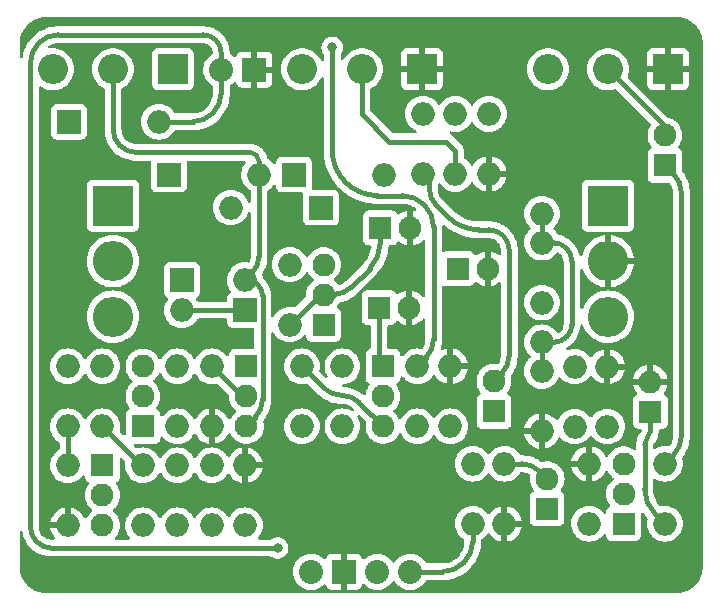
<source format=gbl>
%TF.GenerationSoftware,KiCad,Pcbnew,7.0.5-0*%
%TF.CreationDate,2023-06-06T12:59:24+02:00*%
%TF.ProjectId,kropyvnytskyi-overdrive,6b726f70-7976-46e7-9974-736b79692d6f,1.0*%
%TF.SameCoordinates,Original*%
%TF.FileFunction,Copper,L2,Bot*%
%TF.FilePolarity,Positive*%
%FSLAX46Y46*%
G04 Gerber Fmt 4.6, Leading zero omitted, Abs format (unit mm)*
G04 Created by KiCad (PCBNEW 7.0.5-0) date 2023-06-06 12:59:24*
%MOMM*%
%LPD*%
G01*
G04 APERTURE LIST*
%TA.AperFunction,ComponentPad*%
%ADD10R,2.000000X2.000000*%
%TD*%
%TA.AperFunction,ComponentPad*%
%ADD11O,2.000000X2.000000*%
%TD*%
%TA.AperFunction,ComponentPad*%
%ADD12R,2.540000X2.540000*%
%TD*%
%TA.AperFunction,ComponentPad*%
%ADD13O,2.540000X2.540000*%
%TD*%
%TA.AperFunction,ComponentPad*%
%ADD14R,2.032000X2.032000*%
%TD*%
%TA.AperFunction,ComponentPad*%
%ADD15R,1.930400X1.930400*%
%TD*%
%TA.AperFunction,ComponentPad*%
%ADD16O,1.930400X1.930400*%
%TD*%
%TA.AperFunction,ComponentPad*%
%ADD17R,3.416000X3.416000*%
%TD*%
%TA.AperFunction,ComponentPad*%
%ADD18O,3.416000X3.416000*%
%TD*%
%TA.AperFunction,ComponentPad*%
%ADD19O,2.032000X2.032000*%
%TD*%
%TA.AperFunction,ViaPad*%
%ADD20C,0.800000*%
%TD*%
%TA.AperFunction,Conductor*%
%ADD21C,0.400000*%
%TD*%
G04 APERTURE END LIST*
D10*
X102057200Y-113182400D03*
D11*
X94437200Y-113182400D03*
D12*
X131445000Y-101473000D03*
D13*
X126365000Y-101473000D03*
X121285000Y-101473000D03*
D14*
X104013000Y-144018000D03*
D15*
X106984800Y-121666000D03*
D16*
X109524800Y-121666000D03*
D10*
X99771200Y-110388400D03*
D11*
X107391200Y-110388400D03*
X117602000Y-134874000D03*
X117602000Y-139954000D03*
X89916000Y-126619000D03*
X89916000Y-131699000D03*
D15*
X83566000Y-135001000D03*
D16*
X83566000Y-137541000D03*
X83566000Y-140081000D03*
D11*
X100457000Y-131699000D03*
X100457000Y-126619000D03*
D16*
X107315000Y-131699000D03*
X107315000Y-129159000D03*
D15*
X107315000Y-126619000D03*
D12*
X110617000Y-101473000D03*
D13*
X105537000Y-101473000D03*
X100457000Y-101473000D03*
D10*
X90297000Y-119329200D03*
D11*
X90297000Y-121869200D03*
X120777000Y-127025400D03*
X120777000Y-124587000D03*
X120777000Y-132105400D03*
X113436400Y-105257600D03*
X113436400Y-110337600D03*
X99415600Y-118008400D03*
X99415600Y-123088400D03*
X120777000Y-113715800D03*
X120777000Y-116154200D03*
X120777000Y-121234200D03*
X110236000Y-131699000D03*
X110236000Y-126619000D03*
D10*
X80721200Y-105918000D03*
D11*
X88341200Y-105918000D03*
X80645000Y-135001000D03*
X80645000Y-140081000D03*
D17*
X84455000Y-113030000D03*
D18*
X84455000Y-117729000D03*
X84455000Y-122428000D03*
D11*
X110693200Y-110337600D03*
X110693200Y-105257600D03*
X103886000Y-131699000D03*
X103886000Y-126619000D03*
X83566000Y-131699000D03*
X83566000Y-126619000D03*
X123545600Y-126644400D03*
X123545600Y-131724400D03*
D15*
X116713000Y-130429000D03*
D16*
X116713000Y-127889000D03*
D15*
X107086400Y-114909600D03*
D16*
X109626400Y-114909600D03*
D15*
X131191000Y-109601000D03*
D16*
X131191000Y-107061000D03*
D11*
X86995000Y-135001000D03*
X86995000Y-140081000D03*
X95631000Y-140081000D03*
X95631000Y-135001000D03*
X113030000Y-131699000D03*
X113030000Y-126619000D03*
X89916000Y-135001000D03*
X89916000Y-140081000D03*
X131191000Y-139954000D03*
X131191000Y-134874000D03*
D15*
X113639600Y-118364000D03*
D16*
X116179600Y-118364000D03*
D15*
X86995000Y-131699000D03*
D16*
X86995000Y-129159000D03*
X86995000Y-126619000D03*
D15*
X95758000Y-126619000D03*
D16*
X95758000Y-129159000D03*
X95758000Y-131699000D03*
X102298501Y-118008400D03*
X102298501Y-120548400D03*
D15*
X102298501Y-123088400D03*
D14*
X96418400Y-101498400D03*
D11*
X92837000Y-140081000D03*
X92837000Y-135001000D03*
D19*
X109601000Y-144018000D03*
X106832400Y-144018000D03*
D17*
X126365000Y-113030000D03*
D18*
X126365000Y-117729000D03*
X126365000Y-122428000D03*
D19*
X93624400Y-101498400D03*
D11*
X92837000Y-126619000D03*
X92837000Y-131699000D03*
D19*
X101219000Y-144018000D03*
D12*
X89535000Y-101473000D03*
D13*
X84455000Y-101473000D03*
X79375000Y-101473000D03*
D10*
X95631000Y-121869200D03*
D11*
X95631000Y-119329200D03*
X124764800Y-139954000D03*
X124764800Y-134874000D03*
X114909600Y-134874000D03*
X114909600Y-139954000D03*
X116281200Y-105257600D03*
X116281200Y-110337600D03*
D16*
X127698501Y-134874000D03*
X127698501Y-137414000D03*
D15*
X127698501Y-139954000D03*
D11*
X80645000Y-131699000D03*
X80645000Y-126619000D03*
D15*
X121208800Y-138684000D03*
D16*
X121208800Y-136144000D03*
D11*
X126288800Y-131724400D03*
X126288800Y-126644400D03*
D10*
X89204800Y-110388400D03*
D11*
X96824800Y-110388400D03*
D15*
X129946400Y-130454400D03*
D16*
X129946400Y-127914400D03*
D20*
X98399600Y-142011400D03*
X103022400Y-99618800D03*
D21*
X80645000Y-131699000D02*
X80645000Y-135001000D01*
X105327417Y-129711417D02*
X107315000Y-131699000D01*
X102292182Y-128454182D02*
X100457000Y-126619000D01*
X102292189Y-128454175D02*
G75*
G03*
X103809800Y-129082800I1517611J1517575D01*
G01*
X105327410Y-129711424D02*
G75*
G03*
X103809800Y-129082800I-1517610J-1517576D01*
G01*
X117360700Y-127241300D02*
X116713000Y-127889000D01*
X116273979Y-115062000D02*
X115443000Y-115062000D01*
X111252000Y-111658400D02*
X111252000Y-110896400D01*
X112798008Y-113966408D02*
X111790815Y-112959215D01*
X118008400Y-125677613D02*
X118008400Y-116796420D01*
X112798004Y-113966412D02*
G75*
G03*
X115443000Y-115062000I2644996J2645012D01*
G01*
X117360696Y-127241296D02*
G75*
G03*
X118008400Y-125677613I-1563696J1563696D01*
G01*
X117500406Y-115569994D02*
G75*
G03*
X116273979Y-115062000I-1226406J-1226406D01*
G01*
X111251991Y-111658400D02*
G75*
G03*
X111790815Y-112959215I1839609J0D01*
G01*
X118008391Y-116796420D02*
G75*
G03*
X117500400Y-115570000I-1734391J20D01*
G01*
X96044310Y-108508800D02*
X86406223Y-108508800D01*
X97123200Y-120705810D02*
X97123200Y-129368457D01*
X96824800Y-110388400D02*
X96824800Y-117291255D01*
X84455000Y-106557576D02*
X84455000Y-101473000D01*
X96720000Y-119732400D02*
X96316800Y-119329200D01*
X96440600Y-131016400D02*
X95758000Y-131699000D01*
X96227900Y-118732300D02*
X95631000Y-119329200D01*
X96824800Y-109289289D02*
X96824800Y-110388400D01*
X85026493Y-107937307D02*
G75*
G03*
X86406223Y-108508800I1379707J1379707D01*
G01*
X84455010Y-106557576D02*
G75*
G03*
X85026500Y-107937300I1951190J-24D01*
G01*
X96440612Y-131016412D02*
G75*
G03*
X97123200Y-129368457I-1647912J1647912D01*
G01*
X96824804Y-109289289D02*
G75*
G03*
X96596200Y-108737400I-780504J-11D01*
G01*
X97123195Y-120705810D02*
G75*
G03*
X96720000Y-119732400I-1376595J10D01*
G01*
X96596197Y-108737403D02*
G75*
G03*
X96044310Y-108508800I-551897J-551897D01*
G01*
X96227934Y-118732334D02*
G75*
G03*
X96824800Y-117291255I-1441134J1441034D01*
G01*
X120777000Y-124587000D02*
X121799382Y-124587000D01*
X123317000Y-123069382D02*
X123317000Y-117758538D01*
X120777000Y-124587000D02*
X120777000Y-127025400D01*
X121712661Y-116154200D02*
X120777000Y-116154200D01*
X120777000Y-116154200D02*
X120777000Y-113715800D01*
X121799382Y-124586992D02*
G75*
G03*
X122872500Y-124142500I18J1517592D01*
G01*
X122872505Y-124142505D02*
G75*
G03*
X123317000Y-123069382I-1073105J1073105D01*
G01*
X122847111Y-116624089D02*
G75*
G03*
X121712661Y-116154200I-1134411J-1134411D01*
G01*
X123316983Y-117758538D02*
G75*
G03*
X122847099Y-116624101I-1604283J38D01*
G01*
X131889500Y-134175500D02*
X131191000Y-134874000D01*
X131889500Y-110299500D02*
X131191000Y-109601000D01*
X132588000Y-132489171D02*
X132588000Y-111985828D01*
X131889508Y-134175508D02*
G75*
G03*
X132588000Y-132489171I-1686308J1686308D01*
G01*
X132587988Y-111985828D02*
G75*
G03*
X131889500Y-110299500I-2384788J28D01*
G01*
X126365000Y-101473000D02*
X131191000Y-106299000D01*
X119040774Y-134874000D02*
X117602000Y-134874000D01*
X120573800Y-135509000D02*
X121208800Y-136144000D01*
X120573808Y-135508992D02*
G75*
G03*
X119040774Y-134874000I-1533008J-1533008D01*
G01*
X101955600Y-120548400D02*
X99415600Y-123088400D01*
X103143050Y-120548400D02*
X102298501Y-120548400D01*
X107086400Y-116179600D02*
X107086400Y-114909600D01*
X106188374Y-118347625D02*
X104584786Y-119951213D01*
X103143050Y-120548441D02*
G75*
G03*
X104584786Y-119951213I-50J2038941D01*
G01*
X106188385Y-118347636D02*
G75*
G03*
X107086400Y-116179600I-2168085J2168036D01*
G01*
X106984800Y-121666000D02*
X106984800Y-126288800D01*
X130333750Y-139096750D02*
X131191000Y-139954000D01*
X129946400Y-132103330D02*
X129946400Y-130454400D01*
X83566000Y-131699000D02*
X86868000Y-135001000D01*
X129476500Y-137027165D02*
X129476500Y-133237769D01*
X129476515Y-137027165D02*
G75*
G03*
X130333750Y-139096750I2926785J-35D01*
G01*
X129711441Y-132670541D02*
G75*
G03*
X129946400Y-132103330I-567241J567241D01*
G01*
X129711459Y-132670559D02*
G75*
G03*
X129476500Y-133237769I567241J-567241D01*
G01*
X90297000Y-121869200D02*
X95631000Y-121869200D01*
X93624400Y-101498400D02*
X93624400Y-100112978D01*
X92063421Y-98552000D02*
X79854828Y-98552000D01*
X79247781Y-142011400D02*
X98399600Y-142011400D01*
X93624400Y-101498400D02*
X93624400Y-103489811D01*
X77470000Y-140233618D02*
X77470000Y-100936828D01*
X91196211Y-105918000D02*
X88341200Y-105918000D01*
X79854828Y-98552012D02*
G75*
G03*
X78168500Y-99250500I-28J-2384788D01*
G01*
X92913197Y-105206797D02*
G75*
G03*
X93624400Y-103489811I-1716997J1716997D01*
G01*
X77990706Y-141490694D02*
G75*
G03*
X79247781Y-142011400I1257094J1257094D01*
G01*
X91196211Y-105918004D02*
G75*
G03*
X92913200Y-105206800I-11J2428204D01*
G01*
X93624408Y-100112978D02*
G75*
G03*
X93167199Y-99009201I-1561008J-22D01*
G01*
X78168492Y-99250492D02*
G75*
G03*
X77470000Y-100936828I1686308J-1686308D01*
G01*
X93167194Y-99009206D02*
G75*
G03*
X92063421Y-98552000I-1103794J-1103794D01*
G01*
X77469993Y-140233618D02*
G75*
G03*
X77990701Y-141490699I1777807J18D01*
G01*
X114909600Y-141459729D02*
X114909600Y-139954000D01*
X112351329Y-144018000D02*
X109601000Y-144018000D01*
X114160291Y-143268691D02*
G75*
G03*
X114909600Y-141459729I-1808991J1808991D01*
G01*
X112351329Y-144018012D02*
G75*
G03*
X114160300Y-143268700I-29J2558312D01*
G01*
X95377000Y-129159000D02*
X92837000Y-126619000D01*
X103022400Y-99618800D02*
X103022400Y-108350674D01*
X111607600Y-114854751D02*
X111607600Y-124277532D01*
X110921800Y-125933200D02*
X110236000Y-126619000D01*
X108919248Y-112166400D02*
X106838125Y-112166400D01*
X110820165Y-112953835D02*
G75*
G03*
X108919248Y-112166400I-1900965J-1900865D01*
G01*
X103022411Y-108350674D02*
G75*
G03*
X104140000Y-111048800I3815689J-26D01*
G01*
X110921791Y-125933191D02*
G75*
G03*
X111607600Y-124277532I-1655691J1655691D01*
G01*
X111607619Y-114854751D02*
G75*
G03*
X110820199Y-112953801I-2688419J-49D01*
G01*
X104139993Y-111048807D02*
G75*
G03*
X106838125Y-112166400I2698107J2698107D01*
G01*
X112674400Y-107594400D02*
X113436400Y-108356400D01*
X105537000Y-101473000D02*
X105537000Y-105283000D01*
X107848400Y-107594400D02*
X112674400Y-107594400D01*
X105537000Y-105283000D02*
X107848400Y-107594400D01*
X113436400Y-108356400D02*
X113436400Y-110337600D01*
%TA.AperFunction,Conductor*%
G36*
X132116453Y-97028614D02*
G01*
X132213613Y-97034490D01*
X132394006Y-97046311D01*
X132401201Y-97047203D01*
X132528102Y-97070456D01*
X132676811Y-97100034D01*
X132683226Y-97101667D01*
X132811385Y-97141601D01*
X132812858Y-97142079D01*
X132917472Y-97177589D01*
X132950567Y-97188823D01*
X132956170Y-97191028D01*
X133080673Y-97247060D01*
X133082681Y-97248006D01*
X133211046Y-97311307D01*
X133215743Y-97313878D01*
X133333572Y-97385107D01*
X133335955Y-97386622D01*
X133454060Y-97465535D01*
X133457886Y-97468306D01*
X133457936Y-97468345D01*
X133566689Y-97553547D01*
X133569375Y-97555774D01*
X133675795Y-97649099D01*
X133678804Y-97651917D01*
X133776665Y-97749776D01*
X133779439Y-97752737D01*
X133872821Y-97859216D01*
X133875020Y-97861870D01*
X133879226Y-97867239D01*
X133960250Y-97970657D01*
X133963041Y-97974510D01*
X134041955Y-98092610D01*
X134043487Y-98095019D01*
X134114688Y-98212801D01*
X134117278Y-98217530D01*
X134180569Y-98345867D01*
X134181516Y-98347876D01*
X134237550Y-98472380D01*
X134239758Y-98477989D01*
X134286488Y-98615648D01*
X134286979Y-98617155D01*
X134326916Y-98745313D01*
X134328559Y-98751770D01*
X134358149Y-98900524D01*
X134381382Y-99027305D01*
X134382280Y-99034555D01*
X134382282Y-99034582D01*
X134394493Y-99221325D01*
X134399939Y-99311351D01*
X134400054Y-99315156D01*
X134400054Y-143542652D01*
X134399939Y-143546456D01*
X134394069Y-143643510D01*
X134382244Y-143823976D01*
X134381346Y-143831218D01*
X134358095Y-143958106D01*
X134328527Y-144106770D01*
X134326883Y-144113226D01*
X134286947Y-144241391D01*
X134286457Y-144242899D01*
X134239730Y-144380558D01*
X134237522Y-144386167D01*
X134181472Y-144510705D01*
X134180526Y-144512713D01*
X134117263Y-144641000D01*
X134114673Y-144645731D01*
X134043447Y-144763556D01*
X134041915Y-144765965D01*
X133963031Y-144884025D01*
X133960240Y-144887880D01*
X133874995Y-144996686D01*
X133872768Y-144999372D01*
X133779451Y-145105780D01*
X133776632Y-145108789D01*
X133678789Y-145206632D01*
X133675780Y-145209451D01*
X133569372Y-145302768D01*
X133566686Y-145304995D01*
X133457880Y-145390240D01*
X133454025Y-145393031D01*
X133335965Y-145471915D01*
X133333556Y-145473447D01*
X133215731Y-145544673D01*
X133211000Y-145547263D01*
X133082713Y-145610526D01*
X133080705Y-145611472D01*
X132956167Y-145667522D01*
X132950558Y-145669730D01*
X132812899Y-145716457D01*
X132811391Y-145716947D01*
X132683226Y-145756883D01*
X132676770Y-145758527D01*
X132528106Y-145788095D01*
X132401218Y-145811346D01*
X132393976Y-145812244D01*
X132213510Y-145824069D01*
X132123047Y-145829540D01*
X132116454Y-145829939D01*
X132112653Y-145830054D01*
X78834347Y-145830054D01*
X78830545Y-145829939D01*
X78823155Y-145829492D01*
X78733488Y-145824069D01*
X78553022Y-145812244D01*
X78545780Y-145811346D01*
X78418892Y-145788095D01*
X78304881Y-145765419D01*
X78270225Y-145758526D01*
X78263772Y-145756883D01*
X78135607Y-145716947D01*
X78134099Y-145716457D01*
X77996440Y-145669730D01*
X77990831Y-145667522D01*
X77866293Y-145611472D01*
X77864285Y-145610526D01*
X77735998Y-145547263D01*
X77731267Y-145544673D01*
X77613442Y-145473447D01*
X77611033Y-145471915D01*
X77492973Y-145393031D01*
X77489134Y-145390251D01*
X77416441Y-145333301D01*
X77380312Y-145304995D01*
X77377626Y-145302768D01*
X77271218Y-145209451D01*
X77268209Y-145206632D01*
X77170366Y-145108789D01*
X77167547Y-145105780D01*
X77074221Y-144999362D01*
X77072003Y-144996686D01*
X77041123Y-144957271D01*
X76986740Y-144887856D01*
X76983973Y-144884034D01*
X76905077Y-144765956D01*
X76903561Y-144763572D01*
X76832325Y-144645731D01*
X76829742Y-144641013D01*
X76766448Y-144512662D01*
X76765526Y-144510705D01*
X76736371Y-144445925D01*
X76709467Y-144386144D01*
X76707274Y-144380574D01*
X76660526Y-144242853D01*
X76660051Y-144241391D01*
X76620115Y-144113226D01*
X76618478Y-144106801D01*
X76600816Y-144018000D01*
X99689786Y-144018000D01*
X99708613Y-144257222D01*
X99710508Y-144265116D01*
X99764630Y-144490551D01*
X99764631Y-144490553D01*
X99856460Y-144712249D01*
X99981840Y-144916849D01*
X100137682Y-145099318D01*
X100320151Y-145255160D01*
X100524751Y-145380540D01*
X100746447Y-145472369D01*
X100979778Y-145528387D01*
X101219000Y-145547214D01*
X101458222Y-145528387D01*
X101691553Y-145472369D01*
X101913249Y-145380540D01*
X102117849Y-145255160D01*
X102299018Y-145100427D01*
X102363808Y-145071397D01*
X102434008Y-145082002D01*
X102487330Y-145128877D01*
X102498904Y-145152206D01*
X102546556Y-145279966D01*
X102634095Y-145396904D01*
X102751034Y-145484444D01*
X102887906Y-145535494D01*
X102948402Y-145541999D01*
X102948415Y-145542000D01*
X103759000Y-145542000D01*
X103758999Y-144562224D01*
X103856369Y-144602556D01*
X103973677Y-144618000D01*
X104052323Y-144618000D01*
X104169631Y-144602556D01*
X104267000Y-144562224D01*
X104267000Y-145542000D01*
X105077585Y-145542000D01*
X105077597Y-145541999D01*
X105138093Y-145535494D01*
X105274964Y-145484444D01*
X105274965Y-145484444D01*
X105391904Y-145396904D01*
X105479444Y-145279965D01*
X105479444Y-145279964D01*
X105533249Y-145135709D01*
X105535864Y-145136684D01*
X105564377Y-145086568D01*
X105627274Y-145053637D01*
X105697990Y-145059937D01*
X105747710Y-145095371D01*
X105751078Y-145099314D01*
X105751080Y-145099315D01*
X105751082Y-145099318D01*
X105933551Y-145255160D01*
X106138151Y-145380540D01*
X106359847Y-145472369D01*
X106593178Y-145528387D01*
X106832400Y-145547214D01*
X107071622Y-145528387D01*
X107304953Y-145472369D01*
X107526649Y-145380540D01*
X107731249Y-145255160D01*
X107913718Y-145099318D01*
X108069560Y-144916849D01*
X108109267Y-144852052D01*
X108161915Y-144804421D01*
X108231956Y-144792814D01*
X108297154Y-144820917D01*
X108324133Y-144852053D01*
X108363837Y-144916845D01*
X108363838Y-144916847D01*
X108363840Y-144916849D01*
X108519682Y-145099318D01*
X108702151Y-145255160D01*
X108906751Y-145380540D01*
X109128447Y-145472369D01*
X109361778Y-145528387D01*
X109601000Y-145547214D01*
X109840222Y-145528387D01*
X110073553Y-145472369D01*
X110295249Y-145380540D01*
X110499849Y-145255160D01*
X110682318Y-145099318D01*
X110838160Y-144916849D01*
X110838165Y-144916841D01*
X110917938Y-144786665D01*
X110970585Y-144739034D01*
X111025370Y-144726500D01*
X112271504Y-144726500D01*
X112271508Y-144726501D01*
X112299133Y-144726500D01*
X112299171Y-144726511D01*
X112351337Y-144726511D01*
X112351337Y-144726512D01*
X112511823Y-144726511D01*
X112780858Y-144700010D01*
X112831240Y-144695048D01*
X112831241Y-144695047D01*
X112831249Y-144695047D01*
X113146053Y-144632425D01*
X113453203Y-144539250D01*
X113749741Y-144416418D01*
X114032813Y-144265112D01*
X114299690Y-144086788D01*
X114547805Y-143883166D01*
X114587116Y-143843854D01*
X114604837Y-143826133D01*
X114604838Y-143826133D01*
X114661285Y-143769685D01*
X114717733Y-143713238D01*
X114717734Y-143713235D01*
X114720085Y-143710885D01*
X114720231Y-143710720D01*
X114774757Y-143656196D01*
X114978379Y-143408083D01*
X115156701Y-143141206D01*
X115308007Y-142858136D01*
X115430839Y-142561599D01*
X115524014Y-142254450D01*
X115586635Y-141939647D01*
X115618099Y-141620222D01*
X115618100Y-141459737D01*
X115618101Y-141379908D01*
X115618100Y-141379903D01*
X115618100Y-141359605D01*
X115638102Y-141291484D01*
X115678263Y-141252173D01*
X115799016Y-141178176D01*
X115979569Y-141023969D01*
X116133776Y-140843416D01*
X116148660Y-140819126D01*
X116201306Y-140771496D01*
X116271348Y-140759888D01*
X116336546Y-140787990D01*
X116363525Y-140819126D01*
X116378224Y-140843113D01*
X116378232Y-140843124D01*
X116532385Y-141023614D01*
X116712875Y-141177767D01*
X116712877Y-141177768D01*
X116915266Y-141301793D01*
X117134562Y-141392628D01*
X117348000Y-141443869D01*
X117348000Y-140387674D01*
X117459685Y-140438680D01*
X117566237Y-140454000D01*
X117637763Y-140454000D01*
X117744315Y-140438680D01*
X117856000Y-140387674D01*
X117856000Y-141443869D01*
X118069437Y-141392628D01*
X118288733Y-141301793D01*
X118491122Y-141177768D01*
X118491124Y-141177767D01*
X118671614Y-141023614D01*
X118825767Y-140843124D01*
X118825768Y-140843122D01*
X118949793Y-140640733D01*
X119040628Y-140421435D01*
X119040630Y-140421429D01*
X119091872Y-140208000D01*
X118033116Y-140208000D01*
X118061493Y-140163844D01*
X118102000Y-140025889D01*
X118102000Y-139882111D01*
X118061493Y-139744156D01*
X118033116Y-139700000D01*
X119091871Y-139700000D01*
X119040630Y-139486570D01*
X119040628Y-139486564D01*
X118949793Y-139267266D01*
X118825768Y-139064877D01*
X118825767Y-139064875D01*
X118671614Y-138884385D01*
X118491124Y-138730232D01*
X118491122Y-138730231D01*
X118288733Y-138606206D01*
X118069435Y-138515371D01*
X118069429Y-138515369D01*
X117856000Y-138464128D01*
X117856000Y-139520325D01*
X117744315Y-139469320D01*
X117637763Y-139454000D01*
X117566237Y-139454000D01*
X117459685Y-139469320D01*
X117348000Y-139520325D01*
X117348000Y-138464128D01*
X117134570Y-138515369D01*
X117134564Y-138515371D01*
X116915266Y-138606206D01*
X116712877Y-138730231D01*
X116712875Y-138730232D01*
X116532385Y-138884385D01*
X116378232Y-139064875D01*
X116378225Y-139064885D01*
X116363524Y-139088875D01*
X116310876Y-139136505D01*
X116240834Y-139148111D01*
X116175637Y-139120006D01*
X116148660Y-139088873D01*
X116133776Y-139064584D01*
X116133773Y-139064580D01*
X115979569Y-138884030D01*
X115799019Y-138729826D01*
X115799017Y-138729825D01*
X115799016Y-138729824D01*
X115596563Y-138605760D01*
X115549981Y-138586465D01*
X115377192Y-138514894D01*
X115219251Y-138476976D01*
X115146311Y-138459465D01*
X114909600Y-138440835D01*
X114672889Y-138459465D01*
X114442007Y-138514894D01*
X114222638Y-138605759D01*
X114020182Y-138729825D01*
X114020180Y-138729826D01*
X113839630Y-138884030D01*
X113685426Y-139064580D01*
X113685425Y-139064582D01*
X113561359Y-139267038D01*
X113470494Y-139486407D01*
X113419736Y-139697832D01*
X113415065Y-139717289D01*
X113396435Y-139954000D01*
X113415065Y-140190711D01*
X113425977Y-140236161D01*
X113470494Y-140421592D01*
X113543071Y-140596808D01*
X113561360Y-140640963D01*
X113685238Y-140843113D01*
X113685425Y-140843417D01*
X113685426Y-140843419D01*
X113839630Y-141023969D01*
X114005233Y-141165407D01*
X114020184Y-141178176D01*
X114140936Y-141252173D01*
X114188566Y-141304820D01*
X114201100Y-141359605D01*
X114201100Y-141457659D01*
X114200965Y-141461782D01*
X114185542Y-141697037D01*
X114184466Y-141705216D01*
X114138872Y-141934424D01*
X114136737Y-141942393D01*
X114061617Y-142163680D01*
X114058460Y-142171302D01*
X113955096Y-142380900D01*
X113950972Y-142388044D01*
X113821142Y-142582349D01*
X113816119Y-142588895D01*
X113661963Y-142764675D01*
X113656129Y-142770508D01*
X113480505Y-142924526D01*
X113473961Y-142929547D01*
X113279651Y-143059383D01*
X113272506Y-143063507D01*
X113062908Y-143166870D01*
X113055287Y-143170027D01*
X112833993Y-143245149D01*
X112826024Y-143247284D01*
X112596817Y-143292877D01*
X112588638Y-143293954D01*
X112405823Y-143305939D01*
X112353560Y-143309365D01*
X112349443Y-143309500D01*
X111025370Y-143309500D01*
X110957249Y-143289498D01*
X110917938Y-143249335D01*
X110838165Y-143119158D01*
X110838162Y-143119155D01*
X110838160Y-143119151D01*
X110682318Y-142936682D01*
X110499849Y-142780840D01*
X110295249Y-142655460D01*
X110255741Y-142639095D01*
X110073551Y-142563630D01*
X109913936Y-142525310D01*
X109840222Y-142507613D01*
X109601000Y-142488786D01*
X109361778Y-142507613D01*
X109128448Y-142563630D01*
X108906752Y-142655459D01*
X108702152Y-142780839D01*
X108562291Y-142900291D01*
X108519682Y-142936682D01*
X108363840Y-143119151D01*
X108363838Y-143119152D01*
X108363837Y-143119155D01*
X108363834Y-143119158D01*
X108324132Y-143183947D01*
X108271485Y-143231578D01*
X108201443Y-143243185D01*
X108136246Y-143215082D01*
X108109268Y-143183947D01*
X108069565Y-143119158D01*
X108069562Y-143119155D01*
X108069560Y-143119151D01*
X107913718Y-142936682D01*
X107731249Y-142780840D01*
X107526649Y-142655460D01*
X107487141Y-142639095D01*
X107304951Y-142563630D01*
X107145336Y-142525310D01*
X107071622Y-142507613D01*
X106832400Y-142488786D01*
X106832399Y-142488786D01*
X106593178Y-142507613D01*
X106359848Y-142563630D01*
X106138152Y-142655459D01*
X105933552Y-142780839D01*
X105751077Y-142936686D01*
X105747705Y-142940634D01*
X105688250Y-142979437D01*
X105617256Y-142979936D01*
X105557261Y-142941973D01*
X105535348Y-142899508D01*
X105533249Y-142900291D01*
X105479444Y-142756035D01*
X105479444Y-142756034D01*
X105391904Y-142639095D01*
X105274965Y-142551555D01*
X105138093Y-142500505D01*
X105077597Y-142494000D01*
X104267000Y-142494000D01*
X104267000Y-143473775D01*
X104169631Y-143433444D01*
X104052323Y-143418000D01*
X103973677Y-143418000D01*
X103856369Y-143433444D01*
X103758999Y-143473775D01*
X103759000Y-142494000D01*
X102948402Y-142494000D01*
X102887906Y-142500505D01*
X102751035Y-142551555D01*
X102751034Y-142551555D01*
X102634095Y-142639095D01*
X102546555Y-142756034D01*
X102546553Y-142756038D01*
X102498903Y-142883793D01*
X102456356Y-142940629D01*
X102389836Y-142965439D01*
X102320462Y-142950347D01*
X102299018Y-142935572D01*
X102291964Y-142929547D01*
X102117849Y-142780840D01*
X101913249Y-142655460D01*
X101873741Y-142639095D01*
X101691551Y-142563630D01*
X101531936Y-142525310D01*
X101458222Y-142507613D01*
X101219000Y-142488786D01*
X100979778Y-142507613D01*
X100746448Y-142563630D01*
X100524752Y-142655459D01*
X100320152Y-142780839D01*
X100137682Y-142936682D01*
X99981839Y-143119152D01*
X99856459Y-143323752D01*
X99764630Y-143545448D01*
X99724360Y-143713188D01*
X99708613Y-143778778D01*
X99689786Y-144018000D01*
X76600816Y-144018000D01*
X76588904Y-143958106D01*
X76565650Y-143831202D01*
X76564757Y-143824000D01*
X76552930Y-143643510D01*
X76547060Y-143546453D01*
X76546946Y-143542655D01*
X76546946Y-140692032D01*
X76566948Y-140623911D01*
X76620604Y-140577418D01*
X76690878Y-140567314D01*
X76755458Y-140596808D01*
X76793842Y-140656534D01*
X76795782Y-140663975D01*
X76842730Y-140869662D01*
X76854905Y-140923002D01*
X76947138Y-141186582D01*
X77068302Y-141438179D01*
X77068303Y-141438181D01*
X77216870Y-141674623D01*
X77390982Y-141892952D01*
X77390984Y-141892954D01*
X77431087Y-141933057D01*
X77431097Y-141933068D01*
X77548627Y-142050598D01*
X77548726Y-142050686D01*
X77588450Y-142090410D01*
X77806778Y-142264521D01*
X78043226Y-142413093D01*
X78294823Y-142534256D01*
X78558403Y-142626489D01*
X78830652Y-142688630D01*
X79108148Y-142719899D01*
X79194759Y-142719899D01*
X79194771Y-142719900D01*
X79247773Y-142719900D01*
X79327602Y-142719901D01*
X79327606Y-142719900D01*
X97788195Y-142719900D01*
X97856316Y-142739902D01*
X97862255Y-142743963D01*
X97942848Y-142802518D01*
X98117312Y-142880194D01*
X98304113Y-142919900D01*
X98495087Y-142919900D01*
X98681888Y-142880194D01*
X98856352Y-142802518D01*
X99010853Y-142690266D01*
X99012327Y-142688629D01*
X99138634Y-142548351D01*
X99138635Y-142548349D01*
X99138640Y-142548344D01*
X99234127Y-142382956D01*
X99293142Y-142201328D01*
X99313104Y-142011400D01*
X99293142Y-141821472D01*
X99234127Y-141639844D01*
X99138640Y-141474456D01*
X99138638Y-141474454D01*
X99138634Y-141474448D01*
X99010855Y-141332535D01*
X98856352Y-141220282D01*
X98681888Y-141142606D01*
X98495087Y-141102900D01*
X98304113Y-141102900D01*
X98117311Y-141142606D01*
X97942847Y-141220282D01*
X97862256Y-141278836D01*
X97795388Y-141302694D01*
X97788195Y-141302900D01*
X96844523Y-141302900D01*
X96776402Y-141282898D01*
X96729909Y-141229242D01*
X96719805Y-141158968D01*
X96748712Y-141095070D01*
X96838698Y-140989709D01*
X96855176Y-140970416D01*
X96979240Y-140767963D01*
X97070105Y-140548594D01*
X97125535Y-140317711D01*
X97144165Y-140081000D01*
X97125535Y-139844289D01*
X97070105Y-139613406D01*
X96979240Y-139394037D01*
X96855176Y-139191584D01*
X96839069Y-139172725D01*
X96700969Y-139011030D01*
X96520419Y-138856826D01*
X96520417Y-138856825D01*
X96520416Y-138856824D01*
X96317963Y-138732760D01*
X96311858Y-138730231D01*
X96098592Y-138641894D01*
X95940651Y-138603976D01*
X95867711Y-138586465D01*
X95631000Y-138567835D01*
X95394289Y-138586465D01*
X95163407Y-138641894D01*
X94944038Y-138732759D01*
X94741582Y-138856825D01*
X94741580Y-138856826D01*
X94561030Y-139011030D01*
X94406826Y-139191580D01*
X94406818Y-139191591D01*
X94341432Y-139298292D01*
X94288785Y-139345923D01*
X94218743Y-139357530D01*
X94153546Y-139329427D01*
X94126568Y-139298292D01*
X94061181Y-139191591D01*
X94061173Y-139191580D01*
X93906969Y-139011030D01*
X93726419Y-138856826D01*
X93726417Y-138856825D01*
X93726416Y-138856824D01*
X93523963Y-138732760D01*
X93517858Y-138730231D01*
X93304592Y-138641894D01*
X93146651Y-138603976D01*
X93073711Y-138586465D01*
X92837000Y-138567835D01*
X92836999Y-138567835D01*
X92600289Y-138586465D01*
X92369407Y-138641894D01*
X92150038Y-138732759D01*
X91947582Y-138856825D01*
X91947580Y-138856826D01*
X91767030Y-139011030D01*
X91612826Y-139191580D01*
X91612825Y-139191582D01*
X91580024Y-139245108D01*
X91488760Y-139394037D01*
X91488760Y-139394038D01*
X91486174Y-139398258D01*
X91485284Y-139397712D01*
X91440017Y-139445640D01*
X91371101Y-139462705D01*
X91303900Y-139439803D01*
X91267528Y-139397827D01*
X91266826Y-139398258D01*
X91264240Y-139394038D01*
X91264240Y-139394037D01*
X91140176Y-139191584D01*
X91124069Y-139172725D01*
X90985969Y-139011030D01*
X90805419Y-138856826D01*
X90805417Y-138856825D01*
X90805416Y-138856824D01*
X90602963Y-138732760D01*
X90596858Y-138730231D01*
X90383592Y-138641894D01*
X90225651Y-138603976D01*
X90152711Y-138586465D01*
X89916000Y-138567835D01*
X89679289Y-138586465D01*
X89448407Y-138641894D01*
X89229038Y-138732759D01*
X89026582Y-138856825D01*
X89026580Y-138856826D01*
X88846030Y-139011030D01*
X88691826Y-139191580D01*
X88691825Y-139191582D01*
X88659024Y-139245108D01*
X88567760Y-139394037D01*
X88567760Y-139394038D01*
X88565174Y-139398258D01*
X88564284Y-139397712D01*
X88519017Y-139445640D01*
X88450101Y-139462705D01*
X88382900Y-139439803D01*
X88346528Y-139397827D01*
X88345826Y-139398258D01*
X88343240Y-139394038D01*
X88343240Y-139394037D01*
X88219176Y-139191584D01*
X88203069Y-139172725D01*
X88064969Y-139011030D01*
X87884419Y-138856826D01*
X87884417Y-138856825D01*
X87884416Y-138856824D01*
X87681963Y-138732760D01*
X87675858Y-138730231D01*
X87462592Y-138641894D01*
X87304651Y-138603976D01*
X87231711Y-138586465D01*
X86995000Y-138567835D01*
X86758289Y-138586465D01*
X86527407Y-138641894D01*
X86308038Y-138732759D01*
X86105582Y-138856825D01*
X86105580Y-138856826D01*
X85925030Y-139011030D01*
X85770826Y-139191580D01*
X85770825Y-139191582D01*
X85646759Y-139394038D01*
X85555894Y-139613407D01*
X85523053Y-139750202D01*
X85500465Y-139844289D01*
X85481835Y-140081000D01*
X85500465Y-140317711D01*
X85502071Y-140324401D01*
X85555894Y-140548592D01*
X85645012Y-140763742D01*
X85646760Y-140767963D01*
X85769244Y-140967838D01*
X85770825Y-140970417D01*
X85770826Y-140970419D01*
X85877288Y-141095070D01*
X85906319Y-141159859D01*
X85895714Y-141230059D01*
X85848839Y-141283382D01*
X85781477Y-141302900D01*
X84731475Y-141302900D01*
X84663354Y-141282898D01*
X84616861Y-141229242D01*
X84606757Y-141158968D01*
X84636251Y-141094388D01*
X84638774Y-141091563D01*
X84732936Y-140989274D01*
X84732942Y-140989268D01*
X84866523Y-140784808D01*
X84955921Y-140581000D01*
X84964625Y-140561158D01*
X84964629Y-140561146D01*
X84995642Y-140438680D01*
X85024583Y-140324394D01*
X85044751Y-140081000D01*
X85024583Y-139837606D01*
X85004526Y-139758404D01*
X84964629Y-139600853D01*
X84964625Y-139600841D01*
X84866525Y-139377197D01*
X84866523Y-139377192D01*
X84732942Y-139172732D01*
X84699593Y-139136505D01*
X84567537Y-138993053D01*
X84567531Y-138993048D01*
X84461383Y-138910429D01*
X84419914Y-138852807D01*
X84416180Y-138781908D01*
X84451370Y-138720246D01*
X84461373Y-138711577D01*
X84567531Y-138628952D01*
X84588471Y-138606206D01*
X84672529Y-138514894D01*
X84732942Y-138449268D01*
X84866523Y-138244808D01*
X84922233Y-138117802D01*
X84964625Y-138021158D01*
X84964629Y-138021146D01*
X85024581Y-137784401D01*
X85024583Y-137784394D01*
X85044751Y-137541000D01*
X85024583Y-137297606D01*
X84981182Y-137126221D01*
X84964629Y-137060853D01*
X84964625Y-137060841D01*
X84883136Y-136875066D01*
X84866523Y-136837192D01*
X84732942Y-136632732D01*
X84723474Y-136622447D01*
X84692051Y-136558783D01*
X84700037Y-136488237D01*
X84744894Y-136433206D01*
X84772137Y-136419053D01*
X84777404Y-136417089D01*
X84894461Y-136329461D01*
X84952656Y-136251722D01*
X84982087Y-136212407D01*
X84982087Y-136212406D01*
X84982089Y-136212404D01*
X85033189Y-136075401D01*
X85033666Y-136070969D01*
X85039699Y-136014849D01*
X85039700Y-136014832D01*
X85039700Y-134478860D01*
X85059702Y-134410739D01*
X85113358Y-134364246D01*
X85183632Y-134354142D01*
X85248212Y-134383636D01*
X85254795Y-134389765D01*
X85475515Y-134610485D01*
X85509541Y-134672797D01*
X85508939Y-134728992D01*
X85500465Y-134764289D01*
X85481835Y-135001000D01*
X85498350Y-135210844D01*
X85500465Y-135237710D01*
X85555894Y-135468592D01*
X85645012Y-135683742D01*
X85646760Y-135687963D01*
X85769882Y-135888879D01*
X85770825Y-135890417D01*
X85770826Y-135890419D01*
X85925030Y-136070969D01*
X86090633Y-136212407D01*
X86105584Y-136225176D01*
X86308037Y-136349240D01*
X86527406Y-136440105D01*
X86758289Y-136495535D01*
X86995000Y-136514165D01*
X87231711Y-136495535D01*
X87462594Y-136440105D01*
X87681963Y-136349240D01*
X87884416Y-136225176D01*
X88064969Y-136070969D01*
X88219176Y-135890416D01*
X88343240Y-135687963D01*
X88343241Y-135687959D01*
X88345826Y-135683742D01*
X88346717Y-135684288D01*
X88391973Y-135636365D01*
X88460887Y-135619293D01*
X88528090Y-135642189D01*
X88564469Y-135684173D01*
X88565174Y-135683742D01*
X88567758Y-135687959D01*
X88567760Y-135687963D01*
X88691644Y-135890122D01*
X88691825Y-135890417D01*
X88691826Y-135890419D01*
X88846030Y-136070969D01*
X89011633Y-136212407D01*
X89026584Y-136225176D01*
X89229037Y-136349240D01*
X89448406Y-136440105D01*
X89679289Y-136495535D01*
X89916000Y-136514165D01*
X90152711Y-136495535D01*
X90383594Y-136440105D01*
X90602963Y-136349240D01*
X90805416Y-136225176D01*
X90985969Y-136070969D01*
X91140176Y-135890416D01*
X91264240Y-135687963D01*
X91264241Y-135687959D01*
X91266826Y-135683742D01*
X91267717Y-135684288D01*
X91312973Y-135636365D01*
X91381887Y-135619293D01*
X91449090Y-135642189D01*
X91485469Y-135684173D01*
X91486174Y-135683742D01*
X91488758Y-135687959D01*
X91488760Y-135687963D01*
X91612644Y-135890122D01*
X91612825Y-135890417D01*
X91612826Y-135890419D01*
X91767030Y-136070969D01*
X91932633Y-136212407D01*
X91947584Y-136225176D01*
X92150037Y-136349240D01*
X92369406Y-136440105D01*
X92600289Y-136495535D01*
X92837000Y-136514165D01*
X93073711Y-136495535D01*
X93304594Y-136440105D01*
X93523963Y-136349240D01*
X93726416Y-136225176D01*
X93906969Y-136070969D01*
X94061176Y-135890416D01*
X94126861Y-135783227D01*
X94179507Y-135735597D01*
X94249549Y-135723990D01*
X94314747Y-135752093D01*
X94341726Y-135783228D01*
X94407231Y-135890122D01*
X94407232Y-135890124D01*
X94561385Y-136070614D01*
X94741875Y-136224767D01*
X94741877Y-136224768D01*
X94944266Y-136348793D01*
X95163562Y-136439628D01*
X95377000Y-136490869D01*
X95377000Y-135434674D01*
X95488685Y-135485680D01*
X95595237Y-135501000D01*
X95666763Y-135501000D01*
X95773315Y-135485680D01*
X95885000Y-135434674D01*
X95885000Y-136490868D01*
X96098437Y-136439628D01*
X96317733Y-136348793D01*
X96520122Y-136224768D01*
X96520124Y-136224767D01*
X96700614Y-136070614D01*
X96854767Y-135890124D01*
X96854768Y-135890122D01*
X96978793Y-135687733D01*
X97069628Y-135468435D01*
X97069630Y-135468429D01*
X97120872Y-135255000D01*
X96062116Y-135255000D01*
X96090493Y-135210844D01*
X96131000Y-135072889D01*
X96131000Y-134929111D01*
X96114818Y-134874000D01*
X113396435Y-134874000D01*
X113415065Y-135110711D01*
X113419216Y-135128000D01*
X113470494Y-135341592D01*
X113538394Y-135505517D01*
X113561360Y-135560963D01*
X113685422Y-135763413D01*
X113685425Y-135763417D01*
X113685426Y-135763419D01*
X113839630Y-135943969D01*
X113993521Y-136075404D01*
X114020184Y-136098176D01*
X114222637Y-136222240D01*
X114442006Y-136313105D01*
X114672889Y-136368535D01*
X114909600Y-136387165D01*
X115146311Y-136368535D01*
X115377194Y-136313105D01*
X115596563Y-136222240D01*
X115799016Y-136098176D01*
X115979569Y-135943969D01*
X116133776Y-135763416D01*
X116148365Y-135739607D01*
X116201009Y-135691975D01*
X116271050Y-135680365D01*
X116336249Y-135708466D01*
X116363231Y-135739603D01*
X116377822Y-135763413D01*
X116377826Y-135763419D01*
X116532030Y-135943969D01*
X116685921Y-136075404D01*
X116712584Y-136098176D01*
X116915037Y-136222240D01*
X117134406Y-136313105D01*
X117365289Y-136368535D01*
X117602000Y-136387165D01*
X117838711Y-136368535D01*
X118069594Y-136313105D01*
X118288963Y-136222240D01*
X118491416Y-136098176D01*
X118671969Y-135943969D01*
X118826176Y-135763416D01*
X118900173Y-135642663D01*
X118952820Y-135595034D01*
X119007603Y-135582500D01*
X119038724Y-135582500D01*
X119042839Y-135582634D01*
X119227185Y-135594715D01*
X119235324Y-135595786D01*
X119353504Y-135619293D01*
X119414476Y-135631421D01*
X119422444Y-135633556D01*
X119582052Y-135687733D01*
X119594548Y-135691975D01*
X119595406Y-135692266D01*
X119603021Y-135695420D01*
X119688621Y-135737632D01*
X119740869Y-135785700D01*
X119758836Y-135854385D01*
X119755038Y-135881564D01*
X119750218Y-135900599D01*
X119750217Y-135900602D01*
X119738288Y-136044569D01*
X119730049Y-136144000D01*
X119748654Y-136368535D01*
X119750218Y-136387401D01*
X119810170Y-136624146D01*
X119810174Y-136624158D01*
X119908274Y-136847802D01*
X119908277Y-136847808D01*
X120041858Y-137052268D01*
X120041861Y-137052272D01*
X120041863Y-137052274D01*
X120051328Y-137062556D01*
X120082748Y-137126221D01*
X120074761Y-137196767D01*
X120029901Y-137251795D01*
X120002665Y-137265945D01*
X119997398Y-137267909D01*
X119997392Y-137267912D01*
X119880338Y-137355538D01*
X119792712Y-137472592D01*
X119792710Y-137472597D01*
X119741611Y-137609595D01*
X119741609Y-137609603D01*
X119735100Y-137670150D01*
X119735100Y-139697849D01*
X119741609Y-139758396D01*
X119741611Y-139758404D01*
X119792710Y-139895402D01*
X119792712Y-139895407D01*
X119880338Y-140012461D01*
X119997392Y-140100087D01*
X119997394Y-140100088D01*
X119997396Y-140100089D01*
X120056475Y-140122124D01*
X120134395Y-140151188D01*
X120134403Y-140151190D01*
X120194950Y-140157699D01*
X120194955Y-140157699D01*
X120194962Y-140157700D01*
X120194968Y-140157700D01*
X122222632Y-140157700D01*
X122222638Y-140157700D01*
X122222645Y-140157699D01*
X122222649Y-140157699D01*
X122283196Y-140151190D01*
X122283199Y-140151189D01*
X122283201Y-140151189D01*
X122420204Y-140100089D01*
X122537261Y-140012461D01*
X122539769Y-140009111D01*
X122581025Y-139954000D01*
X123251635Y-139954000D01*
X123270265Y-140190711D01*
X123281177Y-140236161D01*
X123325694Y-140421592D01*
X123398271Y-140596808D01*
X123416560Y-140640963D01*
X123540438Y-140843113D01*
X123540625Y-140843417D01*
X123540626Y-140843419D01*
X123694830Y-141023969D01*
X123860433Y-141165407D01*
X123875384Y-141178176D01*
X124077837Y-141302240D01*
X124297206Y-141393105D01*
X124528089Y-141448535D01*
X124764800Y-141467165D01*
X125001511Y-141448535D01*
X125232394Y-141393105D01*
X125451763Y-141302240D01*
X125654216Y-141178176D01*
X125834769Y-141023969D01*
X125988976Y-140843416D01*
X125991368Y-140839511D01*
X126044016Y-140791881D01*
X126114057Y-140780274D01*
X126179255Y-140808377D01*
X126218909Y-140867267D01*
X126224801Y-140905347D01*
X126224801Y-140967849D01*
X126231310Y-141028396D01*
X126231312Y-141028404D01*
X126282411Y-141165402D01*
X126282413Y-141165407D01*
X126370039Y-141282461D01*
X126487093Y-141370087D01*
X126487095Y-141370088D01*
X126487097Y-141370089D01*
X126546176Y-141392124D01*
X126624096Y-141421188D01*
X126624104Y-141421190D01*
X126684651Y-141427699D01*
X126684656Y-141427699D01*
X126684663Y-141427700D01*
X126684669Y-141427700D01*
X128712333Y-141427700D01*
X128712339Y-141427700D01*
X128712346Y-141427699D01*
X128712350Y-141427699D01*
X128772897Y-141421190D01*
X128772900Y-141421189D01*
X128772902Y-141421189D01*
X128909905Y-141370089D01*
X128960073Y-141332534D01*
X129026962Y-141282461D01*
X129114588Y-141165407D01*
X129114588Y-141165406D01*
X129114590Y-141165404D01*
X129165690Y-141028401D01*
X129166167Y-141023969D01*
X129172200Y-140967849D01*
X129172201Y-140967832D01*
X129172201Y-139150224D01*
X129192203Y-139082103D01*
X129245859Y-139035610D01*
X129316133Y-139025506D01*
X129380713Y-139055000D01*
X129402966Y-139080223D01*
X129479874Y-139195325D01*
X129479881Y-139195334D01*
X129479886Y-139195342D01*
X129479890Y-139195347D01*
X129479899Y-139195359D01*
X129704649Y-139469218D01*
X129732403Y-139534565D01*
X129729769Y-139578564D01*
X129700010Y-139702522D01*
X129696465Y-139717289D01*
X129677835Y-139954000D01*
X129696465Y-140190711D01*
X129707377Y-140236161D01*
X129751894Y-140421592D01*
X129824471Y-140596808D01*
X129842760Y-140640963D01*
X129966638Y-140843113D01*
X129966825Y-140843417D01*
X129966826Y-140843419D01*
X130121030Y-141023969D01*
X130286633Y-141165407D01*
X130301584Y-141178176D01*
X130504037Y-141302240D01*
X130723406Y-141393105D01*
X130954289Y-141448535D01*
X131191000Y-141467165D01*
X131427711Y-141448535D01*
X131658594Y-141393105D01*
X131877963Y-141302240D01*
X132080416Y-141178176D01*
X132260969Y-141023969D01*
X132415176Y-140843416D01*
X132539240Y-140640963D01*
X132630105Y-140421594D01*
X132685535Y-140190711D01*
X132704165Y-139954000D01*
X132685535Y-139717289D01*
X132630105Y-139486406D01*
X132539240Y-139267037D01*
X132415176Y-139064584D01*
X132415173Y-139064580D01*
X132260969Y-138884030D01*
X132080419Y-138729826D01*
X132080417Y-138729825D01*
X132080416Y-138729824D01*
X131877963Y-138605760D01*
X131831381Y-138586465D01*
X131658592Y-138514894D01*
X131500651Y-138476976D01*
X131427711Y-138459465D01*
X131191000Y-138440835D01*
X130954288Y-138459465D01*
X130828767Y-138489599D01*
X130757859Y-138486051D01*
X130705403Y-138451040D01*
X130703825Y-138449274D01*
X130671331Y-138412914D01*
X130666925Y-138407388D01*
X130527065Y-138210272D01*
X130523303Y-138204286D01*
X130475505Y-138117802D01*
X130406399Y-137992763D01*
X130403337Y-137986406D01*
X130310844Y-137763101D01*
X130308513Y-137756438D01*
X130241602Y-137524180D01*
X130240037Y-137517320D01*
X130199554Y-137279037D01*
X130198762Y-137272011D01*
X130198421Y-137265946D01*
X130185098Y-137028663D01*
X130185000Y-137025142D01*
X130185001Y-136947345D01*
X130185000Y-136947340D01*
X130185000Y-136251721D01*
X130205002Y-136183601D01*
X130258658Y-136137108D01*
X130328932Y-136127004D01*
X130376835Y-136144290D01*
X130504033Y-136222238D01*
X130504035Y-136222238D01*
X130504037Y-136222240D01*
X130723406Y-136313105D01*
X130954289Y-136368535D01*
X131191000Y-136387165D01*
X131427711Y-136368535D01*
X131658594Y-136313105D01*
X131877963Y-136222240D01*
X132080416Y-136098176D01*
X132260969Y-135943969D01*
X132415176Y-135763416D01*
X132539240Y-135560963D01*
X132630105Y-135341594D01*
X132685535Y-135110711D01*
X132704165Y-134874000D01*
X132685535Y-134637289D01*
X132645027Y-134468560D01*
X132648574Y-134397653D01*
X132670147Y-134359213D01*
X132690763Y-134334094D01*
X132859618Y-134081382D01*
X133002890Y-133813336D01*
X133119198Y-133532538D01*
X133207423Y-133241692D01*
X133266715Y-132943599D01*
X133284772Y-132760235D01*
X133296501Y-132641145D01*
X133296501Y-132641139D01*
X133296502Y-132641129D01*
X133296500Y-132489162D01*
X133296500Y-111942969D01*
X133296500Y-111942968D01*
X133296500Y-111941221D01*
X133296488Y-111940831D01*
X133296488Y-111890388D01*
X133296489Y-111833871D01*
X133296488Y-111833860D01*
X133296488Y-111833853D01*
X133279220Y-111658514D01*
X133266702Y-111531402D01*
X133259979Y-111497604D01*
X133247935Y-111437049D01*
X133207410Y-111233310D01*
X133119186Y-110942465D01*
X133002878Y-110661669D01*
X132912119Y-110491869D01*
X132859612Y-110393633D01*
X132859598Y-110393610D01*
X132772387Y-110263090D01*
X132690752Y-110140914D01*
X132690749Y-110140910D01*
X132689492Y-110139215D01*
X132689339Y-110138799D01*
X132689034Y-110138343D01*
X132689144Y-110138269D01*
X132664982Y-110072583D01*
X132664700Y-110064162D01*
X132664700Y-108587167D01*
X132664699Y-108587150D01*
X132658190Y-108526603D01*
X132658188Y-108526595D01*
X132625249Y-108438285D01*
X132607089Y-108389596D01*
X132607088Y-108389594D01*
X132607087Y-108389592D01*
X132519461Y-108272538D01*
X132402407Y-108184912D01*
X132402404Y-108184911D01*
X132397136Y-108182946D01*
X132340302Y-108140397D01*
X132315494Y-108073876D01*
X132330588Y-108004503D01*
X132348471Y-107979556D01*
X132357942Y-107969268D01*
X132491523Y-107764808D01*
X132573899Y-107577009D01*
X132589625Y-107541158D01*
X132589629Y-107541146D01*
X132620310Y-107419989D01*
X132649583Y-107304394D01*
X132669751Y-107061000D01*
X132649583Y-106817606D01*
X132633831Y-106755403D01*
X132589629Y-106580853D01*
X132589625Y-106580841D01*
X132491525Y-106357197D01*
X132491524Y-106357195D01*
X132491523Y-106357192D01*
X132357942Y-106152732D01*
X132352681Y-106147017D01*
X132192537Y-105973053D01*
X132155933Y-105944563D01*
X132083475Y-105888166D01*
X131999802Y-105823040D01*
X131977360Y-105810895D01*
X131785008Y-105706799D01*
X131785004Y-105706797D01*
X131785003Y-105706797D01*
X131554017Y-105627499D01*
X131548966Y-105626221D01*
X131549281Y-105624973D01*
X131490855Y-105596674D01*
X131486407Y-105592437D01*
X128685567Y-102791597D01*
X129667000Y-102791597D01*
X129673505Y-102852093D01*
X129724555Y-102988964D01*
X129724555Y-102988965D01*
X129812095Y-103105904D01*
X129929034Y-103193444D01*
X130065906Y-103244494D01*
X130126402Y-103250999D01*
X130126415Y-103251000D01*
X131191000Y-103251000D01*
X131191000Y-102125320D01*
X131276249Y-102157651D01*
X131402660Y-102173000D01*
X131487340Y-102173000D01*
X131613751Y-102157651D01*
X131699000Y-102125320D01*
X131699000Y-103251000D01*
X132763585Y-103251000D01*
X132763597Y-103250999D01*
X132824093Y-103244494D01*
X132960964Y-103193444D01*
X132960965Y-103193444D01*
X133077904Y-103105904D01*
X133165444Y-102988965D01*
X133165444Y-102988964D01*
X133216494Y-102852093D01*
X133222999Y-102791597D01*
X133223000Y-102791585D01*
X133223000Y-101727000D01*
X132102243Y-101727000D01*
X132104318Y-101723046D01*
X132145000Y-101557995D01*
X132145000Y-101388005D01*
X132104318Y-101222954D01*
X132102243Y-101219000D01*
X133223000Y-101219000D01*
X133223000Y-100154414D01*
X133222999Y-100154402D01*
X133216494Y-100093906D01*
X133165444Y-99957035D01*
X133165444Y-99957034D01*
X133077904Y-99840095D01*
X132960965Y-99752555D01*
X132824093Y-99701505D01*
X132763597Y-99695000D01*
X131699000Y-99695000D01*
X131699000Y-100820679D01*
X131613751Y-100788349D01*
X131487340Y-100773000D01*
X131402660Y-100773000D01*
X131276249Y-100788349D01*
X131191000Y-100820679D01*
X131191000Y-99695000D01*
X130126402Y-99695000D01*
X130065906Y-99701505D01*
X129929035Y-99752555D01*
X129929034Y-99752555D01*
X129812095Y-99840095D01*
X129724555Y-99957034D01*
X129724555Y-99957035D01*
X129673505Y-100093906D01*
X129667000Y-100154402D01*
X129667000Y-101219000D01*
X130787757Y-101219000D01*
X130785682Y-101222954D01*
X130745000Y-101388005D01*
X130745000Y-101557995D01*
X130785682Y-101723046D01*
X130787757Y-101727000D01*
X129667000Y-101727000D01*
X129667000Y-102791597D01*
X128685567Y-102791597D01*
X128077813Y-102183843D01*
X128043787Y-102121531D01*
X128048852Y-102050716D01*
X128049586Y-102048797D01*
X128069252Y-101998692D01*
X128128567Y-101738815D01*
X128148487Y-101473000D01*
X128128567Y-101207185D01*
X128069252Y-100947308D01*
X128005526Y-100784937D01*
X127971869Y-100699180D01*
X127971867Y-100699176D01*
X127838588Y-100468329D01*
X127838586Y-100468326D01*
X127672388Y-100259921D01*
X127476986Y-100078614D01*
X127256744Y-99928455D01*
X127256741Y-99928454D01*
X127256739Y-99928452D01*
X127256738Y-99928451D01*
X127016590Y-99812802D01*
X127016572Y-99812795D01*
X126761873Y-99734231D01*
X126761865Y-99734229D01*
X126761863Y-99734229D01*
X126498280Y-99694500D01*
X126231720Y-99694500D01*
X125968137Y-99734229D01*
X125968135Y-99734229D01*
X125968126Y-99734231D01*
X125713427Y-99812795D01*
X125713414Y-99812800D01*
X125473254Y-99928456D01*
X125473247Y-99928460D01*
X125253020Y-100078609D01*
X125253015Y-100078613D01*
X125057613Y-100259920D01*
X124891411Y-100468329D01*
X124758132Y-100699176D01*
X124758130Y-100699180D01*
X124660746Y-100947312D01*
X124604029Y-101195811D01*
X124601433Y-101207185D01*
X124581513Y-101473000D01*
X124601433Y-101738815D01*
X124601434Y-101738819D01*
X124660746Y-101998687D01*
X124758130Y-102246819D01*
X124758132Y-102246823D01*
X124891411Y-102477670D01*
X124891413Y-102477673D01*
X124891414Y-102477674D01*
X125057612Y-102686079D01*
X125253014Y-102867386D01*
X125253020Y-102867390D01*
X125473247Y-103017539D01*
X125473254Y-103017543D01*
X125473257Y-103017545D01*
X125585167Y-103071438D01*
X125713414Y-103133199D01*
X125713427Y-103133204D01*
X125968126Y-103211768D01*
X125968128Y-103211768D01*
X125968137Y-103211771D01*
X126231720Y-103251500D01*
X126231725Y-103251500D01*
X126498275Y-103251500D01*
X126498280Y-103251500D01*
X126761863Y-103211771D01*
X126949116Y-103154010D01*
X127020103Y-103153045D01*
X127075348Y-103185318D01*
X129959097Y-106069067D01*
X129993123Y-106131379D01*
X129988058Y-106202194D01*
X129975485Y-106227077D01*
X129890476Y-106357192D01*
X129890474Y-106357195D01*
X129792374Y-106580841D01*
X129792370Y-106580853D01*
X129732418Y-106817598D01*
X129732417Y-106817604D01*
X129732417Y-106817606D01*
X129712249Y-107061000D01*
X129731061Y-107288032D01*
X129732418Y-107304401D01*
X129792370Y-107541146D01*
X129792374Y-107541158D01*
X129890474Y-107764802D01*
X129890477Y-107764808D01*
X130024058Y-107969268D01*
X130024061Y-107969272D01*
X130024063Y-107969274D01*
X130033528Y-107979556D01*
X130064948Y-108043221D01*
X130056961Y-108113767D01*
X130012101Y-108168795D01*
X129984865Y-108182945D01*
X129979598Y-108184909D01*
X129979592Y-108184912D01*
X129862538Y-108272538D01*
X129774912Y-108389592D01*
X129774910Y-108389597D01*
X129723811Y-108526595D01*
X129723809Y-108526603D01*
X129717300Y-108587150D01*
X129717300Y-110614849D01*
X129723809Y-110675396D01*
X129723811Y-110675404D01*
X129774910Y-110812402D01*
X129774912Y-110812407D01*
X129862538Y-110929461D01*
X129979592Y-111017087D01*
X129979594Y-111017088D01*
X129979596Y-111017089D01*
X130016217Y-111030748D01*
X130116595Y-111068188D01*
X130116603Y-111068190D01*
X130177150Y-111074699D01*
X130177155Y-111074699D01*
X130177162Y-111074700D01*
X131538811Y-111074700D01*
X131606932Y-111094702D01*
X131643581Y-111130705D01*
X131652618Y-111144232D01*
X131656741Y-111151373D01*
X131750061Y-111340609D01*
X131753219Y-111348232D01*
X131821044Y-111548047D01*
X131823179Y-111556015D01*
X131843567Y-111658514D01*
X131864344Y-111762970D01*
X131865418Y-111771131D01*
X131869529Y-111833853D01*
X131879364Y-111983940D01*
X131879499Y-111988061D01*
X131879499Y-132487121D01*
X131879364Y-132491242D01*
X131872199Y-132600587D01*
X131865430Y-132703867D01*
X131864355Y-132712032D01*
X131856581Y-132751121D01*
X131823190Y-132918991D01*
X131821055Y-132926960D01*
X131753232Y-133126767D01*
X131750075Y-133134389D01*
X131656752Y-133323631D01*
X131652628Y-133330774D01*
X131642290Y-133346247D01*
X131587815Y-133391776D01*
X131517372Y-133400626D01*
X131508110Y-133398767D01*
X131478990Y-133391776D01*
X131427711Y-133379465D01*
X131191000Y-133360835D01*
X131190999Y-133360835D01*
X130954289Y-133379465D01*
X130723407Y-133434894D01*
X130504038Y-133525759D01*
X130376835Y-133603710D01*
X130308301Y-133622248D01*
X130240625Y-133600792D01*
X130195292Y-133546152D01*
X130185000Y-133496277D01*
X130185000Y-133251161D01*
X130205002Y-133183040D01*
X130221905Y-133162065D01*
X130239969Y-133144001D01*
X130268883Y-133115088D01*
X130268884Y-133115085D01*
X130271228Y-133112742D01*
X130271376Y-133112574D01*
X130282438Y-133101514D01*
X130402988Y-132944412D01*
X130502002Y-132772920D01*
X130577786Y-132589972D01*
X130629043Y-132398697D01*
X130654896Y-132202368D01*
X130654897Y-132147529D01*
X130654900Y-132147488D01*
X130654900Y-132103306D01*
X130654902Y-132054095D01*
X130674907Y-131985975D01*
X130728564Y-131939484D01*
X130780902Y-131928100D01*
X130960232Y-131928100D01*
X130960238Y-131928100D01*
X130960245Y-131928099D01*
X130960249Y-131928099D01*
X131020796Y-131921590D01*
X131020799Y-131921589D01*
X131020801Y-131921589D01*
X131157804Y-131870489D01*
X131191735Y-131845089D01*
X131274861Y-131782861D01*
X131362487Y-131665807D01*
X131362487Y-131665806D01*
X131362489Y-131665804D01*
X131413589Y-131528801D01*
X131416320Y-131503404D01*
X131420099Y-131468249D01*
X131420100Y-131468232D01*
X131420100Y-129440567D01*
X131420099Y-129440550D01*
X131413590Y-129380003D01*
X131413588Y-129379995D01*
X131362489Y-129242997D01*
X131362487Y-129242992D01*
X131274861Y-129125938D01*
X131157807Y-129038312D01*
X131157801Y-129038309D01*
X131152028Y-129036156D01*
X131095195Y-128993607D01*
X131070388Y-128927085D01*
X131085483Y-128857712D01*
X131103370Y-128832761D01*
X131112940Y-128822365D01*
X131246482Y-128617965D01*
X131344551Y-128394390D01*
X131344553Y-128394386D01*
X131401781Y-128168400D01*
X130377516Y-128168400D01*
X130405893Y-128124244D01*
X130446400Y-127986289D01*
X130446400Y-127842511D01*
X130405893Y-127704556D01*
X130377516Y-127660400D01*
X131401781Y-127660400D01*
X131401781Y-127660399D01*
X131344553Y-127434413D01*
X131344551Y-127434409D01*
X131246481Y-127210831D01*
X131112946Y-127006440D01*
X130947596Y-126826822D01*
X130947585Y-126826812D01*
X130754926Y-126676859D01*
X130754925Y-126676858D01*
X130540205Y-126560659D01*
X130540203Y-126560657D01*
X130309289Y-126481385D01*
X130309278Y-126481382D01*
X130200400Y-126463213D01*
X130200400Y-127480725D01*
X130088715Y-127429720D01*
X129982163Y-127414400D01*
X129910637Y-127414400D01*
X129804085Y-127429720D01*
X129692399Y-127480725D01*
X129692400Y-126463213D01*
X129692399Y-126463213D01*
X129583521Y-126481382D01*
X129583510Y-126481385D01*
X129352596Y-126560657D01*
X129352594Y-126560659D01*
X129137874Y-126676858D01*
X129137873Y-126676859D01*
X128945214Y-126826812D01*
X128945203Y-126826822D01*
X128779853Y-127006440D01*
X128646318Y-127210831D01*
X128548248Y-127434409D01*
X128548246Y-127434413D01*
X128491018Y-127660399D01*
X128491019Y-127660400D01*
X129515284Y-127660400D01*
X129486907Y-127704556D01*
X129446400Y-127842511D01*
X129446400Y-127986289D01*
X129486907Y-128124244D01*
X129515284Y-128168400D01*
X128491019Y-128168400D01*
X128548246Y-128394386D01*
X128548248Y-128394390D01*
X128646318Y-128617968D01*
X128779853Y-128822359D01*
X128789433Y-128832765D01*
X128820855Y-128896429D01*
X128812869Y-128966975D01*
X128768010Y-129022005D01*
X128740772Y-129036156D01*
X128734998Y-129038309D01*
X128734992Y-129038312D01*
X128617938Y-129125938D01*
X128530312Y-129242992D01*
X128530310Y-129242997D01*
X128479211Y-129379995D01*
X128479209Y-129380003D01*
X128472700Y-129440550D01*
X128472700Y-131468249D01*
X128479209Y-131528796D01*
X128479211Y-131528804D01*
X128530310Y-131665802D01*
X128530312Y-131665807D01*
X128617938Y-131782861D01*
X128734992Y-131870487D01*
X128734994Y-131870488D01*
X128734996Y-131870489D01*
X128794075Y-131892524D01*
X128871995Y-131921588D01*
X128872003Y-131921590D01*
X128932550Y-131928099D01*
X128932555Y-131928099D01*
X128932562Y-131928100D01*
X129111900Y-131928100D01*
X129180021Y-131948102D01*
X129226514Y-132001758D01*
X129237900Y-132054100D01*
X129237900Y-132089938D01*
X129217898Y-132158059D01*
X129200995Y-132179033D01*
X129151564Y-132228463D01*
X129151398Y-132228647D01*
X129140461Y-132239586D01*
X129019913Y-132396684D01*
X128920898Y-132568178D01*
X128920894Y-132568186D01*
X128845116Y-132751121D01*
X128793858Y-132942402D01*
X128793855Y-132942417D01*
X128768004Y-133138719D01*
X128768003Y-133138735D01*
X128768001Y-133193710D01*
X128768000Y-133193778D01*
X128768000Y-133194910D01*
X128768000Y-133227983D01*
X128768000Y-133237742D01*
X128768000Y-133251161D01*
X128767997Y-133321074D01*
X128768000Y-133321124D01*
X128768000Y-133581212D01*
X128747998Y-133649333D01*
X128694342Y-133695826D01*
X128624068Y-133705930D01*
X128564609Y-133680644D01*
X128507303Y-133636040D01*
X128431963Y-133595268D01*
X128292509Y-133519799D01*
X128292505Y-133519797D01*
X128292504Y-133519797D01*
X128061517Y-133440499D01*
X128061508Y-133440497D01*
X128013607Y-133432504D01*
X127820615Y-133400300D01*
X127576387Y-133400300D01*
X127415599Y-133427130D01*
X127335493Y-133440497D01*
X127335484Y-133440499D01*
X127104497Y-133519797D01*
X127104493Y-133519798D01*
X127104493Y-133519799D01*
X127080950Y-133532540D01*
X126889698Y-133636040D01*
X126696963Y-133786053D01*
X126531564Y-133965725D01*
X126531560Y-133965730D01*
X126531559Y-133965732D01*
X126440351Y-134105335D01*
X126397976Y-134170195D01*
X126366268Y-134242483D01*
X126320587Y-134296831D01*
X126252775Y-134317855D01*
X126184361Y-134298879D01*
X126137067Y-134245928D01*
X126134472Y-134240087D01*
X126112593Y-134187266D01*
X125988568Y-133984877D01*
X125988567Y-133984875D01*
X125834414Y-133804385D01*
X125653924Y-133650232D01*
X125653922Y-133650231D01*
X125451533Y-133526206D01*
X125232235Y-133435371D01*
X125232229Y-133435369D01*
X125018800Y-133384128D01*
X125018800Y-134440325D01*
X124907115Y-134389320D01*
X124800563Y-134374000D01*
X124729037Y-134374000D01*
X124622485Y-134389320D01*
X124510799Y-134440325D01*
X124510799Y-133384128D01*
X124297370Y-133435369D01*
X124297364Y-133435371D01*
X124078066Y-133526206D01*
X123875677Y-133650231D01*
X123875675Y-133650232D01*
X123695185Y-133804385D01*
X123541032Y-133984875D01*
X123541031Y-133984877D01*
X123417006Y-134187266D01*
X123326171Y-134406564D01*
X123326169Y-134406570D01*
X123274928Y-134620000D01*
X124333684Y-134620000D01*
X124305307Y-134664156D01*
X124264800Y-134802111D01*
X124264800Y-134945889D01*
X124305307Y-135083844D01*
X124333684Y-135128000D01*
X123274928Y-135128000D01*
X123326169Y-135341429D01*
X123326171Y-135341435D01*
X123417006Y-135560733D01*
X123541031Y-135763122D01*
X123541032Y-135763124D01*
X123695185Y-135943614D01*
X123875675Y-136097767D01*
X123875677Y-136097768D01*
X124078066Y-136221793D01*
X124297362Y-136312628D01*
X124510799Y-136363869D01*
X124510799Y-135307674D01*
X124622485Y-135358680D01*
X124729037Y-135374000D01*
X124800563Y-135374000D01*
X124907115Y-135358680D01*
X125018800Y-135307674D01*
X125018800Y-136363868D01*
X125232237Y-136312628D01*
X125451533Y-136221793D01*
X125653922Y-136097768D01*
X125653924Y-136097767D01*
X125834414Y-135943614D01*
X125988567Y-135763124D01*
X125988568Y-135763122D01*
X126112594Y-135560731D01*
X126134472Y-135507913D01*
X126179019Y-135452632D01*
X126246383Y-135430210D01*
X126315174Y-135447768D01*
X126363553Y-135499729D01*
X126366259Y-135505496D01*
X126397978Y-135577808D01*
X126531559Y-135782268D01*
X126531562Y-135782272D01*
X126531564Y-135782274D01*
X126696964Y-135961947D01*
X126696969Y-135961952D01*
X126803115Y-136044569D01*
X126844586Y-136102194D01*
X126848319Y-136173092D01*
X126813130Y-136234754D01*
X126803115Y-136243431D01*
X126696969Y-136326047D01*
X126696964Y-136326052D01*
X126531564Y-136505725D01*
X126531560Y-136505730D01*
X126531559Y-136505732D01*
X126397978Y-136710192D01*
X126397975Y-136710197D01*
X126299875Y-136933841D01*
X126299871Y-136933853D01*
X126239919Y-137170598D01*
X126239918Y-137170604D01*
X126239918Y-137170606D01*
X126219750Y-137414000D01*
X126235957Y-137609595D01*
X126239919Y-137657401D01*
X126299871Y-137894146D01*
X126299875Y-137894158D01*
X126397975Y-138117802D01*
X126397978Y-138117808D01*
X126531559Y-138322268D01*
X126531562Y-138322272D01*
X126531564Y-138322274D01*
X126541029Y-138332556D01*
X126572449Y-138396221D01*
X126564462Y-138466767D01*
X126519602Y-138521795D01*
X126492366Y-138535945D01*
X126487099Y-138537909D01*
X126487093Y-138537912D01*
X126370039Y-138625538D01*
X126282413Y-138742592D01*
X126282411Y-138742597D01*
X126231312Y-138879595D01*
X126231310Y-138879603D01*
X126224801Y-138940150D01*
X126224800Y-138940168D01*
X126224800Y-139002654D01*
X126204797Y-139070774D01*
X126151141Y-139117266D01*
X126080866Y-139127369D01*
X126016286Y-139097875D01*
X125991365Y-139068483D01*
X125988976Y-139064584D01*
X125988973Y-139064580D01*
X125834769Y-138884030D01*
X125654219Y-138729826D01*
X125654217Y-138729825D01*
X125654216Y-138729824D01*
X125451763Y-138605760D01*
X125405181Y-138586465D01*
X125232392Y-138514894D01*
X125074451Y-138476976D01*
X125001511Y-138459465D01*
X124764800Y-138440835D01*
X124764799Y-138440835D01*
X124528089Y-138459465D01*
X124297207Y-138514894D01*
X124077838Y-138605759D01*
X123875382Y-138729825D01*
X123875380Y-138729826D01*
X123694830Y-138884030D01*
X123540626Y-139064580D01*
X123540625Y-139064582D01*
X123416559Y-139267038D01*
X123325694Y-139486407D01*
X123274936Y-139697832D01*
X123270265Y-139717289D01*
X123251635Y-139954000D01*
X122581025Y-139954000D01*
X122624887Y-139895407D01*
X122624887Y-139895406D01*
X122624889Y-139895404D01*
X122675989Y-139758401D01*
X122676871Y-139750202D01*
X122682499Y-139697849D01*
X122682500Y-139697832D01*
X122682500Y-137670167D01*
X122682499Y-137670150D01*
X122675990Y-137609603D01*
X122675988Y-137609595D01*
X122624889Y-137472597D01*
X122624887Y-137472592D01*
X122537261Y-137355538D01*
X122420207Y-137267912D01*
X122420204Y-137267911D01*
X122414936Y-137265946D01*
X122358102Y-137223397D01*
X122333294Y-137156876D01*
X122348388Y-137087503D01*
X122366271Y-137062556D01*
X122375742Y-137052268D01*
X122509323Y-136847808D01*
X122563650Y-136723952D01*
X122607425Y-136624158D01*
X122607429Y-136624146D01*
X122654035Y-136440105D01*
X122667383Y-136387394D01*
X122687551Y-136144000D01*
X122667383Y-135900606D01*
X122655678Y-135854385D01*
X122607429Y-135663853D01*
X122607425Y-135663841D01*
X122509325Y-135440197D01*
X122509323Y-135440192D01*
X122375742Y-135235732D01*
X122375736Y-135235725D01*
X122210337Y-135056053D01*
X122017602Y-134906040D01*
X121958397Y-134874000D01*
X121802808Y-134789799D01*
X121802804Y-134789797D01*
X121802803Y-134789797D01*
X121571816Y-134710499D01*
X121571807Y-134710497D01*
X121522719Y-134702306D01*
X121330914Y-134670300D01*
X121086686Y-134670300D01*
X120966131Y-134690416D01*
X120845790Y-134710497D01*
X120845785Y-134710499D01*
X120827673Y-134716716D01*
X120756749Y-134719913D01*
X120716766Y-134702306D01*
X120521401Y-134571768D01*
X120521395Y-134571765D01*
X120389002Y-134501000D01*
X120272132Y-134438532D01*
X120272129Y-134438530D01*
X120011020Y-134330378D01*
X120011015Y-134330376D01*
X120011014Y-134330376D01*
X119955496Y-134313535D01*
X119740551Y-134248333D01*
X119740545Y-134248332D01*
X119463370Y-134193201D01*
X119463356Y-134193199D01*
X119463351Y-134193198D01*
X119463344Y-134193197D01*
X119463342Y-134193197D01*
X119182090Y-134165498D01*
X119182081Y-134165498D01*
X119054899Y-134165499D01*
X119040765Y-134165500D01*
X119007606Y-134165500D01*
X118939485Y-134145498D01*
X118900174Y-134105335D01*
X118826181Y-133984591D01*
X118826173Y-133984580D01*
X118671969Y-133804030D01*
X118491419Y-133649826D01*
X118491417Y-133649825D01*
X118491416Y-133649824D01*
X118288963Y-133525760D01*
X118242381Y-133506465D01*
X118069592Y-133434894D01*
X117889990Y-133391776D01*
X117838711Y-133379465D01*
X117602000Y-133360835D01*
X117365289Y-133379465D01*
X117134407Y-133434894D01*
X116915038Y-133525759D01*
X116712582Y-133649825D01*
X116712580Y-133649826D01*
X116532030Y-133804030D01*
X116377826Y-133984580D01*
X116377820Y-133984589D01*
X116363229Y-134008398D01*
X116310579Y-134056028D01*
X116240538Y-134067631D01*
X116175341Y-134039526D01*
X116148366Y-134008393D01*
X116133778Y-133984587D01*
X116133773Y-133984580D01*
X115979569Y-133804030D01*
X115799019Y-133649826D01*
X115799017Y-133649825D01*
X115799016Y-133649824D01*
X115596563Y-133525760D01*
X115549981Y-133506465D01*
X115377192Y-133434894D01*
X115197590Y-133391776D01*
X115146311Y-133379465D01*
X114909600Y-133360835D01*
X114672889Y-133379465D01*
X114442007Y-133434894D01*
X114222638Y-133525759D01*
X114020182Y-133649825D01*
X114020180Y-133649826D01*
X113839630Y-133804030D01*
X113685426Y-133984580D01*
X113685425Y-133984582D01*
X113561359Y-134187038D01*
X113470494Y-134406407D01*
X113421500Y-134610485D01*
X113415065Y-134637289D01*
X113396435Y-134874000D01*
X96114818Y-134874000D01*
X96090493Y-134791156D01*
X96062116Y-134747000D01*
X97120871Y-134747000D01*
X97069630Y-134533570D01*
X97069628Y-134533564D01*
X96978793Y-134314266D01*
X96854768Y-134111877D01*
X96854767Y-134111875D01*
X96700614Y-133931385D01*
X96520124Y-133777232D01*
X96520122Y-133777231D01*
X96317733Y-133653206D01*
X96098435Y-133562371D01*
X96098429Y-133562369D01*
X95885000Y-133511128D01*
X95885000Y-134567325D01*
X95773315Y-134516320D01*
X95666763Y-134501000D01*
X95595237Y-134501000D01*
X95488685Y-134516320D01*
X95377000Y-134567325D01*
X95377000Y-133511128D01*
X95163570Y-133562369D01*
X95163564Y-133562371D01*
X94944266Y-133653206D01*
X94741877Y-133777231D01*
X94741875Y-133777232D01*
X94561385Y-133931385D01*
X94407232Y-134111875D01*
X94407224Y-134111886D01*
X94341725Y-134218771D01*
X94289077Y-134266403D01*
X94219036Y-134278009D01*
X94153838Y-134249905D01*
X94126862Y-134218773D01*
X94061176Y-134111584D01*
X94035389Y-134081391D01*
X93906969Y-133931030D01*
X93726419Y-133776826D01*
X93726417Y-133776825D01*
X93726416Y-133776824D01*
X93523963Y-133652760D01*
X93517858Y-133650231D01*
X93304592Y-133561894D01*
X93129243Y-133519797D01*
X93073711Y-133506465D01*
X92837000Y-133487835D01*
X92836999Y-133487835D01*
X92600289Y-133506465D01*
X92369407Y-133561894D01*
X92150038Y-133652759D01*
X91947582Y-133776825D01*
X91947580Y-133776826D01*
X91767030Y-133931030D01*
X91612826Y-134111580D01*
X91612825Y-134111582D01*
X91612644Y-134111877D01*
X91488760Y-134314037D01*
X91488760Y-134314038D01*
X91486174Y-134318258D01*
X91485284Y-134317712D01*
X91440017Y-134365640D01*
X91371101Y-134382705D01*
X91303900Y-134359803D01*
X91267528Y-134317827D01*
X91266826Y-134318258D01*
X91264240Y-134314038D01*
X91264240Y-134314037D01*
X91140176Y-134111584D01*
X91114389Y-134081391D01*
X90985969Y-133931030D01*
X90805419Y-133776826D01*
X90805417Y-133776825D01*
X90805416Y-133776824D01*
X90602963Y-133652760D01*
X90596858Y-133650231D01*
X90383592Y-133561894D01*
X90208243Y-133519797D01*
X90152711Y-133506465D01*
X89916000Y-133487835D01*
X89679289Y-133506465D01*
X89448407Y-133561894D01*
X89229038Y-133652759D01*
X89026582Y-133776825D01*
X89026580Y-133776826D01*
X88846030Y-133931030D01*
X88691826Y-134111580D01*
X88691825Y-134111582D01*
X88691644Y-134111877D01*
X88567760Y-134314037D01*
X88567760Y-134314038D01*
X88565174Y-134318258D01*
X88564284Y-134317712D01*
X88519017Y-134365640D01*
X88450101Y-134382705D01*
X88382900Y-134359803D01*
X88346528Y-134317827D01*
X88345826Y-134318258D01*
X88343240Y-134314038D01*
X88343240Y-134314037D01*
X88219176Y-134111584D01*
X88193389Y-134081391D01*
X88064969Y-133931030D01*
X87884419Y-133776826D01*
X87884417Y-133776825D01*
X87884416Y-133776824D01*
X87681963Y-133652760D01*
X87675858Y-133650231D01*
X87462592Y-133561894D01*
X87287243Y-133519797D01*
X87231711Y-133506465D01*
X86995000Y-133487835D01*
X86758289Y-133506465D01*
X86527406Y-133561895D01*
X86527404Y-133561895D01*
X86522592Y-133563051D01*
X86522309Y-133561874D01*
X86456992Y-133563734D01*
X86399942Y-133530972D01*
X86256765Y-133387795D01*
X86222739Y-133325483D01*
X86227804Y-133254668D01*
X86270351Y-133197832D01*
X86336871Y-133173021D01*
X86345860Y-133172700D01*
X88008832Y-133172700D01*
X88008838Y-133172700D01*
X88008845Y-133172699D01*
X88008849Y-133172699D01*
X88069396Y-133166190D01*
X88069399Y-133166189D01*
X88069401Y-133166189D01*
X88206404Y-133115089D01*
X88209540Y-133112742D01*
X88323461Y-133027461D01*
X88411087Y-132910407D01*
X88411087Y-132910406D01*
X88411089Y-132910404D01*
X88462189Y-132773401D01*
X88462241Y-132772922D01*
X88468699Y-132712849D01*
X88468700Y-132712832D01*
X88468700Y-132668708D01*
X88488702Y-132600587D01*
X88542358Y-132554094D01*
X88612632Y-132543990D01*
X88677212Y-132573484D01*
X88690511Y-132586878D01*
X88691822Y-132588413D01*
X88691824Y-132588416D01*
X88726723Y-132629277D01*
X88846030Y-132768969D01*
X89026580Y-132923173D01*
X89026584Y-132923176D01*
X89229037Y-133047240D01*
X89448406Y-133138105D01*
X89679289Y-133193535D01*
X89916000Y-133212165D01*
X90152711Y-133193535D01*
X90383594Y-133138105D01*
X90602963Y-133047240D01*
X90805416Y-132923176D01*
X90985969Y-132768969D01*
X91140176Y-132588416D01*
X91264240Y-132385963D01*
X91264246Y-132385947D01*
X91264508Y-132385435D01*
X91264664Y-132385269D01*
X91266826Y-132381742D01*
X91267566Y-132382195D01*
X91313251Y-132333815D01*
X91382164Y-132316741D01*
X91449368Y-132339635D01*
X91485995Y-132381897D01*
X91486621Y-132381514D01*
X91488933Y-132385287D01*
X91489043Y-132385414D01*
X91489201Y-132385724D01*
X91613231Y-132588122D01*
X91613232Y-132588124D01*
X91767385Y-132768614D01*
X91947875Y-132922767D01*
X91947877Y-132922768D01*
X92150266Y-133046793D01*
X92369562Y-133137628D01*
X92583000Y-133188869D01*
X92583000Y-132132674D01*
X92694685Y-132183680D01*
X92801237Y-132199000D01*
X92872763Y-132199000D01*
X92979315Y-132183680D01*
X93090999Y-132132674D01*
X93090999Y-133188868D01*
X93304437Y-133137628D01*
X93523733Y-133046793D01*
X93726122Y-132922768D01*
X93726124Y-132922767D01*
X93906614Y-132768614D01*
X94060767Y-132588124D01*
X94060768Y-132588122D01*
X94184792Y-132385734D01*
X94200502Y-132347807D01*
X94245050Y-132292525D01*
X94312413Y-132270103D01*
X94381204Y-132287660D01*
X94429584Y-132339622D01*
X94432299Y-132345409D01*
X94457474Y-132402802D01*
X94457477Y-132402808D01*
X94591058Y-132607268D01*
X94591061Y-132607272D01*
X94591063Y-132607274D01*
X94756462Y-132786946D01*
X94756467Y-132786950D01*
X94756469Y-132786952D01*
X94876377Y-132880281D01*
X94936350Y-132926960D01*
X94949200Y-132936961D01*
X95163992Y-133053201D01*
X95394988Y-133132502D01*
X95635886Y-133172700D01*
X95635890Y-133172700D01*
X95880110Y-133172700D01*
X95880114Y-133172700D01*
X96121012Y-133132502D01*
X96352008Y-133053201D01*
X96566800Y-132936961D01*
X96759531Y-132786952D01*
X96772011Y-132773396D01*
X96842236Y-132697110D01*
X96924942Y-132607268D01*
X97058523Y-132402808D01*
X97117548Y-132268245D01*
X97156625Y-132179158D01*
X97156629Y-132179146D01*
X97182375Y-132077477D01*
X97216583Y-131942394D01*
X97236751Y-131699000D01*
X98943835Y-131699000D01*
X98962465Y-131935711D01*
X98964071Y-131942401D01*
X99017894Y-132166592D01*
X99108533Y-132385414D01*
X99108760Y-132385963D01*
X99223272Y-132572829D01*
X99232825Y-132588417D01*
X99232826Y-132588419D01*
X99387030Y-132768969D01*
X99567580Y-132923173D01*
X99567584Y-132923176D01*
X99770037Y-133047240D01*
X99989406Y-133138105D01*
X100220289Y-133193535D01*
X100457000Y-133212165D01*
X100693711Y-133193535D01*
X100924594Y-133138105D01*
X101143963Y-133047240D01*
X101346416Y-132923176D01*
X101526969Y-132768969D01*
X101681176Y-132588416D01*
X101805240Y-132385963D01*
X101896105Y-132166594D01*
X101951535Y-131935711D01*
X101970165Y-131699000D01*
X101951535Y-131462289D01*
X101896105Y-131231406D01*
X101805240Y-131012037D01*
X101681176Y-130809584D01*
X101636783Y-130757606D01*
X101526969Y-130629030D01*
X101346419Y-130474826D01*
X101346417Y-130474825D01*
X101346416Y-130474824D01*
X101143963Y-130350760D01*
X101113752Y-130338246D01*
X100924592Y-130259894D01*
X100726750Y-130212397D01*
X100693711Y-130204465D01*
X100457000Y-130185835D01*
X100456999Y-130185835D01*
X100220289Y-130204465D01*
X99989407Y-130259894D01*
X99770038Y-130350759D01*
X99567582Y-130474825D01*
X99567580Y-130474826D01*
X99387030Y-130629030D01*
X99232826Y-130809580D01*
X99232825Y-130809582D01*
X99108759Y-131012038D01*
X99017894Y-131231407D01*
X98985053Y-131368202D01*
X98962465Y-131462289D01*
X98943835Y-131699000D01*
X97236751Y-131699000D01*
X97216583Y-131455606D01*
X97183781Y-131326075D01*
X97186448Y-131255129D01*
X97208526Y-131215210D01*
X97236598Y-131181005D01*
X97402490Y-130932727D01*
X97528802Y-130696409D01*
X97543245Y-130669389D01*
X97543249Y-130669381D01*
X97613313Y-130500226D01*
X97657514Y-130393513D01*
X97744190Y-130107770D01*
X97802439Y-129814907D01*
X97820878Y-129627663D01*
X97831702Y-129517760D01*
X97831702Y-129517754D01*
X97831703Y-129517744D01*
X97831700Y-129368444D01*
X97831700Y-129354599D01*
X97831700Y-123837562D01*
X97851702Y-123769441D01*
X97905358Y-123722948D01*
X97975632Y-123712844D01*
X98040212Y-123742338D01*
X98065133Y-123771727D01*
X98067357Y-123775357D01*
X98067360Y-123775363D01*
X98157601Y-123922622D01*
X98191425Y-123977817D01*
X98191426Y-123977819D01*
X98345630Y-124158369D01*
X98511233Y-124299807D01*
X98526184Y-124312576D01*
X98728637Y-124436640D01*
X98948006Y-124527505D01*
X99178889Y-124582935D01*
X99415600Y-124601565D01*
X99652311Y-124582935D01*
X99883194Y-124527505D01*
X100102563Y-124436640D01*
X100305016Y-124312576D01*
X100485569Y-124158369D01*
X100533500Y-124102249D01*
X100602990Y-124020887D01*
X100662440Y-123982077D01*
X100733435Y-123981570D01*
X100793434Y-124019527D01*
X100823387Y-124083895D01*
X100824512Y-124098877D01*
X100824621Y-124098872D01*
X100824801Y-124102249D01*
X100831310Y-124162796D01*
X100831312Y-124162804D01*
X100882411Y-124299802D01*
X100882413Y-124299807D01*
X100970039Y-124416861D01*
X101087093Y-124504487D01*
X101087095Y-124504488D01*
X101087097Y-124504489D01*
X101146176Y-124526524D01*
X101224096Y-124555588D01*
X101224104Y-124555590D01*
X101284651Y-124562099D01*
X101284656Y-124562099D01*
X101284663Y-124562100D01*
X101284669Y-124562100D01*
X103312333Y-124562100D01*
X103312339Y-124562100D01*
X103312346Y-124562099D01*
X103312350Y-124562099D01*
X103372897Y-124555590D01*
X103372900Y-124555589D01*
X103372902Y-124555589D01*
X103509905Y-124504489D01*
X103522958Y-124494718D01*
X103626962Y-124416861D01*
X103714588Y-124299807D01*
X103714588Y-124299806D01*
X103714590Y-124299804D01*
X103765690Y-124162801D01*
X103766167Y-124158369D01*
X103772200Y-124102249D01*
X103772201Y-124102232D01*
X103772201Y-122074567D01*
X103772200Y-122074550D01*
X103765691Y-122014003D01*
X103765689Y-122013995D01*
X103714590Y-121876997D01*
X103714588Y-121876992D01*
X103626962Y-121759938D01*
X103509908Y-121672312D01*
X103509905Y-121672311D01*
X103504637Y-121670346D01*
X103447803Y-121627797D01*
X103422995Y-121561276D01*
X103438089Y-121491903D01*
X103455972Y-121466956D01*
X103465443Y-121456668D01*
X103594204Y-121259584D01*
X103648207Y-121213498D01*
X103675096Y-121204925D01*
X103811445Y-121177801D01*
X104069766Y-121099433D01*
X104319161Y-120996123D01*
X104557229Y-120868865D01*
X104781678Y-120718885D01*
X104990345Y-120547628D01*
X105075597Y-120462372D01*
X106625726Y-118912241D01*
X106625747Y-118912224D01*
X106632918Y-118905053D01*
X106651200Y-118886769D01*
X106651246Y-118886744D01*
X106689374Y-118848614D01*
X106689375Y-118848615D01*
X106805906Y-118732082D01*
X107017766Y-118479592D01*
X107206815Y-118209597D01*
X107371613Y-117924154D01*
X107510906Y-117625433D01*
X107541707Y-117540807D01*
X107623631Y-117315722D01*
X107623632Y-117315718D01*
X107623635Y-117315710D01*
X107708940Y-116997340D01*
X107766174Y-116672746D01*
X107781434Y-116498316D01*
X107807298Y-116432200D01*
X107864801Y-116390561D01*
X107906955Y-116383300D01*
X108100232Y-116383300D01*
X108100238Y-116383300D01*
X108100245Y-116383299D01*
X108100249Y-116383299D01*
X108160796Y-116376790D01*
X108160799Y-116376789D01*
X108160801Y-116376789D01*
X108297804Y-116325689D01*
X108414861Y-116238061D01*
X108458653Y-116179562D01*
X108502487Y-116121007D01*
X108502487Y-116121006D01*
X108502489Y-116121004D01*
X108505903Y-116111848D01*
X108548446Y-116055014D01*
X108614965Y-116030200D01*
X108684340Y-116045289D01*
X108701350Y-116056447D01*
X108817873Y-116147140D01*
X108817874Y-116147141D01*
X109032594Y-116263340D01*
X109032596Y-116263342D01*
X109263506Y-116342613D01*
X109263515Y-116342615D01*
X109372399Y-116360784D01*
X109372400Y-116360784D01*
X109372399Y-115343274D01*
X109484085Y-115394280D01*
X109590637Y-115409600D01*
X109662163Y-115409600D01*
X109768715Y-115394280D01*
X109880399Y-115343274D01*
X109880400Y-116360784D01*
X109989284Y-116342615D01*
X109989293Y-116342613D01*
X110220203Y-116263342D01*
X110220205Y-116263340D01*
X110434925Y-116147141D01*
X110434926Y-116147140D01*
X110627585Y-115997187D01*
X110627589Y-115997183D01*
X110680398Y-115939818D01*
X110741251Y-115903247D01*
X110812216Y-115905380D01*
X110870761Y-115945542D01*
X110898300Y-116010980D01*
X110899100Y-116025155D01*
X110899100Y-120660811D01*
X110879098Y-120728932D01*
X110825442Y-120775425D01*
X110755168Y-120785529D01*
X110690588Y-120756035D01*
X110680399Y-120746149D01*
X110525990Y-120578417D01*
X110525985Y-120578412D01*
X110333326Y-120428459D01*
X110333325Y-120428458D01*
X110118605Y-120312259D01*
X110118603Y-120312257D01*
X109887689Y-120232985D01*
X109887678Y-120232982D01*
X109778800Y-120214813D01*
X109778800Y-121232325D01*
X109667115Y-121181320D01*
X109560563Y-121166000D01*
X109489037Y-121166000D01*
X109382485Y-121181320D01*
X109270800Y-121232325D01*
X109270800Y-120214813D01*
X109270799Y-120214813D01*
X109161921Y-120232982D01*
X109161910Y-120232985D01*
X108930996Y-120312257D01*
X108930994Y-120312259D01*
X108716274Y-120428458D01*
X108716273Y-120428459D01*
X108599751Y-120519153D01*
X108533709Y-120545209D01*
X108464063Y-120531424D01*
X108412927Y-120482174D01*
X108404305Y-120463754D01*
X108400889Y-120454597D01*
X108400887Y-120454592D01*
X108313261Y-120337538D01*
X108196207Y-120249912D01*
X108196202Y-120249910D01*
X108059204Y-120198811D01*
X108059196Y-120198809D01*
X107998649Y-120192300D01*
X107998638Y-120192300D01*
X105970962Y-120192300D01*
X105970950Y-120192300D01*
X105910403Y-120198809D01*
X105910395Y-120198811D01*
X105773397Y-120249910D01*
X105773392Y-120249912D01*
X105656338Y-120337538D01*
X105568712Y-120454592D01*
X105568710Y-120454597D01*
X105517611Y-120591595D01*
X105517609Y-120591603D01*
X105511100Y-120652150D01*
X105511100Y-122679849D01*
X105517609Y-122740396D01*
X105517611Y-122740404D01*
X105568710Y-122877402D01*
X105568712Y-122877407D01*
X105656338Y-122994461D01*
X105773392Y-123082087D01*
X105773394Y-123082088D01*
X105773396Y-123082089D01*
X105818771Y-123099013D01*
X105910395Y-123133188D01*
X105910403Y-123133190D01*
X105970950Y-123139699D01*
X105970955Y-123139699D01*
X105970962Y-123139700D01*
X106150300Y-123139700D01*
X106218421Y-123159702D01*
X106264914Y-123213358D01*
X106276300Y-123265700D01*
X106276300Y-125051012D01*
X106256298Y-125119133D01*
X106202642Y-125165626D01*
X106194333Y-125169067D01*
X106103597Y-125202910D01*
X106103592Y-125202912D01*
X105986538Y-125290538D01*
X105898912Y-125407592D01*
X105898910Y-125407597D01*
X105847811Y-125544595D01*
X105847809Y-125544603D01*
X105841300Y-125605150D01*
X105841300Y-127632849D01*
X105847809Y-127693396D01*
X105847811Y-127693404D01*
X105898910Y-127830402D01*
X105898912Y-127830407D01*
X105986538Y-127947461D01*
X106103592Y-128035087D01*
X106103594Y-128035087D01*
X106103596Y-128035089D01*
X106108859Y-128037052D01*
X106165694Y-128079598D01*
X106190505Y-128146118D01*
X106175414Y-128215492D01*
X106157531Y-128240440D01*
X106148059Y-128250729D01*
X106014474Y-128455197D01*
X105916374Y-128678841D01*
X105916370Y-128678853D01*
X105856417Y-128915602D01*
X105856416Y-128915604D01*
X105852971Y-128957180D01*
X105827411Y-129023415D01*
X105770098Y-129065317D01*
X105699230Y-129069582D01*
X105647468Y-129044171D01*
X105609378Y-129012911D01*
X105512415Y-128933334D01*
X105279198Y-128777500D01*
X105279197Y-128777499D01*
X105279192Y-128777496D01*
X105094645Y-128678853D01*
X105031830Y-128645277D01*
X104772693Y-128537937D01*
X104556048Y-128472217D01*
X104504289Y-128456516D01*
X104504283Y-128456514D01*
X104229175Y-128401791D01*
X103970557Y-128376320D01*
X103904725Y-128349737D01*
X103863715Y-128291783D01*
X103860548Y-128220857D01*
X103896229Y-128159478D01*
X103959430Y-128127134D01*
X103973000Y-128125317D01*
X104122711Y-128113535D01*
X104353594Y-128058105D01*
X104572963Y-127967240D01*
X104775416Y-127843176D01*
X104955969Y-127688969D01*
X105110176Y-127508416D01*
X105234240Y-127305963D01*
X105325105Y-127086594D01*
X105380535Y-126855711D01*
X105399165Y-126619000D01*
X105380535Y-126382289D01*
X105325105Y-126151406D01*
X105234240Y-125932037D01*
X105110176Y-125729584D01*
X105093782Y-125710389D01*
X104955969Y-125549030D01*
X104775419Y-125394826D01*
X104775417Y-125394825D01*
X104775416Y-125394824D01*
X104572963Y-125270760D01*
X104565098Y-125267502D01*
X104353592Y-125179894D01*
X104150910Y-125131235D01*
X104122711Y-125124465D01*
X103886000Y-125105835D01*
X103885999Y-125105835D01*
X103649289Y-125124465D01*
X103418407Y-125179894D01*
X103199038Y-125270759D01*
X102996582Y-125394825D01*
X102996580Y-125394826D01*
X102816030Y-125549030D01*
X102661826Y-125729580D01*
X102661825Y-125729582D01*
X102537759Y-125932038D01*
X102446894Y-126151407D01*
X102391465Y-126382289D01*
X102387785Y-126429053D01*
X102372835Y-126619000D01*
X102391465Y-126855711D01*
X102393071Y-126862401D01*
X102446894Y-127086592D01*
X102536012Y-127301742D01*
X102537760Y-127305963D01*
X102600811Y-127408853D01*
X102601652Y-127410224D01*
X102620190Y-127478758D01*
X102598734Y-127546434D01*
X102544095Y-127591767D01*
X102473620Y-127600364D01*
X102409686Y-127569494D01*
X102405124Y-127565154D01*
X101951897Y-127111927D01*
X101917871Y-127049615D01*
X101918474Y-126993417D01*
X101921520Y-126980732D01*
X101951535Y-126855711D01*
X101970165Y-126619000D01*
X101951535Y-126382289D01*
X101896105Y-126151406D01*
X101805240Y-125932037D01*
X101681176Y-125729584D01*
X101664782Y-125710389D01*
X101526969Y-125549030D01*
X101346419Y-125394826D01*
X101346417Y-125394825D01*
X101346416Y-125394824D01*
X101143963Y-125270760D01*
X101136098Y-125267502D01*
X100924592Y-125179894D01*
X100721910Y-125131235D01*
X100693711Y-125124465D01*
X100457000Y-125105835D01*
X100456999Y-125105835D01*
X100220289Y-125124465D01*
X99989407Y-125179894D01*
X99770038Y-125270759D01*
X99567582Y-125394825D01*
X99567580Y-125394826D01*
X99387030Y-125549030D01*
X99232826Y-125729580D01*
X99232825Y-125729582D01*
X99108759Y-125932038D01*
X99017894Y-126151407D01*
X98985053Y-126288202D01*
X98962465Y-126382289D01*
X98943835Y-126619000D01*
X98962465Y-126855711D01*
X98964071Y-126862401D01*
X99017894Y-127086592D01*
X99107012Y-127301742D01*
X99108760Y-127305963D01*
X99231921Y-127506943D01*
X99232825Y-127508417D01*
X99232826Y-127508419D01*
X99387030Y-127688969D01*
X99552633Y-127830407D01*
X99567584Y-127843176D01*
X99770037Y-127967240D01*
X99989406Y-128058105D01*
X100220289Y-128113535D01*
X100457000Y-128132165D01*
X100693711Y-128113535D01*
X100831417Y-128080474D01*
X100902325Y-128084020D01*
X100949925Y-128113895D01*
X101428832Y-128592802D01*
X101822706Y-128986676D01*
X101822930Y-128986887D01*
X101890361Y-129054319D01*
X101890372Y-129054329D01*
X102043653Y-129180126D01*
X102107184Y-129232266D01*
X102340401Y-129388099D01*
X102340403Y-129388100D01*
X102340406Y-129388102D01*
X102587764Y-129520321D01*
X102587763Y-129520321D01*
X102727576Y-129578234D01*
X102846907Y-129627663D01*
X103115318Y-129709085D01*
X103390417Y-129763807D01*
X103390420Y-129763807D01*
X103390424Y-129763808D01*
X103529986Y-129777553D01*
X103669555Y-129791300D01*
X103729971Y-129791300D01*
X103807740Y-129791300D01*
X103811858Y-129791434D01*
X103993338Y-129803329D01*
X104001498Y-129804403D01*
X104141658Y-129832283D01*
X104177856Y-129839484D01*
X104185824Y-129841619D01*
X104356076Y-129899412D01*
X104363691Y-129902565D01*
X104524955Y-129982094D01*
X104532096Y-129986217D01*
X104681591Y-130086108D01*
X104688131Y-130091126D01*
X104824984Y-130211145D01*
X104827986Y-130213957D01*
X104832148Y-130218120D01*
X104866174Y-130280432D01*
X104861109Y-130351247D01*
X104818562Y-130408083D01*
X104752042Y-130432894D01*
X104682668Y-130417803D01*
X104677218Y-130414648D01*
X104642719Y-130393507D01*
X104572963Y-130350760D01*
X104542752Y-130338246D01*
X104353592Y-130259894D01*
X104155750Y-130212397D01*
X104122711Y-130204465D01*
X103886000Y-130185835D01*
X103649289Y-130204465D01*
X103418407Y-130259894D01*
X103199038Y-130350759D01*
X102996582Y-130474825D01*
X102996580Y-130474826D01*
X102816030Y-130629030D01*
X102661826Y-130809580D01*
X102661825Y-130809582D01*
X102537759Y-131012038D01*
X102446894Y-131231407D01*
X102414053Y-131368202D01*
X102391465Y-131462289D01*
X102372835Y-131699000D01*
X102391465Y-131935711D01*
X102393071Y-131942401D01*
X102446894Y-132166592D01*
X102537533Y-132385414D01*
X102537760Y-132385963D01*
X102652272Y-132572829D01*
X102661825Y-132588417D01*
X102661826Y-132588419D01*
X102816030Y-132768969D01*
X102996580Y-132923173D01*
X102996584Y-132923176D01*
X103199037Y-133047240D01*
X103418406Y-133138105D01*
X103649289Y-133193535D01*
X103886000Y-133212165D01*
X104122711Y-133193535D01*
X104353594Y-133138105D01*
X104572963Y-133047240D01*
X104775416Y-132923176D01*
X104955969Y-132768969D01*
X105110176Y-132588416D01*
X105234240Y-132385963D01*
X105325105Y-132166594D01*
X105380535Y-131935711D01*
X105399165Y-131699000D01*
X105380535Y-131462289D01*
X105325105Y-131231406D01*
X105234240Y-131012037D01*
X105234237Y-131012032D01*
X105234234Y-131012026D01*
X105170348Y-130907775D01*
X105151809Y-130839242D01*
X105173265Y-130771565D01*
X105227904Y-130726232D01*
X105298378Y-130717635D01*
X105362313Y-130748504D01*
X105366875Y-130752845D01*
X105848876Y-131234846D01*
X105882902Y-131297158D01*
X105881926Y-131354871D01*
X105856417Y-131455602D01*
X105841104Y-131640404D01*
X105836249Y-131699000D01*
X105855863Y-131935712D01*
X105856418Y-131942401D01*
X105916370Y-132179146D01*
X105916374Y-132179158D01*
X106014474Y-132402802D01*
X106014477Y-132402808D01*
X106148058Y-132607268D01*
X106148061Y-132607272D01*
X106148063Y-132607274D01*
X106313462Y-132786946D01*
X106313467Y-132786950D01*
X106313469Y-132786952D01*
X106433377Y-132880281D01*
X106493350Y-132926960D01*
X106506200Y-132936961D01*
X106720992Y-133053201D01*
X106951988Y-133132502D01*
X107192886Y-133172700D01*
X107192890Y-133172700D01*
X107437110Y-133172700D01*
X107437114Y-133172700D01*
X107678012Y-133132502D01*
X107909008Y-133053201D01*
X108123800Y-132936961D01*
X108316531Y-132786952D01*
X108329011Y-132773396D01*
X108399236Y-132697110D01*
X108481942Y-132607268D01*
X108615523Y-132402808D01*
X108640421Y-132346043D01*
X108686102Y-132291696D01*
X108753915Y-132270672D01*
X108822329Y-132289648D01*
X108869623Y-132342599D01*
X108872211Y-132348425D01*
X108883328Y-132375265D01*
X108887532Y-132385414D01*
X108887760Y-132385963D01*
X109002272Y-132572829D01*
X109011825Y-132588417D01*
X109011826Y-132588419D01*
X109166030Y-132768969D01*
X109346580Y-132923173D01*
X109346584Y-132923176D01*
X109549037Y-133047240D01*
X109768406Y-133138105D01*
X109999289Y-133193535D01*
X110236000Y-133212165D01*
X110472711Y-133193535D01*
X110703594Y-133138105D01*
X110922963Y-133047240D01*
X111125416Y-132923176D01*
X111305969Y-132768969D01*
X111460176Y-132588416D01*
X111525568Y-132481705D01*
X111578215Y-132434076D01*
X111648256Y-132422469D01*
X111713454Y-132450572D01*
X111740430Y-132481704D01*
X111796276Y-132572835D01*
X111805825Y-132588417D01*
X111805826Y-132588419D01*
X111960030Y-132768969D01*
X112140580Y-132923173D01*
X112140584Y-132923176D01*
X112343037Y-133047240D01*
X112562406Y-133138105D01*
X112793289Y-133193535D01*
X113030000Y-133212165D01*
X113266711Y-133193535D01*
X113497594Y-133138105D01*
X113716963Y-133047240D01*
X113919416Y-132923176D01*
X114099969Y-132768969D01*
X114254176Y-132588416D01*
X114378240Y-132385963D01*
X114389243Y-132359400D01*
X119287128Y-132359400D01*
X119338369Y-132572829D01*
X119338371Y-132572835D01*
X119429206Y-132792133D01*
X119553231Y-132994522D01*
X119553232Y-132994524D01*
X119707385Y-133175014D01*
X119887875Y-133329167D01*
X119887877Y-133329168D01*
X120090266Y-133453193D01*
X120309562Y-133544028D01*
X120523000Y-133595269D01*
X120523000Y-132539074D01*
X120634685Y-132590080D01*
X120741237Y-132605400D01*
X120812763Y-132605400D01*
X120919315Y-132590080D01*
X121030999Y-132539075D01*
X121030999Y-133595268D01*
X121244437Y-133544028D01*
X121463733Y-133453193D01*
X121666122Y-133329168D01*
X121666124Y-133329167D01*
X121846614Y-133175014D01*
X122000767Y-132994524D01*
X122000768Y-132994522D01*
X122124793Y-132792133D01*
X122160065Y-132706979D01*
X122204613Y-132651698D01*
X122271976Y-132629277D01*
X122340768Y-132646835D01*
X122372285Y-132673367D01*
X122475630Y-132794369D01*
X122656180Y-132948573D01*
X122656184Y-132948576D01*
X122858637Y-133072640D01*
X123078006Y-133163505D01*
X123308889Y-133218935D01*
X123545600Y-133237565D01*
X123782311Y-133218935D01*
X124013194Y-133163505D01*
X124232563Y-133072640D01*
X124435016Y-132948576D01*
X124615569Y-132794369D01*
X124769776Y-132613816D01*
X124809768Y-132548554D01*
X124862415Y-132500925D01*
X124932456Y-132489318D01*
X124997654Y-132517421D01*
X125024630Y-132548553D01*
X125060615Y-132607274D01*
X125064625Y-132613817D01*
X125064626Y-132613819D01*
X125218830Y-132794369D01*
X125399380Y-132948573D01*
X125399384Y-132948576D01*
X125601837Y-133072640D01*
X125821206Y-133163505D01*
X126052089Y-133218935D01*
X126288800Y-133237565D01*
X126525511Y-133218935D01*
X126756394Y-133163505D01*
X126975763Y-133072640D01*
X127178216Y-132948576D01*
X127358769Y-132794369D01*
X127512976Y-132613816D01*
X127637040Y-132411363D01*
X127727905Y-132191994D01*
X127783335Y-131961111D01*
X127801965Y-131724400D01*
X127783335Y-131487689D01*
X127727905Y-131256806D01*
X127637040Y-131037437D01*
X127512976Y-130834984D01*
X127493757Y-130812481D01*
X127358769Y-130654430D01*
X127178219Y-130500226D01*
X127178217Y-130500225D01*
X127178216Y-130500224D01*
X126975763Y-130376160D01*
X126962191Y-130370538D01*
X126756392Y-130285294D01*
X126561049Y-130238397D01*
X126525511Y-130229865D01*
X126288800Y-130211235D01*
X126052089Y-130229865D01*
X125821207Y-130285294D01*
X125601838Y-130376159D01*
X125399382Y-130500225D01*
X125399380Y-130500226D01*
X125218830Y-130654430D01*
X125064626Y-130834980D01*
X125064618Y-130834991D01*
X125024632Y-130900243D01*
X124971984Y-130947875D01*
X124901943Y-130959481D01*
X124836745Y-130931377D01*
X124809768Y-130900243D01*
X124769781Y-130834991D01*
X124769773Y-130834980D01*
X124615569Y-130654430D01*
X124435019Y-130500226D01*
X124435017Y-130500225D01*
X124435016Y-130500224D01*
X124232563Y-130376160D01*
X124218991Y-130370538D01*
X124013192Y-130285294D01*
X123817849Y-130238397D01*
X123782311Y-130229865D01*
X123545600Y-130211235D01*
X123308889Y-130229865D01*
X123078007Y-130285294D01*
X122858638Y-130376159D01*
X122656182Y-130500225D01*
X122656180Y-130500226D01*
X122475630Y-130654430D01*
X122321426Y-130834980D01*
X122321425Y-130834982D01*
X122292838Y-130881632D01*
X122197360Y-131037437D01*
X122186274Y-131064202D01*
X122161955Y-131122913D01*
X122117406Y-131178193D01*
X122050043Y-131200614D01*
X121981251Y-131183055D01*
X121949735Y-131156525D01*
X121846611Y-131035783D01*
X121666124Y-130881632D01*
X121666122Y-130881631D01*
X121463733Y-130757606D01*
X121244435Y-130666771D01*
X121244429Y-130666769D01*
X121030999Y-130615528D01*
X121030999Y-131671724D01*
X120919315Y-131620720D01*
X120812763Y-131605400D01*
X120741237Y-131605400D01*
X120634685Y-131620720D01*
X120523000Y-131671725D01*
X120523000Y-130615528D01*
X120309570Y-130666769D01*
X120309564Y-130666771D01*
X120090266Y-130757606D01*
X119887877Y-130881631D01*
X119887875Y-130881632D01*
X119707385Y-131035785D01*
X119553232Y-131216275D01*
X119553231Y-131216277D01*
X119429206Y-131418666D01*
X119338371Y-131637964D01*
X119338369Y-131637970D01*
X119287128Y-131851400D01*
X120345884Y-131851400D01*
X120317507Y-131895556D01*
X120277000Y-132033511D01*
X120277000Y-132177289D01*
X120317507Y-132315244D01*
X120345884Y-132359400D01*
X119287128Y-132359400D01*
X114389243Y-132359400D01*
X114469105Y-132166594D01*
X114524535Y-131935711D01*
X114543165Y-131699000D01*
X114524535Y-131462289D01*
X114469105Y-131231406D01*
X114378240Y-131012037D01*
X114254176Y-130809584D01*
X114209783Y-130757606D01*
X114099969Y-130629030D01*
X113919419Y-130474826D01*
X113919417Y-130474825D01*
X113919416Y-130474824D01*
X113716963Y-130350760D01*
X113686752Y-130338246D01*
X113497592Y-130259894D01*
X113299750Y-130212397D01*
X113266711Y-130204465D01*
X113030000Y-130185835D01*
X113029999Y-130185835D01*
X112793289Y-130204465D01*
X112562407Y-130259894D01*
X112343038Y-130350759D01*
X112140582Y-130474825D01*
X112140580Y-130474826D01*
X111960030Y-130629030D01*
X111805826Y-130809580D01*
X111805818Y-130809591D01*
X111740432Y-130916292D01*
X111687785Y-130963923D01*
X111617743Y-130975530D01*
X111552546Y-130947427D01*
X111525568Y-130916292D01*
X111460181Y-130809591D01*
X111460173Y-130809580D01*
X111305969Y-130629030D01*
X111125419Y-130474826D01*
X111125417Y-130474825D01*
X111125416Y-130474824D01*
X110922963Y-130350760D01*
X110892752Y-130338246D01*
X110703592Y-130259894D01*
X110505750Y-130212397D01*
X110472711Y-130204465D01*
X110236000Y-130185835D01*
X110235999Y-130185835D01*
X109999289Y-130204465D01*
X109768407Y-130259894D01*
X109549038Y-130350759D01*
X109346582Y-130474825D01*
X109346580Y-130474826D01*
X109166030Y-130629030D01*
X109011826Y-130809580D01*
X109011825Y-130809582D01*
X108967673Y-130881631D01*
X108887760Y-131012037D01*
X108877239Y-131037438D01*
X108872218Y-131049560D01*
X108827669Y-131104840D01*
X108760306Y-131127261D01*
X108691514Y-131109702D01*
X108643136Y-131057740D01*
X108640422Y-131051955D01*
X108615524Y-130995195D01*
X108615523Y-130995193D01*
X108615523Y-130995192D01*
X108481942Y-130790732D01*
X108464298Y-130771565D01*
X108316537Y-130611053D01*
X108316531Y-130611048D01*
X108210383Y-130528429D01*
X108168914Y-130470807D01*
X108165180Y-130399908D01*
X108200370Y-130338246D01*
X108210373Y-130329577D01*
X108316531Y-130246952D01*
X108324407Y-130238397D01*
X108472471Y-130077556D01*
X108481942Y-130067268D01*
X108615523Y-129862808D01*
X108682952Y-129709084D01*
X108713625Y-129639158D01*
X108713629Y-129639146D01*
X108763916Y-129440567D01*
X108773583Y-129402394D01*
X108793751Y-129159000D01*
X108773583Y-128915606D01*
X108713628Y-128678850D01*
X108713625Y-128678841D01*
X108615525Y-128455197D01*
X108615523Y-128455192D01*
X108481942Y-128250732D01*
X108472474Y-128240447D01*
X108441051Y-128176783D01*
X108449037Y-128106237D01*
X108493894Y-128051206D01*
X108521137Y-128037053D01*
X108526404Y-128035089D01*
X108643461Y-127947461D01*
X108681421Y-127896753D01*
X108731087Y-127830407D01*
X108731087Y-127830406D01*
X108731089Y-127830404D01*
X108782189Y-127693401D01*
X108782666Y-127688969D01*
X108788699Y-127632849D01*
X108788700Y-127632832D01*
X108788700Y-127588708D01*
X108808702Y-127520587D01*
X108862358Y-127474094D01*
X108932632Y-127463990D01*
X108997212Y-127493484D01*
X109010511Y-127506878D01*
X109011822Y-127508413D01*
X109011824Y-127508416D01*
X109060283Y-127565154D01*
X109166030Y-127688969D01*
X109331633Y-127830407D01*
X109346584Y-127843176D01*
X109549037Y-127967240D01*
X109768406Y-128058105D01*
X109999289Y-128113535D01*
X110236000Y-128132165D01*
X110472711Y-128113535D01*
X110703594Y-128058105D01*
X110922963Y-127967240D01*
X111125416Y-127843176D01*
X111305969Y-127688969D01*
X111460176Y-127508416D01*
X111525861Y-127401227D01*
X111578507Y-127353597D01*
X111648549Y-127341990D01*
X111713747Y-127370093D01*
X111740726Y-127401228D01*
X111806231Y-127508122D01*
X111806232Y-127508124D01*
X111960385Y-127688614D01*
X112140875Y-127842767D01*
X112140877Y-127842768D01*
X112343266Y-127966793D01*
X112562562Y-128057628D01*
X112776000Y-128108869D01*
X112776000Y-127052674D01*
X112887685Y-127103680D01*
X112994237Y-127119000D01*
X113065763Y-127119000D01*
X113172315Y-127103680D01*
X113284000Y-127052674D01*
X113284000Y-128108868D01*
X113497437Y-128057628D01*
X113716733Y-127966793D01*
X113919122Y-127842768D01*
X113919124Y-127842767D01*
X114099614Y-127688614D01*
X114253767Y-127508124D01*
X114253768Y-127508122D01*
X114377793Y-127305733D01*
X114468628Y-127086435D01*
X114468630Y-127086429D01*
X114519872Y-126873000D01*
X113461116Y-126873000D01*
X113489493Y-126828844D01*
X113530000Y-126690889D01*
X113530000Y-126547111D01*
X113489493Y-126409156D01*
X113461116Y-126365000D01*
X114519871Y-126365000D01*
X114468630Y-126151570D01*
X114468628Y-126151564D01*
X114377793Y-125932266D01*
X114253768Y-125729877D01*
X114253767Y-125729875D01*
X114099614Y-125549385D01*
X113919124Y-125395232D01*
X113919122Y-125395231D01*
X113716733Y-125271206D01*
X113497435Y-125180371D01*
X113497429Y-125180369D01*
X113284000Y-125129128D01*
X113284000Y-126185325D01*
X113172315Y-126134320D01*
X113065763Y-126119000D01*
X112994237Y-126119000D01*
X112887685Y-126134320D01*
X112776000Y-126185325D01*
X112776000Y-125129128D01*
X112562570Y-125180369D01*
X112562564Y-125180371D01*
X112370529Y-125259914D01*
X112299939Y-125267503D01*
X112236452Y-125235723D01*
X112200225Y-125174665D01*
X112201736Y-125106929D01*
X112228256Y-125019511D01*
X112286722Y-124725601D01*
X112316098Y-124427376D01*
X112316098Y-124328117D01*
X112316100Y-124328108D01*
X112316100Y-124255325D01*
X112316101Y-124197713D01*
X112316100Y-124197708D01*
X112316100Y-119919752D01*
X112336102Y-119851632D01*
X112389758Y-119805139D01*
X112460032Y-119795035D01*
X112486125Y-119801695D01*
X112565196Y-119831188D01*
X112565199Y-119831189D01*
X112565203Y-119831190D01*
X112625750Y-119837699D01*
X112625755Y-119837699D01*
X112625762Y-119837700D01*
X112625768Y-119837700D01*
X114653432Y-119837700D01*
X114653438Y-119837700D01*
X114653445Y-119837699D01*
X114653449Y-119837699D01*
X114713996Y-119831190D01*
X114713999Y-119831189D01*
X114714001Y-119831189D01*
X114851004Y-119780089D01*
X114968061Y-119692461D01*
X115055689Y-119575404D01*
X115059103Y-119566248D01*
X115101646Y-119509414D01*
X115168165Y-119484600D01*
X115237540Y-119499689D01*
X115254550Y-119510847D01*
X115371073Y-119601540D01*
X115371074Y-119601541D01*
X115585794Y-119717740D01*
X115585796Y-119717742D01*
X115816706Y-119797013D01*
X115816715Y-119797015D01*
X115925599Y-119815184D01*
X115925600Y-119815184D01*
X115925600Y-118797674D01*
X116037285Y-118848680D01*
X116143837Y-118864000D01*
X116215363Y-118864000D01*
X116321915Y-118848680D01*
X116433600Y-118797674D01*
X116433600Y-119815184D01*
X116542484Y-119797015D01*
X116542493Y-119797013D01*
X116773403Y-119717742D01*
X116773405Y-119717740D01*
X116988125Y-119601541D01*
X116988134Y-119601535D01*
X117096509Y-119517183D01*
X117162551Y-119491126D01*
X117232196Y-119504911D01*
X117283333Y-119554161D01*
X117299900Y-119616614D01*
X117299900Y-125675549D01*
X117299765Y-125679671D01*
X117287312Y-125869647D01*
X117286235Y-125877826D01*
X117249493Y-126062532D01*
X117247358Y-126070499D01*
X117186826Y-126248822D01*
X117183669Y-126256444D01*
X117126190Y-126373000D01*
X117078121Y-126425249D01*
X117009436Y-126443215D01*
X116992446Y-126441553D01*
X116917533Y-126429053D01*
X116835114Y-126415300D01*
X116590886Y-126415300D01*
X116433557Y-126441553D01*
X116349992Y-126455497D01*
X116349983Y-126455499D01*
X116118996Y-126534797D01*
X116118992Y-126534798D01*
X116118992Y-126534799D01*
X116076479Y-126557806D01*
X115904197Y-126651040D01*
X115711462Y-126801053D01*
X115546063Y-126980725D01*
X115546059Y-126980730D01*
X115546058Y-126980732D01*
X115415513Y-127180545D01*
X115412474Y-127185197D01*
X115314376Y-127408839D01*
X115314370Y-127408853D01*
X115254418Y-127645598D01*
X115254418Y-127645601D01*
X115254417Y-127645606D01*
X115234249Y-127889000D01*
X115253981Y-128127134D01*
X115254418Y-128132401D01*
X115314370Y-128369146D01*
X115314374Y-128369158D01*
X115412474Y-128592802D01*
X115412477Y-128592808D01*
X115546058Y-128797268D01*
X115546061Y-128797272D01*
X115546063Y-128797274D01*
X115555528Y-128807556D01*
X115586948Y-128871221D01*
X115578961Y-128941767D01*
X115534101Y-128996795D01*
X115506865Y-129010945D01*
X115501598Y-129012909D01*
X115501592Y-129012912D01*
X115384538Y-129100538D01*
X115296912Y-129217592D01*
X115296910Y-129217597D01*
X115245811Y-129354595D01*
X115245809Y-129354603D01*
X115239300Y-129415150D01*
X115239300Y-131442849D01*
X115245809Y-131503396D01*
X115245811Y-131503404D01*
X115296910Y-131640402D01*
X115296912Y-131640407D01*
X115384538Y-131757461D01*
X115501592Y-131845087D01*
X115501594Y-131845088D01*
X115501596Y-131845089D01*
X115560675Y-131867124D01*
X115638595Y-131896188D01*
X115638603Y-131896190D01*
X115699150Y-131902699D01*
X115699155Y-131902699D01*
X115699162Y-131902700D01*
X115699168Y-131902700D01*
X117726832Y-131902700D01*
X117726838Y-131902700D01*
X117726845Y-131902699D01*
X117726849Y-131902699D01*
X117787396Y-131896190D01*
X117787399Y-131896189D01*
X117787401Y-131896189D01*
X117924404Y-131845089D01*
X118041461Y-131757461D01*
X118066210Y-131724400D01*
X118129087Y-131640407D01*
X118129087Y-131640406D01*
X118129089Y-131640404D01*
X118180189Y-131503401D01*
X118181721Y-131489156D01*
X118186699Y-131442849D01*
X118186700Y-131442832D01*
X118186700Y-129415167D01*
X118186699Y-129415150D01*
X118180190Y-129354603D01*
X118180188Y-129354595D01*
X118138561Y-129242992D01*
X118129089Y-129217596D01*
X118129088Y-129217594D01*
X118129087Y-129217592D01*
X118041461Y-129100538D01*
X117924407Y-129012912D01*
X117924404Y-129012911D01*
X117919136Y-129010946D01*
X117862302Y-128968397D01*
X117837494Y-128901876D01*
X117852588Y-128832503D01*
X117870471Y-128807556D01*
X117879942Y-128797268D01*
X118013523Y-128592808D01*
X118073307Y-128456514D01*
X118111625Y-128369158D01*
X118111629Y-128369146D01*
X118149181Y-128220857D01*
X118171583Y-128132394D01*
X118191751Y-127889000D01*
X118171583Y-127645606D01*
X118171581Y-127645598D01*
X118171581Y-127645596D01*
X118136468Y-127506943D01*
X118139135Y-127435997D01*
X118153847Y-127406009D01*
X118304498Y-127180545D01*
X118332007Y-127129080D01*
X118387425Y-127025400D01*
X119263835Y-127025400D01*
X119282465Y-127262111D01*
X119292993Y-127305963D01*
X119337894Y-127492992D01*
X119426517Y-127706947D01*
X119428760Y-127712363D01*
X119541756Y-127896755D01*
X119552825Y-127914817D01*
X119552826Y-127914819D01*
X119707030Y-128095369D01*
X119853958Y-128220857D01*
X119887584Y-128249576D01*
X120090037Y-128373640D01*
X120309406Y-128464505D01*
X120540289Y-128519935D01*
X120777000Y-128538565D01*
X121013711Y-128519935D01*
X121244594Y-128464505D01*
X121463963Y-128373640D01*
X121666416Y-128249576D01*
X121846969Y-128095369D01*
X122001176Y-127914816D01*
X122125240Y-127712363D01*
X122160431Y-127627403D01*
X122204976Y-127572125D01*
X122272339Y-127549703D01*
X122341131Y-127567260D01*
X122372649Y-127593793D01*
X122475630Y-127714369D01*
X122646035Y-127859908D01*
X122656184Y-127868576D01*
X122858637Y-127992640D01*
X123078006Y-128083505D01*
X123308889Y-128138935D01*
X123545600Y-128157565D01*
X123782311Y-128138935D01*
X124013194Y-128083505D01*
X124232563Y-127992640D01*
X124435016Y-127868576D01*
X124615569Y-127714369D01*
X124769776Y-127533816D01*
X124810061Y-127468076D01*
X124862707Y-127420446D01*
X124932749Y-127408839D01*
X124997946Y-127436942D01*
X125024926Y-127468077D01*
X125065031Y-127533522D01*
X125065032Y-127533524D01*
X125219185Y-127714014D01*
X125399675Y-127868167D01*
X125399677Y-127868168D01*
X125602066Y-127992193D01*
X125821362Y-128083028D01*
X126034800Y-128134269D01*
X126034800Y-127078074D01*
X126146485Y-127129080D01*
X126253037Y-127144400D01*
X126324563Y-127144400D01*
X126431115Y-127129080D01*
X126542800Y-127078074D01*
X126542800Y-128134268D01*
X126756237Y-128083028D01*
X126975533Y-127992193D01*
X127177922Y-127868168D01*
X127177924Y-127868167D01*
X127358414Y-127714014D01*
X127512567Y-127533524D01*
X127512568Y-127533522D01*
X127636593Y-127331133D01*
X127727428Y-127111835D01*
X127727430Y-127111829D01*
X127778672Y-126898400D01*
X126719916Y-126898400D01*
X126748293Y-126854244D01*
X126788800Y-126716289D01*
X126788800Y-126572511D01*
X126748293Y-126434556D01*
X126719916Y-126390400D01*
X127778671Y-126390400D01*
X127727430Y-126176970D01*
X127727428Y-126176964D01*
X127636593Y-125957666D01*
X127512568Y-125755277D01*
X127512567Y-125755275D01*
X127358414Y-125574785D01*
X127177924Y-125420632D01*
X127177922Y-125420631D01*
X126975533Y-125296606D01*
X126756235Y-125205771D01*
X126756229Y-125205769D01*
X126542800Y-125154528D01*
X126542800Y-126210725D01*
X126431115Y-126159720D01*
X126324563Y-126144400D01*
X126253037Y-126144400D01*
X126146485Y-126159720D01*
X126034800Y-126210725D01*
X126034800Y-125154528D01*
X125821370Y-125205769D01*
X125821364Y-125205771D01*
X125602066Y-125296606D01*
X125399677Y-125420631D01*
X125399675Y-125420632D01*
X125219185Y-125574785D01*
X125065032Y-125755275D01*
X125065028Y-125755281D01*
X125024925Y-125820723D01*
X124972277Y-125868354D01*
X124902236Y-125879960D01*
X124837038Y-125851856D01*
X124810061Y-125820723D01*
X124769776Y-125754984D01*
X124750557Y-125732481D01*
X124615569Y-125574430D01*
X124435019Y-125420226D01*
X124435017Y-125420225D01*
X124435016Y-125420224D01*
X124232563Y-125296160D01*
X124218991Y-125290538D01*
X124013192Y-125205294D01*
X123837876Y-125163205D01*
X123782311Y-125149865D01*
X123545600Y-125131235D01*
X123308889Y-125149865D01*
X123078006Y-125205295D01*
X123078004Y-125205295D01*
X123009269Y-125233766D01*
X122938679Y-125241355D01*
X122875192Y-125209575D01*
X122838966Y-125148516D01*
X122841500Y-125077565D01*
X122881992Y-125019247D01*
X122893999Y-125010681D01*
X123089601Y-124887778D01*
X123285085Y-124731885D01*
X123306660Y-124710308D01*
X123306667Y-124710304D01*
X123336577Y-124680395D01*
X123336592Y-124680386D01*
X123373489Y-124643489D01*
X123373490Y-124643490D01*
X123461891Y-124555090D01*
X123502246Y-124504487D01*
X123521638Y-124480169D01*
X123617784Y-124359606D01*
X123750810Y-124147895D01*
X123859294Y-123922622D01*
X123941874Y-123686618D01*
X123941876Y-123686610D01*
X123941878Y-123686603D01*
X123997507Y-123442862D01*
X123997508Y-123442857D01*
X123997507Y-123442857D01*
X123997509Y-123442853D01*
X124025502Y-123194391D01*
X124025501Y-123194385D01*
X124025700Y-123190868D01*
X124025897Y-123190879D01*
X124025898Y-123190877D01*
X124025935Y-123190881D01*
X124026643Y-123190920D01*
X124045481Y-123126689D01*
X124099122Y-123080179D01*
X124169393Y-123070053D01*
X124233983Y-123099525D01*
X124270814Y-123154274D01*
X124288240Y-123205607D01*
X124312827Y-123278038D01*
X124312830Y-123278044D01*
X124441334Y-123538625D01*
X124597087Y-123771727D01*
X124602759Y-123780215D01*
X124643107Y-123826223D01*
X124794334Y-123998665D01*
X124912430Y-124102232D01*
X125012785Y-124190241D01*
X125254372Y-124351664D01*
X125514962Y-124480173D01*
X125790097Y-124573569D01*
X126007251Y-124616763D01*
X126075057Y-124630251D01*
X126075059Y-124630251D01*
X126075068Y-124630253D01*
X126240743Y-124641111D01*
X126364997Y-124649256D01*
X126365000Y-124649256D01*
X126365003Y-124649256D01*
X126473724Y-124642129D01*
X126654932Y-124630253D01*
X126939903Y-124573569D01*
X127215038Y-124480173D01*
X127475628Y-124351664D01*
X127717215Y-124190241D01*
X127935665Y-123998665D01*
X128127241Y-123780215D01*
X128288664Y-123538628D01*
X128417173Y-123278038D01*
X128510569Y-123002903D01*
X128567253Y-122717932D01*
X128586256Y-122428000D01*
X128567253Y-122138068D01*
X128560856Y-122105910D01*
X128543456Y-122018431D01*
X128510569Y-121853097D01*
X128417173Y-121577962D01*
X128288664Y-121317372D01*
X128127241Y-121075785D01*
X128034321Y-120969830D01*
X127935665Y-120857334D01*
X127771459Y-120713330D01*
X127717215Y-120665759D01*
X127710320Y-120661152D01*
X127475625Y-120504334D01*
X127215044Y-120375830D01*
X127215038Y-120375827D01*
X127121729Y-120344152D01*
X126939908Y-120282432D01*
X126939904Y-120282431D01*
X126654942Y-120225748D01*
X126654927Y-120225746D01*
X126365003Y-120206744D01*
X126364997Y-120206744D01*
X126075072Y-120225746D01*
X126075057Y-120225748D01*
X125790095Y-120282431D01*
X125790091Y-120282432D01*
X125551114Y-120363555D01*
X125514962Y-120375827D01*
X125514959Y-120375828D01*
X125514955Y-120375830D01*
X125254374Y-120504334D01*
X125012788Y-120665756D01*
X124794334Y-120857334D01*
X124602756Y-121075788D01*
X124441334Y-121317374D01*
X124312830Y-121577955D01*
X124312826Y-121577965D01*
X124270813Y-121701731D01*
X124229976Y-121759807D01*
X124164223Y-121786585D01*
X124094430Y-121773564D01*
X124042757Y-121724877D01*
X124025500Y-121661229D01*
X124025500Y-118494215D01*
X124045502Y-118426094D01*
X124099158Y-118379601D01*
X124169432Y-118369497D01*
X124234012Y-118398991D01*
X124270813Y-118453713D01*
X124313289Y-118578842D01*
X124313293Y-118578852D01*
X124441767Y-118839375D01*
X124603159Y-119080913D01*
X124794688Y-119299311D01*
X125013086Y-119490840D01*
X125254624Y-119652232D01*
X125515147Y-119780706D01*
X125515157Y-119780710D01*
X125790220Y-119874083D01*
X125790227Y-119874085D01*
X126075131Y-119930755D01*
X126075142Y-119930757D01*
X126110998Y-119933106D01*
X126111000Y-119933105D01*
X126111000Y-118904358D01*
X126143556Y-118913621D01*
X126309520Y-118929000D01*
X126420480Y-118929000D01*
X126586444Y-118913621D01*
X126618999Y-118904358D01*
X126618999Y-119933106D01*
X126654861Y-119930757D01*
X126654865Y-119930756D01*
X126939772Y-119874085D01*
X126939779Y-119874083D01*
X127214842Y-119780710D01*
X127214852Y-119780706D01*
X127475375Y-119652232D01*
X127716913Y-119490840D01*
X127935311Y-119299311D01*
X128126840Y-119080913D01*
X128288232Y-118839375D01*
X128416706Y-118578852D01*
X128416710Y-118578842D01*
X128510083Y-118303779D01*
X128510085Y-118303772D01*
X128566753Y-118018880D01*
X128566755Y-118018863D01*
X128569107Y-117983000D01*
X127538306Y-117983000D01*
X127565000Y-117840196D01*
X127565000Y-117617804D01*
X127538306Y-117475000D01*
X128569107Y-117475000D01*
X128569106Y-117474999D01*
X128566755Y-117439136D01*
X128566753Y-117439119D01*
X128510085Y-117154227D01*
X128510083Y-117154220D01*
X128416710Y-116879157D01*
X128416706Y-116879147D01*
X128288231Y-116618625D01*
X128126843Y-116377090D01*
X128126840Y-116377086D01*
X127935311Y-116158688D01*
X127716913Y-115967159D01*
X127475375Y-115805767D01*
X127214852Y-115677293D01*
X127214842Y-115677289D01*
X126939779Y-115583916D01*
X126939772Y-115583914D01*
X126654880Y-115527246D01*
X126654863Y-115527244D01*
X126618999Y-115524893D01*
X126618999Y-116553641D01*
X126586444Y-116544379D01*
X126420480Y-116529000D01*
X126309520Y-116529000D01*
X126143556Y-116544379D01*
X126111000Y-116553641D01*
X126111000Y-115524893D01*
X126110999Y-115524893D01*
X126075136Y-115527244D01*
X126075119Y-115527246D01*
X125790227Y-115583914D01*
X125790220Y-115583916D01*
X125515157Y-115677289D01*
X125515147Y-115677293D01*
X125254625Y-115805768D01*
X125013090Y-115967156D01*
X125013086Y-115967159D01*
X124794688Y-116158688D01*
X124603159Y-116377086D01*
X124603156Y-116377090D01*
X124441768Y-116618625D01*
X124313293Y-116879147D01*
X124313289Y-116879157D01*
X124219916Y-117154220D01*
X124219916Y-117154222D01*
X124207962Y-117214316D01*
X124175053Y-117277225D01*
X124113358Y-117312356D01*
X124042463Y-117308555D01*
X123984878Y-117267029D01*
X123961542Y-117217770D01*
X123938605Y-117117265D01*
X123852810Y-116872067D01*
X123836592Y-116838390D01*
X123773613Y-116707608D01*
X123740101Y-116638018D01*
X123601894Y-116418060D01*
X123439928Y-116214960D01*
X123407231Y-116182262D01*
X123407208Y-116182236D01*
X123385002Y-116160030D01*
X123384975Y-116159981D01*
X123303468Y-116078475D01*
X123256252Y-116031259D01*
X123053150Y-115869292D01*
X122981869Y-115824504D01*
X122833194Y-115731086D01*
X122721481Y-115677289D01*
X122599139Y-115618374D01*
X122353939Y-115532579D01*
X122353938Y-115532578D01*
X122353923Y-115532574D01*
X122186298Y-115494318D01*
X122124336Y-115459660D01*
X122106904Y-115437317D01*
X122001176Y-115264784D01*
X121985559Y-115246499D01*
X121846971Y-115084233D01*
X121846969Y-115084231D01*
X121784420Y-115030809D01*
X121745612Y-114971359D01*
X121745106Y-114900365D01*
X121783062Y-114840366D01*
X121784341Y-114839257D01*
X121845939Y-114786649D01*
X124148500Y-114786649D01*
X124155009Y-114847196D01*
X124155011Y-114847204D01*
X124206110Y-114984202D01*
X124206112Y-114984207D01*
X124293738Y-115101261D01*
X124410792Y-115188887D01*
X124410794Y-115188888D01*
X124410796Y-115188889D01*
X124469875Y-115210924D01*
X124547795Y-115239988D01*
X124547803Y-115239990D01*
X124608350Y-115246499D01*
X124608355Y-115246499D01*
X124608362Y-115246500D01*
X124608368Y-115246500D01*
X128121632Y-115246500D01*
X128121638Y-115246500D01*
X128121645Y-115246499D01*
X128121649Y-115246499D01*
X128182196Y-115239990D01*
X128182199Y-115239989D01*
X128182201Y-115239989D01*
X128319204Y-115188889D01*
X128436261Y-115101261D01*
X128489000Y-115030810D01*
X128523887Y-114984207D01*
X128523887Y-114984206D01*
X128523889Y-114984204D01*
X128574989Y-114847201D01*
X128575851Y-114839189D01*
X128581499Y-114786649D01*
X128581500Y-114786632D01*
X128581500Y-111273367D01*
X128581499Y-111273350D01*
X128574990Y-111212803D01*
X128574988Y-111212795D01*
X128535703Y-111107470D01*
X128523889Y-111075796D01*
X128523888Y-111075794D01*
X128523887Y-111075792D01*
X128436261Y-110958738D01*
X128319207Y-110871112D01*
X128319202Y-110871110D01*
X128182204Y-110820011D01*
X128182196Y-110820009D01*
X128121649Y-110813500D01*
X128121638Y-110813500D01*
X124608362Y-110813500D01*
X124608350Y-110813500D01*
X124547803Y-110820009D01*
X124547795Y-110820011D01*
X124410797Y-110871110D01*
X124410792Y-110871112D01*
X124293738Y-110958738D01*
X124206112Y-111075792D01*
X124206110Y-111075797D01*
X124155011Y-111212795D01*
X124155009Y-111212803D01*
X124148500Y-111273350D01*
X124148500Y-114786649D01*
X121845939Y-114786649D01*
X121846969Y-114785769D01*
X122001176Y-114605216D01*
X122125240Y-114402763D01*
X122216105Y-114183394D01*
X122271535Y-113952511D01*
X122290165Y-113715800D01*
X122271535Y-113479089D01*
X122216105Y-113248206D01*
X122125240Y-113028837D01*
X122001176Y-112826384D01*
X121966240Y-112785479D01*
X121846969Y-112645830D01*
X121666419Y-112491626D01*
X121666417Y-112491625D01*
X121666416Y-112491624D01*
X121463963Y-112367560D01*
X121463913Y-112367539D01*
X121244592Y-112276694D01*
X121086651Y-112238776D01*
X121013711Y-112221265D01*
X120777000Y-112202635D01*
X120776999Y-112202635D01*
X120540289Y-112221265D01*
X120309407Y-112276694D01*
X120090038Y-112367559D01*
X119887582Y-112491625D01*
X119887580Y-112491626D01*
X119707030Y-112645830D01*
X119552826Y-112826380D01*
X119552825Y-112826382D01*
X119428759Y-113028838D01*
X119337894Y-113248207D01*
X119282465Y-113479089D01*
X119263835Y-113715800D01*
X119282465Y-113952510D01*
X119337894Y-114183392D01*
X119382716Y-114291601D01*
X119428760Y-114402763D01*
X119552541Y-114604755D01*
X119552825Y-114605217D01*
X119552826Y-114605219D01*
X119640279Y-114707613D01*
X119707031Y-114785769D01*
X119724772Y-114800921D01*
X119769577Y-114839189D01*
X119808386Y-114898640D01*
X119808892Y-114969635D01*
X119770935Y-115029634D01*
X119769577Y-115030811D01*
X119707028Y-115084233D01*
X119552826Y-115264780D01*
X119552825Y-115264782D01*
X119428759Y-115467238D01*
X119337894Y-115686607D01*
X119282465Y-115917489D01*
X119264391Y-116147141D01*
X119263835Y-116154200D01*
X119282438Y-116390561D01*
X119282465Y-116390910D01*
X119337894Y-116621792D01*
X119410224Y-116796412D01*
X119428760Y-116841163D01*
X119552822Y-117043613D01*
X119552825Y-117043617D01*
X119552826Y-117043619D01*
X119707030Y-117224169D01*
X119887580Y-117378373D01*
X119887584Y-117378376D01*
X120090037Y-117502440D01*
X120309406Y-117593305D01*
X120540289Y-117648735D01*
X120777000Y-117667365D01*
X121013711Y-117648735D01*
X121244594Y-117593305D01*
X121463963Y-117502440D01*
X121666416Y-117378376D01*
X121846969Y-117224169D01*
X122001176Y-117043616D01*
X122004709Y-117037849D01*
X122057353Y-116990215D01*
X122127394Y-116978603D01*
X122177979Y-116996243D01*
X122194195Y-117006180D01*
X122230779Y-117028598D01*
X122246773Y-117040219D01*
X122338502Y-117118563D01*
X122352483Y-117132544D01*
X122430966Y-117224436D01*
X122442589Y-117240433D01*
X122505671Y-117343377D01*
X122514646Y-117360993D01*
X122560848Y-117472537D01*
X122566958Y-117491342D01*
X122595141Y-117608740D01*
X122598234Y-117628269D01*
X122608305Y-117756272D01*
X122608499Y-117761217D01*
X122608498Y-117844092D01*
X122608499Y-117844124D01*
X122608499Y-123066911D01*
X122608305Y-123071855D01*
X122599317Y-123186078D01*
X122596224Y-123205607D01*
X122571216Y-123309777D01*
X122565106Y-123328581D01*
X122524109Y-123427559D01*
X122515133Y-123445177D01*
X122459159Y-123536518D01*
X122447537Y-123552513D01*
X122377991Y-123633941D01*
X122364010Y-123647923D01*
X122282511Y-123717529D01*
X122266517Y-123729149D01*
X122195112Y-123772907D01*
X122126579Y-123791446D01*
X122058902Y-123769990D01*
X122021844Y-123731311D01*
X122001176Y-123697584D01*
X122001173Y-123697580D01*
X121846969Y-123517030D01*
X121666419Y-123362826D01*
X121666417Y-123362825D01*
X121666416Y-123362824D01*
X121463963Y-123238760D01*
X121348467Y-123190920D01*
X121244592Y-123147894D01*
X121086651Y-123109976D01*
X121013711Y-123092465D01*
X120777000Y-123073835D01*
X120540289Y-123092465D01*
X120309407Y-123147894D01*
X120090038Y-123238759D01*
X119887582Y-123362825D01*
X119887580Y-123362826D01*
X119707030Y-123517030D01*
X119552826Y-123697580D01*
X119552825Y-123697582D01*
X119428759Y-123900038D01*
X119337894Y-124119407D01*
X119291519Y-124312576D01*
X119282465Y-124350289D01*
X119263835Y-124587000D01*
X119273539Y-124710304D01*
X119282465Y-124823710D01*
X119337894Y-125054592D01*
X119412921Y-125235723D01*
X119428760Y-125273963D01*
X119518639Y-125420632D01*
X119552825Y-125476417D01*
X119552826Y-125476419D01*
X119707028Y-125656966D01*
X119707031Y-125656969D01*
X119741877Y-125686730D01*
X119769577Y-125710389D01*
X119808386Y-125769840D01*
X119808892Y-125840835D01*
X119770935Y-125900834D01*
X119769577Y-125902011D01*
X119707028Y-125955433D01*
X119552826Y-126135980D01*
X119552825Y-126135982D01*
X119428759Y-126338438D01*
X119337894Y-126557807D01*
X119282465Y-126788689D01*
X119267351Y-126980732D01*
X119263835Y-127025400D01*
X118387425Y-127025400D01*
X118439738Y-126927530D01*
X118549526Y-126662480D01*
X118632807Y-126387945D01*
X118688777Y-126106569D01*
X118716899Y-125821062D01*
X118716900Y-125677617D01*
X118716900Y-125597788D01*
X118716900Y-125597787D01*
X118716900Y-121234200D01*
X119263835Y-121234200D01*
X119277010Y-121401606D01*
X119282465Y-121470910D01*
X119337894Y-121701792D01*
X119410466Y-121876996D01*
X119428760Y-121921163D01*
X119541974Y-122105911D01*
X119552825Y-122123617D01*
X119552826Y-122123619D01*
X119707030Y-122304169D01*
X119887580Y-122458373D01*
X119887584Y-122458376D01*
X120090037Y-122582440D01*
X120309406Y-122673305D01*
X120540289Y-122728735D01*
X120777000Y-122747365D01*
X121013711Y-122728735D01*
X121244594Y-122673305D01*
X121463963Y-122582440D01*
X121666416Y-122458376D01*
X121846969Y-122304169D01*
X122001176Y-122123616D01*
X122125240Y-121921163D01*
X122216105Y-121701794D01*
X122271535Y-121470911D01*
X122290165Y-121234200D01*
X122271535Y-120997489D01*
X122216105Y-120766606D01*
X122125240Y-120547237D01*
X122001176Y-120344784D01*
X122001173Y-120344780D01*
X121846969Y-120164230D01*
X121666419Y-120010026D01*
X121666417Y-120010025D01*
X121666416Y-120010024D01*
X121463963Y-119885960D01*
X121436461Y-119874568D01*
X121244592Y-119795094D01*
X121086651Y-119757176D01*
X121013711Y-119739665D01*
X120777000Y-119721035D01*
X120776999Y-119721035D01*
X120540289Y-119739665D01*
X120309407Y-119795094D01*
X120090038Y-119885959D01*
X119887582Y-120010025D01*
X119887580Y-120010026D01*
X119707030Y-120164230D01*
X119552826Y-120344780D01*
X119552825Y-120344782D01*
X119428759Y-120547238D01*
X119337894Y-120766607D01*
X119290623Y-120963508D01*
X119282465Y-120997489D01*
X119263835Y-121234200D01*
X118716900Y-121234200D01*
X118716900Y-116753561D01*
X118716900Y-116753560D01*
X118716900Y-116751751D01*
X118716891Y-116751464D01*
X118716891Y-116707608D01*
X118716892Y-116659236D01*
X118686174Y-116386578D01*
X118625120Y-116119073D01*
X118534498Y-115860086D01*
X118415449Y-115612874D01*
X118269469Y-115380547D01*
X118269466Y-115380542D01*
X118269463Y-115380539D01*
X118098399Y-115166030D01*
X118098394Y-115166025D01*
X118065017Y-115132648D01*
X118065002Y-115132630D01*
X118038296Y-115105924D01*
X118038282Y-115105899D01*
X117904388Y-114972005D01*
X117904381Y-114971999D01*
X117875847Y-114949244D01*
X117689858Y-114800924D01*
X117457529Y-114654943D01*
X117412564Y-114633289D01*
X117210321Y-114535894D01*
X117037386Y-114475383D01*
X116951329Y-114445271D01*
X116951327Y-114445270D01*
X116951317Y-114445267D01*
X116683832Y-114384218D01*
X116683825Y-114384217D01*
X116411165Y-114353499D01*
X116411163Y-114353499D01*
X116319658Y-114353499D01*
X116273969Y-114353500D01*
X115444542Y-114353500D01*
X115441455Y-114353424D01*
X115402607Y-114351515D01*
X115148896Y-114339051D01*
X115142739Y-114338445D01*
X114854533Y-114295693D01*
X114848469Y-114294487D01*
X114761598Y-114272727D01*
X114565839Y-114223693D01*
X114559919Y-114221898D01*
X114285585Y-114123740D01*
X114279869Y-114121372D01*
X114016481Y-113996798D01*
X114011026Y-113993882D01*
X113761114Y-113844093D01*
X113755976Y-113840660D01*
X113521942Y-113667089D01*
X113517167Y-113663170D01*
X113509060Y-113655822D01*
X113300209Y-113466531D01*
X113297982Y-113464411D01*
X113288343Y-113454772D01*
X113260267Y-113426697D01*
X113260267Y-113426696D01*
X112355426Y-112521856D01*
X112355424Y-112521853D01*
X112293540Y-112459970D01*
X112290181Y-112456336D01*
X112182954Y-112330791D01*
X112171340Y-112314805D01*
X112088961Y-112180376D01*
X112079985Y-112162760D01*
X112019646Y-112017093D01*
X112013540Y-111998304D01*
X111976729Y-111844980D01*
X111973639Y-111825466D01*
X111960694Y-111660977D01*
X111960500Y-111656032D01*
X111960500Y-111263002D01*
X111980502Y-111194881D01*
X112034158Y-111148388D01*
X112104432Y-111138284D01*
X112169012Y-111167778D01*
X112193930Y-111197164D01*
X112209411Y-111222425D01*
X112212225Y-111227017D01*
X112212226Y-111227019D01*
X112366430Y-111407569D01*
X112546505Y-111561367D01*
X112546984Y-111561776D01*
X112749437Y-111685840D01*
X112968806Y-111776705D01*
X113199689Y-111832135D01*
X113436400Y-111850765D01*
X113673111Y-111832135D01*
X113903994Y-111776705D01*
X114123363Y-111685840D01*
X114325816Y-111561776D01*
X114506369Y-111407569D01*
X114660576Y-111227016D01*
X114751663Y-111078376D01*
X114804308Y-111030748D01*
X114874349Y-111019141D01*
X114939547Y-111047244D01*
X114966526Y-111078379D01*
X115057431Y-111226722D01*
X115057432Y-111226724D01*
X115211585Y-111407214D01*
X115392075Y-111561367D01*
X115392077Y-111561368D01*
X115594466Y-111685393D01*
X115813762Y-111776228D01*
X116027200Y-111827469D01*
X116027200Y-110771274D01*
X116138885Y-110822280D01*
X116245437Y-110837600D01*
X116316963Y-110837600D01*
X116423515Y-110822280D01*
X116535199Y-110771274D01*
X116535200Y-111827468D01*
X116748637Y-111776228D01*
X116967933Y-111685393D01*
X117170322Y-111561368D01*
X117170324Y-111561367D01*
X117350814Y-111407214D01*
X117504967Y-111226724D01*
X117504968Y-111226722D01*
X117628993Y-111024333D01*
X117719828Y-110805035D01*
X117719830Y-110805029D01*
X117771072Y-110591600D01*
X116712316Y-110591600D01*
X116740693Y-110547444D01*
X116781200Y-110409489D01*
X116781200Y-110265711D01*
X116740693Y-110127756D01*
X116712316Y-110083600D01*
X117771071Y-110083600D01*
X117719830Y-109870170D01*
X117719828Y-109870164D01*
X117628993Y-109650866D01*
X117504968Y-109448477D01*
X117504967Y-109448475D01*
X117350814Y-109267985D01*
X117170324Y-109113832D01*
X117170322Y-109113831D01*
X116967933Y-108989806D01*
X116748635Y-108898971D01*
X116748629Y-108898969D01*
X116535200Y-108847728D01*
X116535200Y-109903925D01*
X116423515Y-109852920D01*
X116316963Y-109837600D01*
X116245437Y-109837600D01*
X116138885Y-109852920D01*
X116027200Y-109903925D01*
X116027200Y-108847728D01*
X115813770Y-108898969D01*
X115813764Y-108898971D01*
X115594466Y-108989806D01*
X115392077Y-109113831D01*
X115392075Y-109113832D01*
X115211585Y-109267985D01*
X115057432Y-109448475D01*
X115057424Y-109448486D01*
X114966525Y-109596820D01*
X114913878Y-109644451D01*
X114843836Y-109656058D01*
X114778639Y-109627955D01*
X114751662Y-109596822D01*
X114660576Y-109448184D01*
X114640886Y-109425130D01*
X114506369Y-109267630D01*
X114325819Y-109113426D01*
X114325808Y-109113418D01*
X114205065Y-109039426D01*
X114157433Y-108986778D01*
X114144900Y-108931994D01*
X114144900Y-108658302D01*
X114144900Y-108379685D01*
X114145012Y-108375953D01*
X114148802Y-108313308D01*
X114137492Y-108251593D01*
X114136925Y-108247870D01*
X114129365Y-108185599D01*
X114129364Y-108185596D01*
X114125751Y-108176068D01*
X114119627Y-108154102D01*
X114117789Y-108144073D01*
X114117789Y-108144071D01*
X114092046Y-108086873D01*
X114090589Y-108083356D01*
X114068357Y-108024732D01*
X114068355Y-108024729D01*
X114068354Y-108024725D01*
X114062563Y-108016335D01*
X114051358Y-107996470D01*
X114047175Y-107987174D01*
X114008488Y-107937795D01*
X114006246Y-107934748D01*
X113970615Y-107883127D01*
X113923649Y-107841519D01*
X113920903Y-107838933D01*
X113191864Y-107109894D01*
X113189280Y-107107150D01*
X113147673Y-107060185D01*
X113147670Y-107060183D01*
X113147671Y-107060183D01*
X113096055Y-107024554D01*
X113092990Y-107022299D01*
X113069366Y-107003791D01*
X113043626Y-106983625D01*
X113043622Y-106983623D01*
X113034319Y-106979435D01*
X113014469Y-106968240D01*
X113012148Y-106966638D01*
X113006075Y-106962446D01*
X113006071Y-106962444D01*
X113000500Y-106959521D01*
X112949475Y-106910155D01*
X112933240Y-106841040D01*
X112956948Y-106774119D01*
X113013073Y-106730639D01*
X113083795Y-106724405D01*
X113088449Y-106725428D01*
X113199689Y-106752135D01*
X113436400Y-106770765D01*
X113673111Y-106752135D01*
X113903994Y-106696705D01*
X114123363Y-106605840D01*
X114325816Y-106481776D01*
X114506369Y-106327569D01*
X114660576Y-106147016D01*
X114751368Y-105998856D01*
X114804015Y-105951227D01*
X114874056Y-105939620D01*
X114939254Y-105967723D01*
X114966230Y-105998854D01*
X115047442Y-106131379D01*
X115057025Y-106147017D01*
X115057026Y-106147019D01*
X115211230Y-106327569D01*
X115350721Y-106446705D01*
X115391784Y-106481776D01*
X115594237Y-106605840D01*
X115813606Y-106696705D01*
X116044489Y-106752135D01*
X116281200Y-106770765D01*
X116517911Y-106752135D01*
X116748794Y-106696705D01*
X116968163Y-106605840D01*
X117170616Y-106481776D01*
X117351169Y-106327569D01*
X117505376Y-106147016D01*
X117629440Y-105944563D01*
X117720305Y-105725194D01*
X117775735Y-105494311D01*
X117794365Y-105257600D01*
X117775735Y-105020889D01*
X117720305Y-104790006D01*
X117629440Y-104570637D01*
X117505376Y-104368184D01*
X117492483Y-104353088D01*
X117351169Y-104187630D01*
X117170619Y-104033426D01*
X117170617Y-104033425D01*
X117170616Y-104033424D01*
X116968163Y-103909360D01*
X116748794Y-103818495D01*
X116748792Y-103818494D01*
X116590851Y-103780576D01*
X116517911Y-103763065D01*
X116281200Y-103744435D01*
X116281199Y-103744435D01*
X116044489Y-103763065D01*
X115813607Y-103818494D01*
X115594238Y-103909359D01*
X115391782Y-104033425D01*
X115391780Y-104033426D01*
X115211230Y-104187630D01*
X115057026Y-104368180D01*
X115057018Y-104368191D01*
X114966232Y-104516341D01*
X114913585Y-104563972D01*
X114843543Y-104575579D01*
X114778346Y-104547476D01*
X114751368Y-104516341D01*
X114660581Y-104368191D01*
X114660573Y-104368180D01*
X114506369Y-104187630D01*
X114325819Y-104033426D01*
X114325817Y-104033425D01*
X114325816Y-104033424D01*
X114123363Y-103909360D01*
X113903994Y-103818495D01*
X113903992Y-103818494D01*
X113746051Y-103780576D01*
X113673111Y-103763065D01*
X113436400Y-103744435D01*
X113199689Y-103763065D01*
X112968807Y-103818494D01*
X112749438Y-103909359D01*
X112546982Y-104033425D01*
X112546980Y-104033426D01*
X112366430Y-104187630D01*
X112212226Y-104368180D01*
X112212218Y-104368191D01*
X112172232Y-104433443D01*
X112119584Y-104481075D01*
X112049543Y-104492681D01*
X111984345Y-104464577D01*
X111957368Y-104433443D01*
X111917381Y-104368191D01*
X111917373Y-104368180D01*
X111763169Y-104187630D01*
X111582619Y-104033426D01*
X111582617Y-104033425D01*
X111582616Y-104033424D01*
X111380163Y-103909360D01*
X111160794Y-103818495D01*
X111160792Y-103818494D01*
X111002851Y-103780576D01*
X110929911Y-103763065D01*
X110693200Y-103744435D01*
X110693199Y-103744435D01*
X110456489Y-103763065D01*
X110225607Y-103818494D01*
X110006238Y-103909359D01*
X109803782Y-104033425D01*
X109803780Y-104033426D01*
X109623230Y-104187630D01*
X109469026Y-104368180D01*
X109469025Y-104368182D01*
X109344959Y-104570638D01*
X109254094Y-104790007D01*
X109198665Y-105020889D01*
X109182126Y-105231038D01*
X109180035Y-105257600D01*
X109198665Y-105494311D01*
X109198910Y-105495332D01*
X109254094Y-105725192D01*
X109342913Y-105939620D01*
X109344960Y-105944563D01*
X109429032Y-106081756D01*
X109469025Y-106147017D01*
X109469026Y-106147019D01*
X109623230Y-106327569D01*
X109762721Y-106446705D01*
X109803784Y-106481776D01*
X110006237Y-106605840D01*
X110097136Y-106643491D01*
X110152417Y-106688039D01*
X110174838Y-106755403D01*
X110157280Y-106824194D01*
X110105318Y-106872572D01*
X110048918Y-106885900D01*
X108194060Y-106885900D01*
X108125939Y-106865898D01*
X108104965Y-106848995D01*
X106282405Y-105026435D01*
X106248379Y-104964123D01*
X106245500Y-104937340D01*
X106245500Y-103184961D01*
X106265502Y-103116840D01*
X106316830Y-103071439D01*
X106428744Y-103017545D01*
X106648986Y-102867386D01*
X106730667Y-102791597D01*
X108839000Y-102791597D01*
X108845505Y-102852093D01*
X108896555Y-102988964D01*
X108896555Y-102988965D01*
X108984095Y-103105904D01*
X109101034Y-103193444D01*
X109237906Y-103244494D01*
X109298402Y-103250999D01*
X109298415Y-103251000D01*
X110363000Y-103251000D01*
X110363000Y-102125320D01*
X110448249Y-102157651D01*
X110574660Y-102173000D01*
X110659340Y-102173000D01*
X110785751Y-102157651D01*
X110871000Y-102125320D01*
X110871000Y-103251000D01*
X111935585Y-103251000D01*
X111935597Y-103250999D01*
X111996093Y-103244494D01*
X112132964Y-103193444D01*
X112132965Y-103193444D01*
X112249904Y-103105904D01*
X112337444Y-102988965D01*
X112337444Y-102988964D01*
X112388494Y-102852093D01*
X112394999Y-102791597D01*
X112395000Y-102791585D01*
X112395000Y-101727000D01*
X111274243Y-101727000D01*
X111276318Y-101723046D01*
X111317000Y-101557995D01*
X111317000Y-101473000D01*
X119501513Y-101473000D01*
X119521433Y-101738815D01*
X119521434Y-101738819D01*
X119580746Y-101998687D01*
X119678130Y-102246819D01*
X119678132Y-102246823D01*
X119811411Y-102477670D01*
X119811413Y-102477673D01*
X119811414Y-102477674D01*
X119977612Y-102686079D01*
X120173014Y-102867386D01*
X120173020Y-102867390D01*
X120393247Y-103017539D01*
X120393254Y-103017543D01*
X120393257Y-103017545D01*
X120505167Y-103071438D01*
X120633414Y-103133199D01*
X120633427Y-103133204D01*
X120888126Y-103211768D01*
X120888128Y-103211768D01*
X120888137Y-103211771D01*
X121151720Y-103251500D01*
X121151725Y-103251500D01*
X121418275Y-103251500D01*
X121418280Y-103251500D01*
X121681863Y-103211771D01*
X121869117Y-103154011D01*
X121936572Y-103133204D01*
X121936574Y-103133202D01*
X121936581Y-103133201D01*
X121936586Y-103133198D01*
X121936590Y-103133197D01*
X122176738Y-103017548D01*
X122176738Y-103017547D01*
X122176744Y-103017545D01*
X122396986Y-102867386D01*
X122592388Y-102686079D01*
X122758586Y-102477674D01*
X122891866Y-102246826D01*
X122989252Y-101998692D01*
X123048567Y-101738815D01*
X123068487Y-101473000D01*
X123048567Y-101207185D01*
X122989252Y-100947308D01*
X122925526Y-100784937D01*
X122891869Y-100699180D01*
X122891867Y-100699176D01*
X122758588Y-100468329D01*
X122758586Y-100468326D01*
X122592388Y-100259921D01*
X122396986Y-100078614D01*
X122176744Y-99928455D01*
X122176741Y-99928454D01*
X122176739Y-99928452D01*
X122176738Y-99928451D01*
X121936590Y-99812802D01*
X121936572Y-99812795D01*
X121681873Y-99734231D01*
X121681865Y-99734229D01*
X121681863Y-99734229D01*
X121418280Y-99694500D01*
X121151720Y-99694500D01*
X120888137Y-99734229D01*
X120888135Y-99734229D01*
X120888126Y-99734231D01*
X120633427Y-99812795D01*
X120633414Y-99812800D01*
X120393254Y-99928456D01*
X120393247Y-99928460D01*
X120173020Y-100078609D01*
X120173015Y-100078613D01*
X119977613Y-100259920D01*
X119811411Y-100468329D01*
X119678132Y-100699176D01*
X119678130Y-100699180D01*
X119580746Y-100947312D01*
X119524029Y-101195811D01*
X119521433Y-101207185D01*
X119501513Y-101473000D01*
X111317000Y-101473000D01*
X111317000Y-101388005D01*
X111276318Y-101222954D01*
X111274243Y-101219000D01*
X112395000Y-101219000D01*
X112395000Y-100154414D01*
X112394999Y-100154402D01*
X112388494Y-100093906D01*
X112337444Y-99957035D01*
X112337444Y-99957034D01*
X112249904Y-99840095D01*
X112132965Y-99752555D01*
X111996093Y-99701505D01*
X111935597Y-99695000D01*
X110871000Y-99695000D01*
X110871000Y-100820679D01*
X110785751Y-100788349D01*
X110659340Y-100773000D01*
X110574660Y-100773000D01*
X110448249Y-100788349D01*
X110363000Y-100820679D01*
X110363000Y-99695000D01*
X109298402Y-99695000D01*
X109237906Y-99701505D01*
X109101035Y-99752555D01*
X109101034Y-99752555D01*
X108984095Y-99840095D01*
X108896555Y-99957034D01*
X108896555Y-99957035D01*
X108845505Y-100093906D01*
X108839000Y-100154402D01*
X108839000Y-101219000D01*
X109959757Y-101219000D01*
X109957682Y-101222954D01*
X109917000Y-101388005D01*
X109917000Y-101557995D01*
X109957682Y-101723046D01*
X109959757Y-101727000D01*
X108839000Y-101727000D01*
X108839000Y-102791597D01*
X106730667Y-102791597D01*
X106844388Y-102686079D01*
X107010586Y-102477674D01*
X107143866Y-102246826D01*
X107241252Y-101998692D01*
X107300567Y-101738815D01*
X107320487Y-101473000D01*
X107300567Y-101207185D01*
X107241252Y-100947308D01*
X107177526Y-100784937D01*
X107143869Y-100699180D01*
X107143867Y-100699176D01*
X107010588Y-100468329D01*
X107010586Y-100468326D01*
X106844388Y-100259921D01*
X106648986Y-100078614D01*
X106428744Y-99928455D01*
X106428741Y-99928454D01*
X106428739Y-99928452D01*
X106428738Y-99928451D01*
X106188590Y-99812802D01*
X106188572Y-99812795D01*
X105933873Y-99734231D01*
X105933865Y-99734229D01*
X105933863Y-99734229D01*
X105670280Y-99694500D01*
X105403720Y-99694500D01*
X105140137Y-99734229D01*
X105140135Y-99734229D01*
X105140126Y-99734231D01*
X104885427Y-99812795D01*
X104885414Y-99812800D01*
X104645254Y-99928456D01*
X104645247Y-99928460D01*
X104425020Y-100078609D01*
X104425015Y-100078613D01*
X104229613Y-100259920D01*
X104063411Y-100468329D01*
X103966019Y-100637019D01*
X103914637Y-100686012D01*
X103844923Y-100699448D01*
X103779012Y-100673062D01*
X103737830Y-100615230D01*
X103730900Y-100574019D01*
X103730900Y-100238029D01*
X103750902Y-100169908D01*
X103757608Y-100161125D01*
X103757557Y-100161088D01*
X103761433Y-100155750D01*
X103761440Y-100155744D01*
X103856927Y-99990356D01*
X103915942Y-99808728D01*
X103935904Y-99618800D01*
X103915942Y-99428872D01*
X103856927Y-99247244D01*
X103761440Y-99081856D01*
X103761438Y-99081854D01*
X103761434Y-99081848D01*
X103633655Y-98939935D01*
X103479152Y-98827682D01*
X103304688Y-98750006D01*
X103117887Y-98710300D01*
X102926913Y-98710300D01*
X102740111Y-98750006D01*
X102565647Y-98827682D01*
X102411144Y-98939935D01*
X102283365Y-99081848D01*
X102283358Y-99081858D01*
X102187876Y-99247238D01*
X102187873Y-99247245D01*
X102128857Y-99428872D01*
X102108896Y-99618800D01*
X102128857Y-99808727D01*
X102139148Y-99840397D01*
X102187873Y-99990356D01*
X102187876Y-99990361D01*
X102283358Y-100155741D01*
X102287243Y-100161088D01*
X102285633Y-100162257D01*
X102312253Y-100217725D01*
X102313900Y-100238029D01*
X102313900Y-100670323D01*
X102293898Y-100738444D01*
X102240242Y-100784937D01*
X102169968Y-100795041D01*
X102105388Y-100765547D01*
X102070610Y-100716356D01*
X102063869Y-100699180D01*
X102063867Y-100699176D01*
X101930588Y-100468329D01*
X101930586Y-100468326D01*
X101764388Y-100259921D01*
X101568986Y-100078614D01*
X101348744Y-99928455D01*
X101348741Y-99928454D01*
X101348739Y-99928452D01*
X101348738Y-99928451D01*
X101108590Y-99812802D01*
X101108572Y-99812795D01*
X100853873Y-99734231D01*
X100853865Y-99734229D01*
X100853863Y-99734229D01*
X100590280Y-99694500D01*
X100323720Y-99694500D01*
X100060137Y-99734229D01*
X100060135Y-99734229D01*
X100060126Y-99734231D01*
X99805427Y-99812795D01*
X99805414Y-99812800D01*
X99565254Y-99928456D01*
X99565247Y-99928460D01*
X99345020Y-100078609D01*
X99345015Y-100078613D01*
X99149613Y-100259920D01*
X98983411Y-100468329D01*
X98850132Y-100699176D01*
X98850130Y-100699180D01*
X98752746Y-100947312D01*
X98696029Y-101195811D01*
X98693433Y-101207185D01*
X98673513Y-101473000D01*
X98693433Y-101738815D01*
X98693434Y-101738819D01*
X98752746Y-101998687D01*
X98850130Y-102246819D01*
X98850132Y-102246823D01*
X98983411Y-102477670D01*
X98983413Y-102477673D01*
X98983414Y-102477674D01*
X99149612Y-102686079D01*
X99345014Y-102867386D01*
X99345020Y-102867390D01*
X99565247Y-103017539D01*
X99565254Y-103017543D01*
X99565257Y-103017545D01*
X99677167Y-103071438D01*
X99805414Y-103133199D01*
X99805427Y-103133204D01*
X100060126Y-103211768D01*
X100060128Y-103211768D01*
X100060137Y-103211771D01*
X100323720Y-103251500D01*
X100323725Y-103251500D01*
X100590275Y-103251500D01*
X100590280Y-103251500D01*
X100853863Y-103211771D01*
X101041117Y-103154011D01*
X101108572Y-103133204D01*
X101108574Y-103133202D01*
X101108581Y-103133201D01*
X101108586Y-103133198D01*
X101108590Y-103133197D01*
X101348738Y-103017548D01*
X101348738Y-103017547D01*
X101348744Y-103017545D01*
X101568986Y-102867386D01*
X101764388Y-102686079D01*
X101930586Y-102477674D01*
X102063866Y-102246826D01*
X102070609Y-102229644D01*
X102114115Y-102173540D01*
X102181047Y-102149862D01*
X102250155Y-102166130D01*
X102299497Y-102217178D01*
X102313900Y-102275676D01*
X102313900Y-108395132D01*
X102313910Y-108395486D01*
X102313910Y-108548201D01*
X102348340Y-108941762D01*
X102361983Y-109019138D01*
X102416937Y-109330811D01*
X102416937Y-109330814D01*
X102519192Y-109712443D01*
X102654304Y-110083661D01*
X102821268Y-110441720D01*
X103018791Y-110783843D01*
X103018796Y-110783851D01*
X103018798Y-110783854D01*
X103245397Y-111107471D01*
X103464940Y-111369113D01*
X103499334Y-111410102D01*
X103499342Y-111410111D01*
X103580882Y-111491652D01*
X103580911Y-111491683D01*
X103602102Y-111512874D01*
X103602116Y-111512900D01*
X103723817Y-111634602D01*
X103778684Y-111689469D01*
X104080794Y-111942969D01*
X104081327Y-111943416D01*
X104353178Y-112133767D01*
X104404940Y-112170011D01*
X104404952Y-112170018D01*
X104404957Y-112170021D01*
X104617933Y-112292982D01*
X104747077Y-112367543D01*
X105105128Y-112534503D01*
X105105131Y-112534504D01*
X105105133Y-112534505D01*
X105476352Y-112669617D01*
X105476360Y-112669619D01*
X105476368Y-112669622D01*
X105857972Y-112771871D01*
X106247035Y-112840471D01*
X106640597Y-112874901D01*
X106838130Y-112874900D01*
X108917461Y-112874900D01*
X108920995Y-112874999D01*
X109137376Y-112887155D01*
X109144380Y-112887943D01*
X109356302Y-112923954D01*
X109363170Y-112925522D01*
X109569727Y-112985034D01*
X109576393Y-112987367D01*
X109774979Y-113069629D01*
X109781337Y-113072691D01*
X109889188Y-113132302D01*
X109969459Y-113176669D01*
X109975445Y-113180430D01*
X110069742Y-113247341D01*
X110113723Y-113303075D01*
X110120590Y-113373738D01*
X110088163Y-113436897D01*
X110026738Y-113472498D01*
X109976087Y-113474381D01*
X109880400Y-113458413D01*
X109880399Y-114475925D01*
X109768715Y-114424920D01*
X109662163Y-114409600D01*
X109590637Y-114409600D01*
X109484085Y-114424920D01*
X109372399Y-114475925D01*
X109372400Y-113458413D01*
X109372399Y-113458413D01*
X109263521Y-113476582D01*
X109263510Y-113476585D01*
X109032596Y-113555857D01*
X109032594Y-113555859D01*
X108817874Y-113672058D01*
X108817873Y-113672059D01*
X108701351Y-113762753D01*
X108635309Y-113788809D01*
X108565663Y-113775024D01*
X108514527Y-113725774D01*
X108505905Y-113707354D01*
X108502489Y-113698197D01*
X108502487Y-113698192D01*
X108414861Y-113581138D01*
X108297807Y-113493512D01*
X108297802Y-113493510D01*
X108160804Y-113442411D01*
X108160796Y-113442409D01*
X108100249Y-113435900D01*
X108100238Y-113435900D01*
X106072562Y-113435900D01*
X106072550Y-113435900D01*
X106012003Y-113442409D01*
X106011995Y-113442411D01*
X105874997Y-113493510D01*
X105874992Y-113493512D01*
X105757938Y-113581138D01*
X105670312Y-113698192D01*
X105670310Y-113698197D01*
X105619211Y-113835195D01*
X105619209Y-113835203D01*
X105612700Y-113895750D01*
X105612700Y-115923449D01*
X105619209Y-115983996D01*
X105619211Y-115984004D01*
X105670310Y-116121002D01*
X105670312Y-116121007D01*
X105757938Y-116238061D01*
X105874992Y-116325687D01*
X105874994Y-116325688D01*
X105874996Y-116325689D01*
X105912885Y-116339821D01*
X106011995Y-116376788D01*
X106012003Y-116376790D01*
X106072550Y-116383299D01*
X106072555Y-116383299D01*
X106072562Y-116383300D01*
X106224102Y-116383300D01*
X106292223Y-116403302D01*
X106338716Y-116456958D01*
X106348820Y-116527232D01*
X106348329Y-116530355D01*
X106340762Y-116574898D01*
X106319385Y-116700715D01*
X106317811Y-116707608D01*
X106246581Y-116954857D01*
X106244246Y-116961530D01*
X106145788Y-117199233D01*
X106142721Y-117205604D01*
X106018257Y-117430808D01*
X106014495Y-117436795D01*
X105865611Y-117646631D01*
X105861202Y-117652159D01*
X105688736Y-117845152D01*
X105686307Y-117847721D01*
X104142357Y-119391671D01*
X104142314Y-119391711D01*
X104085253Y-119448774D01*
X104082244Y-119451593D01*
X103956051Y-119562266D01*
X103949506Y-119567289D01*
X103811689Y-119659380D01*
X103804545Y-119663505D01*
X103659771Y-119734905D01*
X103589829Y-119747097D01*
X103524399Y-119719540D01*
X103498558Y-119690818D01*
X103465443Y-119640132D01*
X103465439Y-119640128D01*
X103465438Y-119640126D01*
X103300037Y-119460452D01*
X103300032Y-119460447D01*
X103193886Y-119377830D01*
X103152415Y-119320205D01*
X103148682Y-119249307D01*
X103183872Y-119187645D01*
X103193873Y-119178978D01*
X103300032Y-119096352D01*
X103302811Y-119093334D01*
X103375218Y-119014677D01*
X103465443Y-118916668D01*
X103599024Y-118712208D01*
X103657435Y-118579044D01*
X103697126Y-118488558D01*
X103697130Y-118488546D01*
X103712945Y-118426094D01*
X103757084Y-118251794D01*
X103777252Y-118008400D01*
X103757084Y-117765006D01*
X103757082Y-117764998D01*
X103697130Y-117528253D01*
X103697126Y-117528241D01*
X103606413Y-117321437D01*
X103599024Y-117304592D01*
X103465443Y-117100132D01*
X103465440Y-117100129D01*
X103465437Y-117100124D01*
X103465433Y-117100120D01*
X103300038Y-116920453D01*
X103290222Y-116912813D01*
X103198167Y-116841163D01*
X103107303Y-116770440D01*
X103072238Y-116751464D01*
X102892509Y-116654199D01*
X102892505Y-116654197D01*
X102892504Y-116654197D01*
X102661517Y-116574899D01*
X102661508Y-116574897D01*
X102613607Y-116566904D01*
X102420615Y-116534700D01*
X102176387Y-116534700D01*
X102015599Y-116561530D01*
X101935493Y-116574897D01*
X101935484Y-116574899D01*
X101704497Y-116654197D01*
X101704493Y-116654198D01*
X101704493Y-116654199D01*
X101693480Y-116660159D01*
X101489698Y-116770440D01*
X101296963Y-116920453D01*
X101131569Y-117100120D01*
X101131564Y-117100124D01*
X100997976Y-117304594D01*
X100992559Y-117316945D01*
X100946876Y-117371292D01*
X100879063Y-117392314D01*
X100810650Y-117373336D01*
X100766705Y-117325486D01*
X100766426Y-117325658D01*
X100765549Y-117324228D01*
X100764903Y-117323524D01*
X100763841Y-117321440D01*
X100763840Y-117321438D01*
X100763840Y-117321437D01*
X100639776Y-117118984D01*
X100639773Y-117118980D01*
X100485569Y-116938430D01*
X100305019Y-116784226D01*
X100305017Y-116784225D01*
X100305016Y-116784224D01*
X100102563Y-116660160D01*
X100100333Y-116659236D01*
X99883192Y-116569294D01*
X99715353Y-116529000D01*
X99652311Y-116513865D01*
X99415600Y-116495235D01*
X99178889Y-116513865D01*
X98948007Y-116569294D01*
X98728638Y-116660159D01*
X98526182Y-116784225D01*
X98526180Y-116784226D01*
X98345630Y-116938430D01*
X98191426Y-117118980D01*
X98191425Y-117118982D01*
X98067359Y-117321438D01*
X97976494Y-117540807D01*
X97946111Y-117667364D01*
X97921065Y-117771689D01*
X97902435Y-118008400D01*
X97921065Y-118245111D01*
X97922671Y-118251801D01*
X97976494Y-118475992D01*
X98065612Y-118691142D01*
X98067360Y-118695363D01*
X98170701Y-118864000D01*
X98191425Y-118897817D01*
X98191426Y-118897819D01*
X98345630Y-119078369D01*
X98526180Y-119232573D01*
X98526184Y-119232576D01*
X98728637Y-119356640D01*
X98948006Y-119447505D01*
X99178889Y-119502935D01*
X99415600Y-119521565D01*
X99652311Y-119502935D01*
X99883194Y-119447505D01*
X100102563Y-119356640D01*
X100305016Y-119232576D01*
X100485569Y-119078369D01*
X100639776Y-118897816D01*
X100763840Y-118695363D01*
X100763846Y-118695347D01*
X100764899Y-118693282D01*
X100765513Y-118692631D01*
X100766426Y-118691142D01*
X100766738Y-118691333D01*
X100813641Y-118641660D01*
X100882554Y-118624586D01*
X100949759Y-118647479D01*
X100992559Y-118699855D01*
X100997978Y-118712208D01*
X101131559Y-118916668D01*
X101131562Y-118916672D01*
X101131564Y-118916674D01*
X101296964Y-119096347D01*
X101296969Y-119096352D01*
X101403115Y-119178969D01*
X101444586Y-119236594D01*
X101448319Y-119307492D01*
X101413130Y-119369154D01*
X101403115Y-119377831D01*
X101296969Y-119460447D01*
X101296964Y-119460452D01*
X101131564Y-119640125D01*
X101131560Y-119640130D01*
X101131559Y-119640132D01*
X101002481Y-119837700D01*
X100997975Y-119844597D01*
X100899875Y-120068241D01*
X100899871Y-120068253D01*
X100839919Y-120304998D01*
X100839918Y-120305004D01*
X100839918Y-120305006D01*
X100821157Y-120531424D01*
X100819750Y-120548401D01*
X100825171Y-120613832D01*
X100810861Y-120683372D01*
X100788697Y-120713330D01*
X99908527Y-121593501D01*
X99846214Y-121627526D01*
X99790018Y-121626925D01*
X99652311Y-121593865D01*
X99647686Y-121593501D01*
X99415600Y-121575235D01*
X99415599Y-121575235D01*
X99178889Y-121593865D01*
X98948007Y-121649294D01*
X98728638Y-121740159D01*
X98526182Y-121864225D01*
X98526180Y-121864226D01*
X98345630Y-122018430D01*
X98191426Y-122198980D01*
X98191425Y-122198982D01*
X98191423Y-122198984D01*
X98191424Y-122198984D01*
X98067360Y-122401437D01*
X98067358Y-122401439D01*
X98065133Y-122405072D01*
X98012485Y-122452703D01*
X97942443Y-122464310D01*
X97877246Y-122436207D01*
X97837592Y-122377316D01*
X97831700Y-122339237D01*
X97831700Y-120661152D01*
X97831695Y-120660983D01*
X97831695Y-120588716D01*
X97816584Y-120454596D01*
X97805475Y-120355995D01*
X97753363Y-120127672D01*
X97732567Y-120068241D01*
X97676020Y-119906636D01*
X97676019Y-119906634D01*
X97676014Y-119906619D01*
X97574402Y-119695616D01*
X97449803Y-119497317D01*
X97303785Y-119314216D01*
X97303782Y-119314212D01*
X97220985Y-119231415D01*
X97162117Y-119172546D01*
X97128092Y-119110233D01*
X97125602Y-119093341D01*
X97125535Y-119092489D01*
X97075208Y-118882862D01*
X97078755Y-118811957D01*
X97092958Y-118783455D01*
X97145436Y-118704913D01*
X97272635Y-118466924D01*
X97375895Y-118217612D01*
X97454221Y-117959380D01*
X97506859Y-117694715D01*
X97533303Y-117426164D01*
X97533300Y-117291239D01*
X97533300Y-117274947D01*
X97533299Y-111794004D01*
X97553302Y-111725884D01*
X97593463Y-111686573D01*
X97714216Y-111612576D01*
X97894769Y-111458369D01*
X98040889Y-111287283D01*
X98100338Y-111248476D01*
X98171333Y-111247968D01*
X98231332Y-111285924D01*
X98261285Y-111350293D01*
X98262699Y-111369113D01*
X98262699Y-111437030D01*
X98262701Y-111437050D01*
X98269209Y-111497596D01*
X98269211Y-111497604D01*
X98320310Y-111634602D01*
X98320312Y-111634607D01*
X98407938Y-111751661D01*
X98524992Y-111839287D01*
X98524994Y-111839288D01*
X98524996Y-111839289D01*
X98584075Y-111861324D01*
X98661995Y-111890388D01*
X98662003Y-111890390D01*
X98722550Y-111896899D01*
X98722555Y-111896899D01*
X98722562Y-111896900D01*
X100439493Y-111896900D01*
X100507614Y-111916902D01*
X100554107Y-111970558D01*
X100564211Y-112040832D01*
X100557547Y-112066936D01*
X100555211Y-112073198D01*
X100555209Y-112073203D01*
X100548700Y-112133750D01*
X100548700Y-114231049D01*
X100555209Y-114291596D01*
X100555211Y-114291604D01*
X100606310Y-114428602D01*
X100606312Y-114428607D01*
X100693938Y-114545661D01*
X100810992Y-114633287D01*
X100810994Y-114633288D01*
X100810996Y-114633289D01*
X100869044Y-114654940D01*
X100947995Y-114684388D01*
X100948003Y-114684390D01*
X101008550Y-114690899D01*
X101008555Y-114690899D01*
X101008562Y-114690900D01*
X101008568Y-114690900D01*
X103105832Y-114690900D01*
X103105838Y-114690900D01*
X103105845Y-114690899D01*
X103105849Y-114690899D01*
X103166396Y-114684390D01*
X103166399Y-114684389D01*
X103166401Y-114684389D01*
X103303404Y-114633289D01*
X103420461Y-114545661D01*
X103479048Y-114467398D01*
X103508087Y-114428607D01*
X103508087Y-114428606D01*
X103508089Y-114428604D01*
X103559189Y-114291601D01*
X103565700Y-114231038D01*
X103565700Y-112133762D01*
X103563407Y-112112430D01*
X103559190Y-112073203D01*
X103559188Y-112073195D01*
X103509963Y-111941221D01*
X103508089Y-111936196D01*
X103508088Y-111936194D01*
X103508087Y-111936192D01*
X103420461Y-111819138D01*
X103303407Y-111731512D01*
X103303402Y-111731510D01*
X103166404Y-111680411D01*
X103166396Y-111680409D01*
X103105849Y-111673900D01*
X103105838Y-111673900D01*
X101388907Y-111673900D01*
X101320786Y-111653898D01*
X101274293Y-111600242D01*
X101264189Y-111529968D01*
X101270853Y-111503864D01*
X101270857Y-111503850D01*
X101273189Y-111497601D01*
X101273648Y-111493338D01*
X101279699Y-111437049D01*
X101279700Y-111437032D01*
X101279700Y-109339767D01*
X101279699Y-109339750D01*
X101273190Y-109279203D01*
X101273188Y-109279195D01*
X101237628Y-109183857D01*
X101222089Y-109142196D01*
X101222088Y-109142194D01*
X101222087Y-109142192D01*
X101134461Y-109025138D01*
X101017407Y-108937512D01*
X101017402Y-108937510D01*
X100880404Y-108886411D01*
X100880396Y-108886409D01*
X100819849Y-108879900D01*
X100819838Y-108879900D01*
X98722562Y-108879900D01*
X98722550Y-108879900D01*
X98662003Y-108886409D01*
X98661995Y-108886411D01*
X98524997Y-108937510D01*
X98524992Y-108937512D01*
X98407938Y-109025138D01*
X98320312Y-109142192D01*
X98320310Y-109142197D01*
X98269211Y-109279195D01*
X98269209Y-109279203D01*
X98262701Y-109339749D01*
X98262699Y-109339769D01*
X98262699Y-109407686D01*
X98242696Y-109475806D01*
X98189040Y-109522298D01*
X98118766Y-109532401D01*
X98054185Y-109502907D01*
X98040888Y-109489514D01*
X97894769Y-109318430D01*
X97714219Y-109164226D01*
X97714208Y-109164218D01*
X97563372Y-109071785D01*
X97515740Y-109019138D01*
X97507501Y-108996965D01*
X97457308Y-108809651D01*
X97457305Y-108809642D01*
X97457304Y-108809637D01*
X97382609Y-108629309D01*
X97285015Y-108460274D01*
X97285012Y-108460271D01*
X97285011Y-108460268D01*
X97166196Y-108305427D01*
X97166190Y-108305420D01*
X97160014Y-108299244D01*
X97154023Y-108293253D01*
X97154015Y-108293244D01*
X97038147Y-108177376D01*
X97038080Y-108177315D01*
X97028174Y-108167409D01*
X96984388Y-108133811D01*
X96873323Y-108048588D01*
X96873322Y-108048587D01*
X96873319Y-108048585D01*
X96735948Y-107969274D01*
X96704288Y-107950995D01*
X96704284Y-107950993D01*
X96704274Y-107950988D01*
X96523961Y-107876299D01*
X96523957Y-107876297D01*
X96335436Y-107825782D01*
X96335433Y-107825781D01*
X96335428Y-107825780D01*
X96335427Y-107825780D01*
X96141912Y-107800301D01*
X96141909Y-107800300D01*
X96141904Y-107800300D01*
X96087172Y-107800300D01*
X96087169Y-107800300D01*
X96044320Y-107800300D01*
X96044298Y-107800299D01*
X95964490Y-107800299D01*
X95964489Y-107800299D01*
X95960690Y-107800299D01*
X95960675Y-107800300D01*
X86489858Y-107800300D01*
X86489842Y-107800299D01*
X86408694Y-107800299D01*
X86403750Y-107800105D01*
X86221695Y-107785779D01*
X86202166Y-107782686D01*
X86031835Y-107741795D01*
X86013031Y-107735685D01*
X85851191Y-107668650D01*
X85833582Y-107659679D01*
X85684213Y-107568146D01*
X85668224Y-107556529D01*
X85650213Y-107541146D01*
X85535062Y-107442799D01*
X85521084Y-107428820D01*
X85407281Y-107295571D01*
X85395660Y-107279577D01*
X85311459Y-107142174D01*
X85304129Y-107130212D01*
X85295155Y-107112598D01*
X85294042Y-107109912D01*
X85228122Y-106950763D01*
X85222015Y-106931968D01*
X85181123Y-106761630D01*
X85178030Y-106742102D01*
X85178019Y-106741968D01*
X85163693Y-106559922D01*
X85163500Y-106554979D01*
X85163500Y-106536164D01*
X85163501Y-106477756D01*
X85163500Y-106477751D01*
X85163500Y-103184960D01*
X85183502Y-103116840D01*
X85234830Y-103071439D01*
X85346744Y-103017545D01*
X85566986Y-102867386D01*
X85648611Y-102791649D01*
X87756500Y-102791649D01*
X87763009Y-102852196D01*
X87763011Y-102852204D01*
X87814110Y-102989202D01*
X87814112Y-102989207D01*
X87901738Y-103106261D01*
X88018792Y-103193887D01*
X88018794Y-103193888D01*
X88018796Y-103193889D01*
X88066739Y-103211771D01*
X88155795Y-103244988D01*
X88155803Y-103244990D01*
X88216350Y-103251499D01*
X88216355Y-103251499D01*
X88216362Y-103251500D01*
X88216368Y-103251500D01*
X90853632Y-103251500D01*
X90853638Y-103251500D01*
X90853645Y-103251499D01*
X90853649Y-103251499D01*
X90914196Y-103244990D01*
X90914199Y-103244989D01*
X90914201Y-103244989D01*
X91051204Y-103193889D01*
X91051799Y-103193444D01*
X91168261Y-103106261D01*
X91255887Y-102989207D01*
X91255887Y-102989206D01*
X91255889Y-102989204D01*
X91306989Y-102852201D01*
X91310953Y-102815336D01*
X91313499Y-102791649D01*
X91313500Y-102791632D01*
X91313500Y-100154367D01*
X91313499Y-100154350D01*
X91306990Y-100093803D01*
X91306988Y-100093795D01*
X91268406Y-99990356D01*
X91255889Y-99956796D01*
X91255888Y-99956794D01*
X91255887Y-99956792D01*
X91168261Y-99839738D01*
X91051207Y-99752112D01*
X91051202Y-99752110D01*
X90914204Y-99701011D01*
X90914196Y-99701009D01*
X90853649Y-99694500D01*
X90853638Y-99694500D01*
X88216362Y-99694500D01*
X88216350Y-99694500D01*
X88155803Y-99701009D01*
X88155795Y-99701011D01*
X88018797Y-99752110D01*
X88018792Y-99752112D01*
X87901738Y-99839738D01*
X87814112Y-99956792D01*
X87814110Y-99956797D01*
X87763011Y-100093795D01*
X87763009Y-100093803D01*
X87756500Y-100154350D01*
X87756500Y-102791649D01*
X85648611Y-102791649D01*
X85762388Y-102686079D01*
X85928586Y-102477674D01*
X86061866Y-102246826D01*
X86159252Y-101998692D01*
X86218567Y-101738815D01*
X86238487Y-101473000D01*
X86218567Y-101207185D01*
X86159252Y-100947308D01*
X86095526Y-100784937D01*
X86061869Y-100699180D01*
X86061867Y-100699176D01*
X85928588Y-100468329D01*
X85928586Y-100468326D01*
X85762388Y-100259921D01*
X85566986Y-100078614D01*
X85346744Y-99928455D01*
X85346741Y-99928454D01*
X85346739Y-99928452D01*
X85346738Y-99928451D01*
X85106590Y-99812802D01*
X85106572Y-99812795D01*
X84851873Y-99734231D01*
X84851865Y-99734229D01*
X84851863Y-99734229D01*
X84588280Y-99694500D01*
X84321720Y-99694500D01*
X84058137Y-99734229D01*
X84058135Y-99734229D01*
X84058126Y-99734231D01*
X83803427Y-99812795D01*
X83803414Y-99812800D01*
X83563254Y-99928456D01*
X83563247Y-99928460D01*
X83343020Y-100078609D01*
X83343015Y-100078613D01*
X83147613Y-100259920D01*
X82981411Y-100468329D01*
X82848132Y-100699176D01*
X82848130Y-100699180D01*
X82750746Y-100947312D01*
X82694029Y-101195811D01*
X82691433Y-101207185D01*
X82671513Y-101473000D01*
X82691433Y-101738815D01*
X82691434Y-101738819D01*
X82750746Y-101998687D01*
X82848130Y-102246819D01*
X82848132Y-102246823D01*
X82981411Y-102477670D01*
X82981413Y-102477673D01*
X82981414Y-102477674D01*
X83147612Y-102686079D01*
X83343014Y-102867386D01*
X83343020Y-102867390D01*
X83563254Y-103017543D01*
X83563262Y-103017548D01*
X83675169Y-103071439D01*
X83727865Y-103119016D01*
X83746500Y-103184961D01*
X83746500Y-106602312D01*
X83746508Y-106602620D01*
X83746508Y-106706935D01*
X83779953Y-107003795D01*
X83779954Y-107003800D01*
X83846421Y-107295025D01*
X83846424Y-107295035D01*
X83846425Y-107295037D01*
X83945089Y-107577008D01*
X83984898Y-107659674D01*
X84074699Y-107846152D01*
X84074700Y-107846154D01*
X84074702Y-107846158D01*
X84074703Y-107846159D01*
X84097931Y-107883127D01*
X84233636Y-108099102D01*
X84233637Y-108099104D01*
X84318226Y-108205175D01*
X84419896Y-108332666D01*
X84466887Y-108379657D01*
X84466896Y-108379667D01*
X84469066Y-108381837D01*
X84469067Y-108381838D01*
X84488602Y-108401373D01*
X84488620Y-108401405D01*
X84631130Y-108543915D01*
X84829440Y-108702060D01*
X84864688Y-108730169D01*
X85117635Y-108889105D01*
X85386788Y-109018720D01*
X85538441Y-109071785D01*
X85657445Y-109113426D01*
X85668760Y-109117385D01*
X85668763Y-109117385D01*
X85668774Y-109117389D01*
X85959996Y-109183855D01*
X85960001Y-109183856D01*
X85960002Y-109183856D01*
X85960006Y-109183857D01*
X86256864Y-109217302D01*
X86406230Y-109217300D01*
X86406232Y-109217300D01*
X87570300Y-109217300D01*
X87638421Y-109237302D01*
X87684914Y-109290958D01*
X87696300Y-109343300D01*
X87696300Y-111437049D01*
X87702809Y-111497596D01*
X87702811Y-111497604D01*
X87753910Y-111634602D01*
X87753912Y-111634607D01*
X87841538Y-111751661D01*
X87958592Y-111839287D01*
X87958594Y-111839288D01*
X87958596Y-111839289D01*
X88017675Y-111861324D01*
X88095595Y-111890388D01*
X88095603Y-111890390D01*
X88156150Y-111896899D01*
X88156155Y-111896899D01*
X88156162Y-111896900D01*
X88156168Y-111896900D01*
X90253432Y-111896900D01*
X90253438Y-111896900D01*
X90253445Y-111896899D01*
X90253449Y-111896899D01*
X90313996Y-111890390D01*
X90313999Y-111890389D01*
X90314001Y-111890389D01*
X90451004Y-111839289D01*
X90469470Y-111825466D01*
X90568061Y-111751661D01*
X90655687Y-111634607D01*
X90655687Y-111634606D01*
X90655689Y-111634604D01*
X90706789Y-111497601D01*
X90707248Y-111493338D01*
X90713299Y-111437049D01*
X90713300Y-111437032D01*
X90713300Y-109343300D01*
X90733302Y-109275179D01*
X90786958Y-109228686D01*
X90839300Y-109217300D01*
X95567890Y-109217300D01*
X95636011Y-109237302D01*
X95682504Y-109290958D01*
X95692608Y-109361232D01*
X95663701Y-109425130D01*
X95600626Y-109498980D01*
X95600625Y-109498982D01*
X95476559Y-109701438D01*
X95385694Y-109920807D01*
X95342461Y-110100889D01*
X95330265Y-110151689D01*
X95311635Y-110388400D01*
X95329456Y-110614838D01*
X95330265Y-110625110D01*
X95385694Y-110855992D01*
X95428253Y-110958738D01*
X95476560Y-111075363D01*
X95597887Y-111273350D01*
X95600625Y-111277817D01*
X95600626Y-111277819D01*
X95754830Y-111458369D01*
X95935380Y-111612573D01*
X95935391Y-111612581D01*
X96056134Y-111686573D01*
X96103765Y-111739220D01*
X96116299Y-111794005D01*
X96116299Y-112660761D01*
X96096297Y-112728882D01*
X96042641Y-112775375D01*
X95972367Y-112785479D01*
X95907787Y-112755985D01*
X95873892Y-112708981D01*
X95785440Y-112495437D01*
X95661376Y-112292984D01*
X95647463Y-112276694D01*
X95507169Y-112112430D01*
X95326619Y-111958226D01*
X95326617Y-111958225D01*
X95326616Y-111958224D01*
X95124163Y-111834160D01*
X95123466Y-111833871D01*
X94904792Y-111743294D01*
X94746851Y-111705376D01*
X94673911Y-111687865D01*
X94437200Y-111669235D01*
X94200489Y-111687865D01*
X93969607Y-111743294D01*
X93750238Y-111834159D01*
X93547782Y-111958225D01*
X93547780Y-111958226D01*
X93367230Y-112112430D01*
X93213026Y-112292980D01*
X93213025Y-112292982D01*
X93088959Y-112495438D01*
X92998094Y-112714807D01*
X92959636Y-112874999D01*
X92942665Y-112945689D01*
X92924035Y-113182400D01*
X92942665Y-113419111D01*
X92951230Y-113454785D01*
X92998094Y-113649992D01*
X93074811Y-113835203D01*
X93088960Y-113869363D01*
X93139913Y-113952511D01*
X93213025Y-114071817D01*
X93213026Y-114071819D01*
X93367230Y-114252369D01*
X93547780Y-114406573D01*
X93547784Y-114406576D01*
X93750237Y-114530640D01*
X93969606Y-114621505D01*
X94200489Y-114676935D01*
X94437200Y-114695565D01*
X94673911Y-114676935D01*
X94904794Y-114621505D01*
X95124163Y-114530640D01*
X95326616Y-114406576D01*
X95507169Y-114252369D01*
X95661376Y-114071816D01*
X95785440Y-113869363D01*
X95873892Y-113655819D01*
X95918438Y-113600540D01*
X95985801Y-113578119D01*
X96054592Y-113595677D01*
X96102971Y-113647639D01*
X96116299Y-113704039D01*
X96116299Y-117209595D01*
X96116298Y-117209632D01*
X96116299Y-117289215D01*
X96116164Y-117293336D01*
X96105201Y-117460670D01*
X96104124Y-117468849D01*
X96071811Y-117631318D01*
X96069676Y-117639286D01*
X96030087Y-117755921D01*
X95989252Y-117813998D01*
X95923499Y-117840779D01*
X95881361Y-117837942D01*
X95867711Y-117834665D01*
X95867712Y-117834665D01*
X95631000Y-117816035D01*
X95394289Y-117834665D01*
X95163407Y-117890094D01*
X94944038Y-117980959D01*
X94741582Y-118105025D01*
X94741580Y-118105026D01*
X94561030Y-118259230D01*
X94406826Y-118439780D01*
X94406825Y-118439782D01*
X94282759Y-118642238D01*
X94191894Y-118861607D01*
X94178674Y-118916674D01*
X94136465Y-119092489D01*
X94117835Y-119329200D01*
X94136392Y-119564989D01*
X94136465Y-119565910D01*
X94191894Y-119796792D01*
X94282759Y-120016161D01*
X94404493Y-120214813D01*
X94406824Y-120218616D01*
X94415322Y-120228566D01*
X94444354Y-120293355D01*
X94433750Y-120363555D01*
X94391252Y-120411898D01*
X94392010Y-120412910D01*
X94387193Y-120416515D01*
X94386875Y-120416878D01*
X94386099Y-120417334D01*
X94267738Y-120505938D01*
X94180112Y-120622992D01*
X94180110Y-120622997D01*
X94129011Y-120759995D01*
X94129009Y-120760003D01*
X94122500Y-120820550D01*
X94122500Y-121034700D01*
X94102498Y-121102821D01*
X94048842Y-121149314D01*
X93996500Y-121160700D01*
X91702606Y-121160700D01*
X91634485Y-121140698D01*
X91595174Y-121100535D01*
X91521181Y-120979791D01*
X91521178Y-120979787D01*
X91521177Y-120979786D01*
X91521176Y-120979784D01*
X91512676Y-120969831D01*
X91483645Y-120905045D01*
X91494249Y-120834845D01*
X91536746Y-120786500D01*
X91535990Y-120785490D01*
X91540800Y-120781888D01*
X91541123Y-120781522D01*
X91541906Y-120781060D01*
X91543202Y-120780089D01*
X91543204Y-120780089D01*
X91660261Y-120692461D01*
X91737924Y-120588716D01*
X91747887Y-120575407D01*
X91747887Y-120575406D01*
X91747889Y-120575404D01*
X91798989Y-120438401D01*
X91801730Y-120412910D01*
X91805499Y-120377849D01*
X91805500Y-120377832D01*
X91805500Y-118280567D01*
X91805499Y-118280550D01*
X91798990Y-118220003D01*
X91798988Y-118219995D01*
X91747889Y-118082997D01*
X91747887Y-118082992D01*
X91660261Y-117965938D01*
X91543207Y-117878312D01*
X91543202Y-117878310D01*
X91406204Y-117827211D01*
X91406196Y-117827209D01*
X91345649Y-117820700D01*
X91345638Y-117820700D01*
X89248362Y-117820700D01*
X89248350Y-117820700D01*
X89187803Y-117827209D01*
X89187795Y-117827211D01*
X89050797Y-117878310D01*
X89050792Y-117878312D01*
X88933738Y-117965938D01*
X88846112Y-118082992D01*
X88846110Y-118082997D01*
X88795011Y-118219995D01*
X88795009Y-118220003D01*
X88788500Y-118280550D01*
X88788500Y-120377849D01*
X88795009Y-120438396D01*
X88795011Y-120438404D01*
X88846110Y-120575402D01*
X88846112Y-120575407D01*
X88933738Y-120692461D01*
X89058010Y-120785490D01*
X89056281Y-120787798D01*
X89096098Y-120827613D01*
X89111191Y-120896987D01*
X89086383Y-120963508D01*
X89081325Y-120969830D01*
X89072825Y-120979781D01*
X89072825Y-120979782D01*
X88948759Y-121182238D01*
X88857894Y-121401607D01*
X88802465Y-121632489D01*
X88783835Y-121869199D01*
X88802465Y-122105910D01*
X88857894Y-122336792D01*
X88908256Y-122458376D01*
X88948760Y-122556163D01*
X89069742Y-122753587D01*
X89072825Y-122758617D01*
X89072826Y-122758619D01*
X89227030Y-122939169D01*
X89406517Y-123092465D01*
X89407584Y-123093376D01*
X89610037Y-123217440D01*
X89829406Y-123308305D01*
X90060289Y-123363735D01*
X90297000Y-123382365D01*
X90533711Y-123363735D01*
X90764594Y-123308305D01*
X90983963Y-123217440D01*
X91186416Y-123093376D01*
X91366969Y-122939169D01*
X91521176Y-122758616D01*
X91528071Y-122747364D01*
X91595174Y-122637865D01*
X91647822Y-122590233D01*
X91702606Y-122577700D01*
X93996500Y-122577700D01*
X94064621Y-122597702D01*
X94111114Y-122651358D01*
X94122500Y-122703700D01*
X94122500Y-122917849D01*
X94129009Y-122978396D01*
X94129011Y-122978404D01*
X94180110Y-123115402D01*
X94180112Y-123115407D01*
X94267738Y-123232461D01*
X94384792Y-123320087D01*
X94384794Y-123320088D01*
X94384796Y-123320089D01*
X94407564Y-123328581D01*
X94521795Y-123371188D01*
X94521803Y-123371190D01*
X94582350Y-123377699D01*
X94582355Y-123377699D01*
X94582362Y-123377700D01*
X96288700Y-123377700D01*
X96356821Y-123397702D01*
X96403314Y-123451358D01*
X96414700Y-123503700D01*
X96414700Y-125019300D01*
X96394698Y-125087421D01*
X96341042Y-125133914D01*
X96288700Y-125145300D01*
X94744150Y-125145300D01*
X94683603Y-125151809D01*
X94683595Y-125151811D01*
X94546597Y-125202910D01*
X94546592Y-125202912D01*
X94429538Y-125290538D01*
X94341912Y-125407592D01*
X94341910Y-125407597D01*
X94290811Y-125544595D01*
X94290809Y-125544603D01*
X94284301Y-125605149D01*
X94284299Y-125605169D01*
X94284299Y-125649293D01*
X94264296Y-125717413D01*
X94210639Y-125763905D01*
X94140365Y-125774007D01*
X94075785Y-125744513D01*
X94062488Y-125731120D01*
X93906969Y-125549030D01*
X93726419Y-125394826D01*
X93726417Y-125394825D01*
X93726416Y-125394824D01*
X93523963Y-125270760D01*
X93516098Y-125267502D01*
X93304592Y-125179894D01*
X93101910Y-125131235D01*
X93073711Y-125124465D01*
X92837000Y-125105835D01*
X92836999Y-125105835D01*
X92600289Y-125124465D01*
X92369407Y-125179894D01*
X92150038Y-125270759D01*
X91947582Y-125394825D01*
X91947580Y-125394826D01*
X91767030Y-125549030D01*
X91612826Y-125729580D01*
X91612825Y-125729582D01*
X91587097Y-125771567D01*
X91488760Y-125932037D01*
X91488760Y-125932038D01*
X91486174Y-125936258D01*
X91485284Y-125935712D01*
X91440017Y-125983640D01*
X91371101Y-126000705D01*
X91303900Y-125977803D01*
X91267528Y-125935827D01*
X91266826Y-125936258D01*
X91264240Y-125932038D01*
X91264240Y-125932037D01*
X91140176Y-125729584D01*
X91123782Y-125710389D01*
X90985969Y-125549030D01*
X90805419Y-125394826D01*
X90805417Y-125394825D01*
X90805416Y-125394824D01*
X90602963Y-125270760D01*
X90595098Y-125267502D01*
X90383592Y-125179894D01*
X90180910Y-125131235D01*
X90152711Y-125124465D01*
X89916000Y-125105835D01*
X89679289Y-125124465D01*
X89448407Y-125179894D01*
X89229038Y-125270759D01*
X89026582Y-125394825D01*
X89026580Y-125394826D01*
X88846030Y-125549030D01*
X88691826Y-125729580D01*
X88691825Y-125729582D01*
X88666097Y-125771567D01*
X88567760Y-125932037D01*
X88552218Y-125969560D01*
X88507669Y-126024840D01*
X88440306Y-126047261D01*
X88371514Y-126029702D01*
X88323136Y-125977740D01*
X88320422Y-125971955D01*
X88295524Y-125915195D01*
X88295523Y-125915192D01*
X88161942Y-125710732D01*
X88161936Y-125710725D01*
X87996537Y-125531053D01*
X87803802Y-125381040D01*
X87754581Y-125354403D01*
X87589008Y-125264799D01*
X87589004Y-125264797D01*
X87589003Y-125264797D01*
X87358016Y-125185499D01*
X87358007Y-125185497D01*
X87293092Y-125174665D01*
X87117114Y-125145300D01*
X86872886Y-125145300D01*
X86712097Y-125172130D01*
X86631992Y-125185497D01*
X86631983Y-125185499D01*
X86400996Y-125264797D01*
X86400992Y-125264798D01*
X86400992Y-125264799D01*
X86379071Y-125276662D01*
X86186197Y-125381040D01*
X85993462Y-125531053D01*
X85828063Y-125710725D01*
X85828059Y-125710730D01*
X85828058Y-125710732D01*
X85703858Y-125900834D01*
X85694474Y-125915197D01*
X85596374Y-126138841D01*
X85596370Y-126138853D01*
X85536418Y-126375598D01*
X85536417Y-126375604D01*
X85536417Y-126375606D01*
X85516249Y-126619000D01*
X85535863Y-126855712D01*
X85536418Y-126862401D01*
X85596370Y-127099146D01*
X85596374Y-127099158D01*
X85685476Y-127302288D01*
X85694477Y-127322808D01*
X85828058Y-127527268D01*
X85828061Y-127527272D01*
X85828063Y-127527274D01*
X85993463Y-127706947D01*
X85993468Y-127706952D01*
X86099614Y-127789569D01*
X86141085Y-127847194D01*
X86144818Y-127918092D01*
X86109629Y-127979754D01*
X86099614Y-127988431D01*
X85993468Y-128071047D01*
X85993463Y-128071052D01*
X85828063Y-128250725D01*
X85828059Y-128250730D01*
X85828058Y-128250732D01*
X85721128Y-128414400D01*
X85694474Y-128455197D01*
X85596374Y-128678841D01*
X85596370Y-128678853D01*
X85536418Y-128915598D01*
X85536418Y-128915602D01*
X85536417Y-128915606D01*
X85516249Y-129159000D01*
X85535232Y-129388099D01*
X85536418Y-129402401D01*
X85596370Y-129639146D01*
X85596374Y-129639158D01*
X85694474Y-129862802D01*
X85694477Y-129862808D01*
X85828058Y-130067268D01*
X85828061Y-130067272D01*
X85828063Y-130067274D01*
X85837528Y-130077556D01*
X85868948Y-130141221D01*
X85860961Y-130211767D01*
X85816101Y-130266795D01*
X85788865Y-130280945D01*
X85783598Y-130282909D01*
X85783592Y-130282912D01*
X85666538Y-130370538D01*
X85578912Y-130487592D01*
X85578910Y-130487597D01*
X85527811Y-130624595D01*
X85527809Y-130624603D01*
X85521300Y-130685150D01*
X85521300Y-132348138D01*
X85501298Y-132416259D01*
X85447642Y-132462752D01*
X85377368Y-132472856D01*
X85312788Y-132443362D01*
X85306205Y-132437234D01*
X85060897Y-132191927D01*
X85026872Y-132129614D01*
X85027474Y-132073416D01*
X85032112Y-132054100D01*
X85060535Y-131935711D01*
X85079165Y-131699000D01*
X85060535Y-131462289D01*
X85005105Y-131231406D01*
X84914240Y-131012037D01*
X84790176Y-130809584D01*
X84745783Y-130757606D01*
X84635969Y-130629030D01*
X84455419Y-130474826D01*
X84455417Y-130474825D01*
X84455416Y-130474824D01*
X84252963Y-130350760D01*
X84222752Y-130338246D01*
X84033592Y-130259894D01*
X83835750Y-130212397D01*
X83802711Y-130204465D01*
X83566000Y-130185835D01*
X83565999Y-130185835D01*
X83329289Y-130204465D01*
X83098407Y-130259894D01*
X82879038Y-130350759D01*
X82676582Y-130474825D01*
X82676580Y-130474826D01*
X82496030Y-130629030D01*
X82341826Y-130809580D01*
X82341825Y-130809582D01*
X82309024Y-130863108D01*
X82217760Y-131012037D01*
X82217760Y-131012038D01*
X82215174Y-131016258D01*
X82214284Y-131015712D01*
X82169017Y-131063640D01*
X82100101Y-131080705D01*
X82032900Y-131057803D01*
X81996528Y-131015827D01*
X81995826Y-131016258D01*
X81993240Y-131012038D01*
X81993240Y-131012037D01*
X81869176Y-130809584D01*
X81824783Y-130757606D01*
X81714969Y-130629030D01*
X81534419Y-130474826D01*
X81534417Y-130474825D01*
X81534416Y-130474824D01*
X81331963Y-130350760D01*
X81301752Y-130338246D01*
X81112592Y-130259894D01*
X80914750Y-130212397D01*
X80881711Y-130204465D01*
X80645000Y-130185835D01*
X80644999Y-130185835D01*
X80408289Y-130204465D01*
X80177407Y-130259894D01*
X79958038Y-130350759D01*
X79755582Y-130474825D01*
X79755580Y-130474826D01*
X79575030Y-130629030D01*
X79420826Y-130809580D01*
X79420825Y-130809582D01*
X79296759Y-131012038D01*
X79205894Y-131231407D01*
X79173053Y-131368202D01*
X79150465Y-131462289D01*
X79131835Y-131699000D01*
X79150465Y-131935711D01*
X79152071Y-131942401D01*
X79205894Y-132166592D01*
X79296533Y-132385414D01*
X79296760Y-132385963D01*
X79411272Y-132572829D01*
X79420825Y-132588417D01*
X79420826Y-132588419D01*
X79575030Y-132768969D01*
X79755580Y-132923173D01*
X79755584Y-132923176D01*
X79876336Y-132997173D01*
X79923966Y-133049820D01*
X79936500Y-133104605D01*
X79936500Y-133595394D01*
X79916498Y-133663515D01*
X79876335Y-133702826D01*
X79755591Y-133776818D01*
X79755580Y-133776826D01*
X79575030Y-133931030D01*
X79420826Y-134111580D01*
X79420825Y-134111582D01*
X79296759Y-134314038D01*
X79205894Y-134533407D01*
X79172430Y-134672797D01*
X79150465Y-134764289D01*
X79131835Y-135001000D01*
X79148351Y-135210844D01*
X79150465Y-135237710D01*
X79205894Y-135468592D01*
X79295012Y-135683742D01*
X79296760Y-135687963D01*
X79419882Y-135888879D01*
X79420825Y-135890417D01*
X79420826Y-135890419D01*
X79575030Y-136070969D01*
X79740633Y-136212407D01*
X79755584Y-136225176D01*
X79958037Y-136349240D01*
X80177406Y-136440105D01*
X80408289Y-136495535D01*
X80645000Y-136514165D01*
X80881711Y-136495535D01*
X81112594Y-136440105D01*
X81331963Y-136349240D01*
X81534416Y-136225176D01*
X81714969Y-136070969D01*
X81869176Y-135890416D01*
X81869177Y-135890413D01*
X81870488Y-135888879D01*
X81929938Y-135850070D01*
X82000933Y-135849562D01*
X82060932Y-135887518D01*
X82090885Y-135951887D01*
X82092299Y-135970706D01*
X82092299Y-136014830D01*
X82092301Y-136014850D01*
X82098809Y-136075396D01*
X82098811Y-136075404D01*
X82149910Y-136212402D01*
X82149912Y-136212407D01*
X82237538Y-136329461D01*
X82354592Y-136417087D01*
X82354594Y-136417087D01*
X82354596Y-136417089D01*
X82359859Y-136419052D01*
X82416694Y-136461598D01*
X82441505Y-136528118D01*
X82426414Y-136597492D01*
X82408531Y-136622440D01*
X82399059Y-136632729D01*
X82265474Y-136837197D01*
X82167374Y-137060841D01*
X82167370Y-137060853D01*
X82107418Y-137297598D01*
X82107417Y-137297604D01*
X82107417Y-137297606D01*
X82087249Y-137541000D01*
X82105382Y-137759839D01*
X82107418Y-137784401D01*
X82167370Y-138021146D01*
X82167374Y-138021158D01*
X82250328Y-138210272D01*
X82265477Y-138244808D01*
X82399058Y-138449268D01*
X82399061Y-138449272D01*
X82399063Y-138449274D01*
X82564463Y-138628947D01*
X82564468Y-138628952D01*
X82670614Y-138711569D01*
X82712085Y-138769194D01*
X82715818Y-138840092D01*
X82680629Y-138901754D01*
X82670614Y-138910431D01*
X82564468Y-138993047D01*
X82564463Y-138993052D01*
X82399063Y-139172725D01*
X82399059Y-139172730D01*
X82399058Y-139172732D01*
X82384286Y-139195342D01*
X82265476Y-139377193D01*
X82240299Y-139434591D01*
X82194617Y-139488939D01*
X82126805Y-139509962D01*
X82058391Y-139490985D01*
X82011098Y-139438034D01*
X82008503Y-139432193D01*
X81992794Y-139394268D01*
X81868768Y-139191877D01*
X81868767Y-139191875D01*
X81714614Y-139011385D01*
X81534124Y-138857232D01*
X81534122Y-138857231D01*
X81331733Y-138733206D01*
X81112435Y-138642371D01*
X81112429Y-138642369D01*
X80898999Y-138591128D01*
X80898999Y-139647325D01*
X80787315Y-139596320D01*
X80680763Y-139581000D01*
X80609237Y-139581000D01*
X80502685Y-139596320D01*
X80391000Y-139647325D01*
X80391000Y-138591128D01*
X80177570Y-138642369D01*
X80177564Y-138642371D01*
X79958266Y-138733206D01*
X79755877Y-138857231D01*
X79755875Y-138857232D01*
X79575385Y-139011385D01*
X79421232Y-139191875D01*
X79421231Y-139191877D01*
X79297206Y-139394266D01*
X79206371Y-139613564D01*
X79206369Y-139613570D01*
X79155128Y-139827000D01*
X80213884Y-139827000D01*
X80185507Y-139871156D01*
X80145000Y-140009111D01*
X80145000Y-140152889D01*
X80185507Y-140290844D01*
X80213884Y-140335000D01*
X79155128Y-140335000D01*
X79206369Y-140548429D01*
X79206371Y-140548435D01*
X79297206Y-140767733D01*
X79421231Y-140970122D01*
X79421232Y-140970124D01*
X79527946Y-141095070D01*
X79556977Y-141159859D01*
X79546372Y-141230059D01*
X79499497Y-141283382D01*
X79432135Y-141302900D01*
X79250271Y-141302900D01*
X79245326Y-141302706D01*
X79090396Y-141290510D01*
X79070868Y-141287417D01*
X78927004Y-141252877D01*
X78908200Y-141246768D01*
X78771502Y-141190144D01*
X78753893Y-141181172D01*
X78627733Y-141103861D01*
X78611737Y-141092239D01*
X78499198Y-140996121D01*
X78485218Y-140982141D01*
X78389151Y-140869662D01*
X78377530Y-140853666D01*
X78371249Y-140843417D01*
X78300224Y-140727515D01*
X78291251Y-140709907D01*
X78234619Y-140573186D01*
X78228517Y-140554402D01*
X78193975Y-140410531D01*
X78190881Y-140391003D01*
X78178694Y-140236161D01*
X78178500Y-140231215D01*
X78178500Y-126619000D01*
X79131835Y-126619000D01*
X79150465Y-126855711D01*
X79152071Y-126862401D01*
X79205894Y-127086592D01*
X79295012Y-127301742D01*
X79296760Y-127305963D01*
X79419921Y-127506943D01*
X79420825Y-127508417D01*
X79420826Y-127508419D01*
X79575030Y-127688969D01*
X79740633Y-127830407D01*
X79755584Y-127843176D01*
X79958037Y-127967240D01*
X80177406Y-128058105D01*
X80408289Y-128113535D01*
X80645000Y-128132165D01*
X80881711Y-128113535D01*
X81112594Y-128058105D01*
X81331963Y-127967240D01*
X81534416Y-127843176D01*
X81714969Y-127688969D01*
X81869176Y-127508416D01*
X81993240Y-127305963D01*
X81993241Y-127305959D01*
X81995826Y-127301742D01*
X81996717Y-127302288D01*
X82041973Y-127254365D01*
X82110887Y-127237293D01*
X82178090Y-127260189D01*
X82214469Y-127302173D01*
X82215174Y-127301742D01*
X82217758Y-127305959D01*
X82217760Y-127305963D01*
X82341644Y-127508122D01*
X82341825Y-127508417D01*
X82341826Y-127508419D01*
X82496030Y-127688969D01*
X82661633Y-127830407D01*
X82676584Y-127843176D01*
X82879037Y-127967240D01*
X83098406Y-128058105D01*
X83329289Y-128113535D01*
X83566000Y-128132165D01*
X83802711Y-128113535D01*
X84033594Y-128058105D01*
X84252963Y-127967240D01*
X84455416Y-127843176D01*
X84635969Y-127688969D01*
X84790176Y-127508416D01*
X84914240Y-127305963D01*
X85005105Y-127086594D01*
X85060535Y-126855711D01*
X85079165Y-126619000D01*
X85060535Y-126382289D01*
X85005105Y-126151406D01*
X84914240Y-125932037D01*
X84790176Y-125729584D01*
X84773782Y-125710389D01*
X84635969Y-125549030D01*
X84455419Y-125394826D01*
X84455417Y-125394825D01*
X84455416Y-125394824D01*
X84252963Y-125270760D01*
X84245098Y-125267502D01*
X84033592Y-125179894D01*
X83830910Y-125131235D01*
X83802711Y-125124465D01*
X83566000Y-125105835D01*
X83329289Y-125124465D01*
X83098407Y-125179894D01*
X82879038Y-125270759D01*
X82676582Y-125394825D01*
X82676580Y-125394826D01*
X82496030Y-125549030D01*
X82341826Y-125729580D01*
X82341825Y-125729582D01*
X82316097Y-125771567D01*
X82217760Y-125932037D01*
X82217760Y-125932038D01*
X82215174Y-125936258D01*
X82214284Y-125935712D01*
X82169017Y-125983640D01*
X82100101Y-126000705D01*
X82032900Y-125977803D01*
X81996528Y-125935827D01*
X81995826Y-125936258D01*
X81993240Y-125932038D01*
X81993240Y-125932037D01*
X81869176Y-125729584D01*
X81852782Y-125710389D01*
X81714969Y-125549030D01*
X81534419Y-125394826D01*
X81534417Y-125394825D01*
X81534416Y-125394824D01*
X81331963Y-125270760D01*
X81324098Y-125267502D01*
X81112592Y-125179894D01*
X80909910Y-125131235D01*
X80881711Y-125124465D01*
X80645000Y-125105835D01*
X80408289Y-125124465D01*
X80177407Y-125179894D01*
X79958038Y-125270759D01*
X79755582Y-125394825D01*
X79755580Y-125394826D01*
X79575030Y-125549030D01*
X79420826Y-125729580D01*
X79420825Y-125729582D01*
X79296759Y-125932038D01*
X79205894Y-126151407D01*
X79150465Y-126382289D01*
X79146785Y-126429053D01*
X79131835Y-126619000D01*
X78178500Y-126619000D01*
X78178500Y-122428003D01*
X82233744Y-122428003D01*
X82252746Y-122717927D01*
X82252748Y-122717942D01*
X82309431Y-123002904D01*
X82309432Y-123002908D01*
X82355867Y-123139699D01*
X82402827Y-123278038D01*
X82402830Y-123278044D01*
X82531334Y-123538625D01*
X82687087Y-123771727D01*
X82692759Y-123780215D01*
X82733107Y-123826223D01*
X82884334Y-123998665D01*
X83002430Y-124102232D01*
X83102785Y-124190241D01*
X83344372Y-124351664D01*
X83604962Y-124480173D01*
X83880097Y-124573569D01*
X84097251Y-124616763D01*
X84165057Y-124630251D01*
X84165059Y-124630251D01*
X84165068Y-124630253D01*
X84330743Y-124641111D01*
X84454997Y-124649256D01*
X84455000Y-124649256D01*
X84455003Y-124649256D01*
X84563724Y-124642129D01*
X84744932Y-124630253D01*
X85029903Y-124573569D01*
X85305038Y-124480173D01*
X85565628Y-124351664D01*
X85807215Y-124190241D01*
X86025665Y-123998665D01*
X86217241Y-123780215D01*
X86378664Y-123538628D01*
X86507173Y-123278038D01*
X86600569Y-123002903D01*
X86657253Y-122717932D01*
X86676256Y-122428000D01*
X86657253Y-122138068D01*
X86650856Y-122105910D01*
X86633456Y-122018431D01*
X86600569Y-121853097D01*
X86507173Y-121577962D01*
X86378664Y-121317372D01*
X86217241Y-121075785D01*
X86124321Y-120969830D01*
X86025665Y-120857334D01*
X85861459Y-120713330D01*
X85807215Y-120665759D01*
X85800320Y-120661152D01*
X85565625Y-120504334D01*
X85305044Y-120375830D01*
X85305038Y-120375827D01*
X85211729Y-120344152D01*
X85029908Y-120282432D01*
X85029904Y-120282431D01*
X84744942Y-120225748D01*
X84744927Y-120225746D01*
X84455003Y-120206744D01*
X84454997Y-120206744D01*
X84165072Y-120225746D01*
X84165057Y-120225748D01*
X83880095Y-120282431D01*
X83880091Y-120282432D01*
X83641114Y-120363555D01*
X83604962Y-120375827D01*
X83604959Y-120375828D01*
X83604955Y-120375830D01*
X83344374Y-120504334D01*
X83102788Y-120665756D01*
X82884334Y-120857334D01*
X82692756Y-121075788D01*
X82531334Y-121317374D01*
X82402830Y-121577955D01*
X82402826Y-121577965D01*
X82309432Y-121853091D01*
X82309431Y-121853095D01*
X82252748Y-122138057D01*
X82252746Y-122138072D01*
X82233744Y-122427996D01*
X82233744Y-122428003D01*
X78178500Y-122428003D01*
X78178500Y-117729003D01*
X82233744Y-117729003D01*
X82252746Y-118018927D01*
X82252748Y-118018942D01*
X82309431Y-118303904D01*
X82309432Y-118303908D01*
X82367848Y-118475994D01*
X82402827Y-118579038D01*
X82402830Y-118579044D01*
X82531334Y-118839625D01*
X82575053Y-118905056D01*
X82692759Y-119081215D01*
X82706032Y-119096350D01*
X82884334Y-119299665D01*
X82973465Y-119377830D01*
X83102785Y-119491241D01*
X83344372Y-119652664D01*
X83604962Y-119781173D01*
X83880097Y-119874569D01*
X84097251Y-119917763D01*
X84165057Y-119931251D01*
X84165059Y-119931251D01*
X84165068Y-119931253D01*
X84330743Y-119942111D01*
X84454997Y-119950256D01*
X84455000Y-119950256D01*
X84455003Y-119950256D01*
X84563724Y-119943129D01*
X84744932Y-119931253D01*
X85029903Y-119874569D01*
X85305038Y-119781173D01*
X85565628Y-119652664D01*
X85807215Y-119491241D01*
X86025665Y-119299665D01*
X86217241Y-119081215D01*
X86378664Y-118839628D01*
X86507173Y-118579038D01*
X86600569Y-118303903D01*
X86657253Y-118018932D01*
X86670246Y-117820700D01*
X86676256Y-117729003D01*
X86676256Y-117728996D01*
X86663098Y-117528241D01*
X86657253Y-117439068D01*
X86600569Y-117154097D01*
X86600059Y-117152596D01*
X86582250Y-117100132D01*
X86507173Y-116878962D01*
X86378664Y-116618372D01*
X86217241Y-116376785D01*
X86075324Y-116214960D01*
X86025665Y-116158334D01*
X85826879Y-115984004D01*
X85807215Y-115966759D01*
X85775461Y-115945542D01*
X85565625Y-115805334D01*
X85305044Y-115676830D01*
X85305038Y-115676827D01*
X85211729Y-115645152D01*
X85029908Y-115583432D01*
X85029904Y-115583431D01*
X84744942Y-115526748D01*
X84744927Y-115526746D01*
X84455003Y-115507744D01*
X84454997Y-115507744D01*
X84165072Y-115526746D01*
X84165057Y-115526748D01*
X83880095Y-115583431D01*
X83880091Y-115583432D01*
X83627501Y-115669176D01*
X83604962Y-115676827D01*
X83604959Y-115676828D01*
X83604955Y-115676830D01*
X83344374Y-115805334D01*
X83102788Y-115966756D01*
X82884334Y-116158334D01*
X82692756Y-116376788D01*
X82531334Y-116618374D01*
X82402830Y-116878955D01*
X82402826Y-116878965D01*
X82309432Y-117154091D01*
X82309431Y-117154095D01*
X82252748Y-117439057D01*
X82252746Y-117439072D01*
X82233744Y-117728996D01*
X82233744Y-117729003D01*
X78178500Y-117729003D01*
X78178500Y-114786649D01*
X82238500Y-114786649D01*
X82245009Y-114847196D01*
X82245011Y-114847204D01*
X82296110Y-114984202D01*
X82296112Y-114984207D01*
X82383738Y-115101261D01*
X82500792Y-115188887D01*
X82500794Y-115188888D01*
X82500796Y-115188889D01*
X82559875Y-115210924D01*
X82637795Y-115239988D01*
X82637803Y-115239990D01*
X82698350Y-115246499D01*
X82698355Y-115246499D01*
X82698362Y-115246500D01*
X82698368Y-115246500D01*
X86211632Y-115246500D01*
X86211638Y-115246500D01*
X86211645Y-115246499D01*
X86211649Y-115246499D01*
X86272196Y-115239990D01*
X86272199Y-115239989D01*
X86272201Y-115239989D01*
X86409204Y-115188889D01*
X86526261Y-115101261D01*
X86579000Y-115030810D01*
X86613887Y-114984207D01*
X86613887Y-114984206D01*
X86613889Y-114984204D01*
X86664989Y-114847201D01*
X86665851Y-114839189D01*
X86671499Y-114786649D01*
X86671500Y-114786632D01*
X86671500Y-111273367D01*
X86671499Y-111273350D01*
X86664990Y-111212803D01*
X86664988Y-111212795D01*
X86625703Y-111107470D01*
X86613889Y-111075796D01*
X86613888Y-111075794D01*
X86613887Y-111075792D01*
X86526261Y-110958738D01*
X86409207Y-110871112D01*
X86409202Y-110871110D01*
X86272204Y-110820011D01*
X86272196Y-110820009D01*
X86211649Y-110813500D01*
X86211638Y-110813500D01*
X82698362Y-110813500D01*
X82698350Y-110813500D01*
X82637803Y-110820009D01*
X82637795Y-110820011D01*
X82500797Y-110871110D01*
X82500792Y-110871112D01*
X82383738Y-110958738D01*
X82296112Y-111075792D01*
X82296110Y-111075797D01*
X82245011Y-111212795D01*
X82245009Y-111212803D01*
X82238500Y-111273350D01*
X82238500Y-114786649D01*
X78178500Y-114786649D01*
X78178500Y-106966649D01*
X79212700Y-106966649D01*
X79219209Y-107027196D01*
X79219211Y-107027204D01*
X79270310Y-107164202D01*
X79270312Y-107164207D01*
X79357938Y-107281261D01*
X79474992Y-107368887D01*
X79474994Y-107368888D01*
X79474996Y-107368889D01*
X79534075Y-107390924D01*
X79611995Y-107419988D01*
X79612003Y-107419990D01*
X79672550Y-107426499D01*
X79672555Y-107426499D01*
X79672562Y-107426500D01*
X79672568Y-107426500D01*
X81769832Y-107426500D01*
X81769838Y-107426500D01*
X81769845Y-107426499D01*
X81769849Y-107426499D01*
X81830396Y-107419990D01*
X81830399Y-107419989D01*
X81830401Y-107419989D01*
X81967404Y-107368889D01*
X82066059Y-107295037D01*
X82084461Y-107281261D01*
X82172087Y-107164207D01*
X82172087Y-107164206D01*
X82172089Y-107164204D01*
X82223189Y-107027201D01*
X82223590Y-107023477D01*
X82229699Y-106966649D01*
X82229700Y-106966632D01*
X82229700Y-104869367D01*
X82229699Y-104869350D01*
X82223190Y-104808803D01*
X82223188Y-104808795D01*
X82172089Y-104671797D01*
X82172087Y-104671792D01*
X82084461Y-104554738D01*
X81967407Y-104467112D01*
X81967402Y-104467110D01*
X81830404Y-104416011D01*
X81830396Y-104416009D01*
X81769849Y-104409500D01*
X81769838Y-104409500D01*
X79672562Y-104409500D01*
X79672550Y-104409500D01*
X79612003Y-104416009D01*
X79611995Y-104416011D01*
X79474997Y-104467110D01*
X79474992Y-104467112D01*
X79357938Y-104554738D01*
X79270312Y-104671792D01*
X79270310Y-104671797D01*
X79219211Y-104808795D01*
X79219209Y-104808803D01*
X79212700Y-104869350D01*
X79212700Y-106966649D01*
X78178500Y-106966649D01*
X78178500Y-103048168D01*
X78198502Y-102980047D01*
X78252158Y-102933554D01*
X78322432Y-102923450D01*
X78375474Y-102944060D01*
X78483257Y-103017545D01*
X78595167Y-103071438D01*
X78723414Y-103133199D01*
X78723427Y-103133204D01*
X78978126Y-103211768D01*
X78978128Y-103211768D01*
X78978137Y-103211771D01*
X79241720Y-103251500D01*
X79241725Y-103251500D01*
X79508275Y-103251500D01*
X79508280Y-103251500D01*
X79771863Y-103211771D01*
X79959117Y-103154011D01*
X80026572Y-103133204D01*
X80026574Y-103133202D01*
X80026581Y-103133201D01*
X80026586Y-103133198D01*
X80026590Y-103133197D01*
X80266738Y-103017548D01*
X80266738Y-103017547D01*
X80266744Y-103017545D01*
X80486986Y-102867386D01*
X80682388Y-102686079D01*
X80848586Y-102477674D01*
X80981866Y-102246826D01*
X81079252Y-101998692D01*
X81138567Y-101738815D01*
X81158487Y-101473000D01*
X81138567Y-101207185D01*
X81079252Y-100947308D01*
X81015526Y-100784937D01*
X80981869Y-100699180D01*
X80981867Y-100699176D01*
X80848588Y-100468329D01*
X80848586Y-100468326D01*
X80682388Y-100259921D01*
X80486986Y-100078614D01*
X80266744Y-99928455D01*
X80266741Y-99928454D01*
X80266739Y-99928452D01*
X80266738Y-99928451D01*
X80026590Y-99812802D01*
X80026572Y-99812795D01*
X79771873Y-99734231D01*
X79771865Y-99734229D01*
X79771863Y-99734229D01*
X79508280Y-99694500D01*
X79241720Y-99694500D01*
X79107218Y-99714773D01*
X79036877Y-99705147D01*
X78982906Y-99659020D01*
X78962442Y-99591036D01*
X78981981Y-99522781D01*
X79032709Y-99477175D01*
X79209628Y-99389928D01*
X79217226Y-99386782D01*
X79300257Y-99358598D01*
X79417047Y-99318955D01*
X79425015Y-99316820D01*
X79442926Y-99313257D01*
X79631985Y-99275652D01*
X79640116Y-99274582D01*
X79852946Y-99260634D01*
X79857061Y-99260500D01*
X79934648Y-99260501D01*
X79934652Y-99260500D01*
X92060940Y-99260500D01*
X92065865Y-99260693D01*
X92186902Y-99270220D01*
X92206400Y-99273309D01*
X92317202Y-99299911D01*
X92336005Y-99306021D01*
X92359857Y-99315901D01*
X92429184Y-99344618D01*
X92441265Y-99349622D01*
X92458881Y-99358598D01*
X92556037Y-99418136D01*
X92572032Y-99429757D01*
X92658701Y-99503779D01*
X92672682Y-99517759D01*
X92746654Y-99604368D01*
X92758275Y-99620364D01*
X92817803Y-99717504D01*
X92826780Y-99735121D01*
X92870387Y-99840397D01*
X92876496Y-99859199D01*
X92903096Y-99969988D01*
X92906188Y-99989510D01*
X92906256Y-99990361D01*
X92912222Y-100066159D01*
X92897626Y-100135639D01*
X92852446Y-100183477D01*
X92725554Y-100261237D01*
X92543082Y-100417082D01*
X92387239Y-100599552D01*
X92261859Y-100804152D01*
X92170030Y-101025848D01*
X92126495Y-101207185D01*
X92114013Y-101259178D01*
X92095186Y-101498400D01*
X92114013Y-101737622D01*
X92117561Y-101752400D01*
X92170030Y-101970951D01*
X92250876Y-102166130D01*
X92261860Y-102192649D01*
X92387240Y-102397249D01*
X92543082Y-102579718D01*
X92725551Y-102735560D01*
X92855735Y-102815337D01*
X92903365Y-102867984D01*
X92915899Y-102922769D01*
X92915900Y-103409979D01*
X92915900Y-103487748D01*
X92915765Y-103491870D01*
X92901457Y-103710144D01*
X92900381Y-103718323D01*
X92858106Y-103930843D01*
X92855971Y-103938811D01*
X92786322Y-104143990D01*
X92783165Y-104151612D01*
X92687332Y-104345944D01*
X92683207Y-104353088D01*
X92562824Y-104533252D01*
X92557802Y-104539796D01*
X92414924Y-104702718D01*
X92409091Y-104708551D01*
X92246195Y-104851408D01*
X92239650Y-104856430D01*
X92059492Y-104976808D01*
X92052348Y-104980932D01*
X91858008Y-105076771D01*
X91850387Y-105079928D01*
X91645215Y-105149575D01*
X91637246Y-105151710D01*
X91424723Y-105193985D01*
X91416544Y-105195061D01*
X91241316Y-105206547D01*
X91198326Y-105209365D01*
X91194209Y-105209500D01*
X89746806Y-105209500D01*
X89678685Y-105189498D01*
X89639374Y-105149335D01*
X89565381Y-105028591D01*
X89565373Y-105028580D01*
X89411169Y-104848030D01*
X89230619Y-104693826D01*
X89230617Y-104693825D01*
X89230616Y-104693824D01*
X89028163Y-104569760D01*
X89014190Y-104563972D01*
X88808792Y-104478894D01*
X88619472Y-104433443D01*
X88577911Y-104423465D01*
X88341200Y-104404835D01*
X88104489Y-104423465D01*
X87873607Y-104478894D01*
X87654238Y-104569759D01*
X87451782Y-104693825D01*
X87451780Y-104693826D01*
X87271230Y-104848030D01*
X87117026Y-105028580D01*
X87117025Y-105028582D01*
X86992959Y-105231038D01*
X86902094Y-105450407D01*
X86846665Y-105681289D01*
X86837490Y-105797872D01*
X86828035Y-105918000D01*
X86846060Y-106147017D01*
X86846665Y-106154710D01*
X86902094Y-106385592D01*
X86991990Y-106602620D01*
X86992960Y-106604963D01*
X87096619Y-106774119D01*
X87117025Y-106807417D01*
X87117026Y-106807419D01*
X87271230Y-106987969D01*
X87451780Y-107142173D01*
X87451784Y-107142176D01*
X87654237Y-107266240D01*
X87873606Y-107357105D01*
X88104489Y-107412535D01*
X88341200Y-107431165D01*
X88577911Y-107412535D01*
X88808794Y-107357105D01*
X89028163Y-107266240D01*
X89230616Y-107142176D01*
X89411169Y-106987969D01*
X89565376Y-106807416D01*
X89587836Y-106770765D01*
X89639374Y-106686665D01*
X89692022Y-106639033D01*
X89746806Y-106626500D01*
X91116385Y-106626500D01*
X91144020Y-106626500D01*
X91144033Y-106626503D01*
X91196214Y-106626503D01*
X91196214Y-106626504D01*
X91350310Y-106626503D01*
X91569002Y-106604963D01*
X91657009Y-106596295D01*
X91657011Y-106596294D01*
X91657017Y-106596294D01*
X91959286Y-106536168D01*
X92254206Y-106446704D01*
X92538937Y-106328764D01*
X92810737Y-106183483D01*
X92810736Y-106183483D01*
X92810739Y-106183482D01*
X93066989Y-106012260D01*
X93083320Y-105998858D01*
X93141358Y-105951227D01*
X93305208Y-105816760D01*
X93305212Y-105816755D01*
X93305223Y-105816747D01*
X93347358Y-105774610D01*
X93347363Y-105774607D01*
X93357736Y-105764233D01*
X93357738Y-105764233D01*
X93383586Y-105738384D01*
X93414185Y-105707786D01*
X93443784Y-105678186D01*
X93470633Y-105651338D01*
X93470634Y-105651335D01*
X93476416Y-105645554D01*
X93476465Y-105645498D01*
X93523144Y-105598820D01*
X93718658Y-105360586D01*
X93889880Y-105104335D01*
X94035160Y-104832535D01*
X94153100Y-104547804D01*
X94242564Y-104252885D01*
X94302690Y-103950616D01*
X94304239Y-103934896D01*
X94322998Y-103744435D01*
X94332899Y-103643910D01*
X94332900Y-103489814D01*
X94332900Y-103409985D01*
X94332899Y-102922768D01*
X94352901Y-102854648D01*
X94393063Y-102815337D01*
X94523249Y-102735560D01*
X94704419Y-102580826D01*
X94769207Y-102551797D01*
X94839407Y-102562402D01*
X94892730Y-102609277D01*
X94904304Y-102632606D01*
X94951956Y-102760366D01*
X95039495Y-102877304D01*
X95156434Y-102964844D01*
X95293306Y-103015894D01*
X95353802Y-103022399D01*
X95353815Y-103022400D01*
X96164400Y-103022400D01*
X96164400Y-102042624D01*
X96261769Y-102082956D01*
X96379077Y-102098400D01*
X96457723Y-102098400D01*
X96575031Y-102082956D01*
X96672400Y-102042624D01*
X96672400Y-103022400D01*
X97482985Y-103022400D01*
X97482997Y-103022399D01*
X97543493Y-103015894D01*
X97680364Y-102964844D01*
X97680365Y-102964844D01*
X97797304Y-102877304D01*
X97884844Y-102760365D01*
X97884844Y-102760364D01*
X97935894Y-102623493D01*
X97942399Y-102562997D01*
X97942400Y-102562985D01*
X97942400Y-101752400D01*
X96962625Y-101752400D01*
X97002956Y-101655031D01*
X97023577Y-101498400D01*
X97002956Y-101341769D01*
X96962625Y-101244400D01*
X97942400Y-101244400D01*
X97942400Y-100433814D01*
X97942399Y-100433802D01*
X97935894Y-100373306D01*
X97884844Y-100236435D01*
X97884844Y-100236434D01*
X97797304Y-100119495D01*
X97680365Y-100031955D01*
X97543493Y-99980905D01*
X97482997Y-99974400D01*
X96672400Y-99974400D01*
X96672400Y-100954175D01*
X96575031Y-100913844D01*
X96457723Y-100898400D01*
X96379077Y-100898400D01*
X96261769Y-100913844D01*
X96164400Y-100954175D01*
X96164400Y-99974400D01*
X95353802Y-99974400D01*
X95293306Y-99980905D01*
X95156435Y-100031955D01*
X95156434Y-100031955D01*
X95039495Y-100119495D01*
X94951955Y-100236434D01*
X94951953Y-100236438D01*
X94904303Y-100364193D01*
X94861756Y-100421029D01*
X94795236Y-100445839D01*
X94725862Y-100430747D01*
X94704418Y-100415972D01*
X94643792Y-100364193D01*
X94523249Y-100261240D01*
X94523243Y-100261236D01*
X94523241Y-100261234D01*
X94393072Y-100181466D01*
X94345441Y-100128819D01*
X94332907Y-100074035D01*
X94332906Y-99985524D01*
X94332906Y-99985517D01*
X94304363Y-99732219D01*
X94247640Y-99483710D01*
X94163450Y-99243114D01*
X94052851Y-99013456D01*
X93917234Y-98797626D01*
X93773313Y-98617155D01*
X93758303Y-98598333D01*
X93727457Y-98567488D01*
X93727429Y-98567458D01*
X93609304Y-98449333D01*
X93609182Y-98449224D01*
X93578058Y-98418100D01*
X93578057Y-98418099D01*
X93578056Y-98418098D01*
X93378766Y-98259169D01*
X93162943Y-98123558D01*
X93162941Y-98123557D01*
X92933286Y-98012958D01*
X92692693Y-97928768D01*
X92572386Y-97901308D01*
X92444178Y-97872044D01*
X92444172Y-97872043D01*
X92444171Y-97872043D01*
X92353906Y-97861872D01*
X92190881Y-97843502D01*
X92190876Y-97843501D01*
X92190879Y-97843501D01*
X92106287Y-97843500D01*
X92106285Y-97843500D01*
X92106283Y-97843500D01*
X92063432Y-97843500D01*
X92063409Y-97843499D01*
X91983602Y-97843499D01*
X91983601Y-97843499D01*
X91979802Y-97843499D01*
X91979787Y-97843500D01*
X79810389Y-97843500D01*
X79810001Y-97843511D01*
X79702853Y-97843511D01*
X79400410Y-97873297D01*
X79400386Y-97873300D01*
X79102313Y-97932589D01*
X79102310Y-97932589D01*
X78811462Y-98020814D01*
X78591429Y-98111954D01*
X78530669Y-98137122D01*
X78530665Y-98137124D01*
X78530664Y-98137124D01*
X78262633Y-98280387D01*
X78262610Y-98280401D01*
X78009920Y-98449243D01*
X78009905Y-98449253D01*
X77774973Y-98642059D01*
X77774963Y-98642068D01*
X77726434Y-98690595D01*
X77726433Y-98690594D01*
X77704426Y-98712602D01*
X77704397Y-98712617D01*
X77560052Y-98856960D01*
X77560045Y-98856968D01*
X77367243Y-99091898D01*
X77367232Y-99091913D01*
X77198383Y-99344615D01*
X77055112Y-99612659D01*
X77055110Y-99612663D01*
X77035909Y-99659020D01*
X76938802Y-99893458D01*
X76850576Y-100184307D01*
X76850576Y-100184309D01*
X76796525Y-100456053D01*
X76763618Y-100518962D01*
X76701923Y-100554095D01*
X76631029Y-100550295D01*
X76573442Y-100508770D01*
X76547448Y-100442703D01*
X76546946Y-100431472D01*
X76546946Y-99315901D01*
X76547061Y-99312097D01*
X76547106Y-99311351D01*
X76552937Y-99214955D01*
X76564762Y-99034555D01*
X76565655Y-99027355D01*
X76588919Y-98900410D01*
X76618487Y-98751770D01*
X76620121Y-98745346D01*
X76660090Y-98617082D01*
X76660538Y-98615709D01*
X76707289Y-98477986D01*
X76709474Y-98472434D01*
X76765548Y-98347845D01*
X76766440Y-98345950D01*
X76829772Y-98217530D01*
X76832333Y-98212852D01*
X76903627Y-98094919D01*
X76905043Y-98092693D01*
X76984003Y-97974523D01*
X76986747Y-97970733D01*
X77072037Y-97861872D01*
X77074220Y-97859238D01*
X77167572Y-97752793D01*
X77170371Y-97749804D01*
X77268251Y-97651926D01*
X77271209Y-97649156D01*
X77377695Y-97555772D01*
X77380295Y-97553616D01*
X77489150Y-97468335D01*
X77492953Y-97465580D01*
X77611096Y-97386642D01*
X77613411Y-97385170D01*
X77731271Y-97313923D01*
X77735985Y-97311342D01*
X77864435Y-97248000D01*
X77866217Y-97247160D01*
X77990867Y-97191061D01*
X77996425Y-97188874D01*
X78134251Y-97142091D01*
X78135477Y-97141691D01*
X78263791Y-97101709D01*
X78270201Y-97100077D01*
X78418879Y-97070506D01*
X78545813Y-97047246D01*
X78553033Y-97046351D01*
X78727488Y-97034892D01*
X78824445Y-97029029D01*
X78831307Y-97028615D01*
X78835110Y-97028500D01*
X132112655Y-97028500D01*
X132116453Y-97028614D01*
G37*
%TD.AperFunction*%
%TA.AperFunction,Conductor*%
G36*
X88502329Y-127209648D02*
G01*
X88549623Y-127262599D01*
X88552211Y-127268425D01*
X88567760Y-127305963D01*
X88690921Y-127506943D01*
X88691825Y-127508417D01*
X88691826Y-127508419D01*
X88846030Y-127688969D01*
X89011633Y-127830407D01*
X89026584Y-127843176D01*
X89229037Y-127967240D01*
X89448406Y-128058105D01*
X89679289Y-128113535D01*
X89916000Y-128132165D01*
X90152711Y-128113535D01*
X90383594Y-128058105D01*
X90602963Y-127967240D01*
X90805416Y-127843176D01*
X90985969Y-127688969D01*
X91140176Y-127508416D01*
X91264240Y-127305963D01*
X91264241Y-127305959D01*
X91266826Y-127301742D01*
X91267717Y-127302288D01*
X91312973Y-127254365D01*
X91381887Y-127237293D01*
X91449090Y-127260189D01*
X91485469Y-127302173D01*
X91486174Y-127301742D01*
X91488758Y-127305959D01*
X91488760Y-127305963D01*
X91612644Y-127508122D01*
X91612825Y-127508417D01*
X91612826Y-127508419D01*
X91767030Y-127688969D01*
X91932633Y-127830407D01*
X91947584Y-127843176D01*
X92150037Y-127967240D01*
X92369406Y-128058105D01*
X92600289Y-128113535D01*
X92837000Y-128132165D01*
X93073711Y-128113535D01*
X93211417Y-128080474D01*
X93282325Y-128084020D01*
X93329927Y-128113897D01*
X94245280Y-129029250D01*
X94279306Y-129091562D01*
X94281755Y-129128747D01*
X94279249Y-129158997D01*
X94279249Y-129159000D01*
X94298232Y-129388099D01*
X94299418Y-129402401D01*
X94359370Y-129639146D01*
X94359374Y-129639158D01*
X94457474Y-129862802D01*
X94457477Y-129862808D01*
X94591058Y-130067268D01*
X94591061Y-130067272D01*
X94591063Y-130067274D01*
X94756463Y-130246947D01*
X94756468Y-130246952D01*
X94862614Y-130329569D01*
X94904085Y-130387194D01*
X94907818Y-130458092D01*
X94872629Y-130519754D01*
X94862614Y-130528431D01*
X94756468Y-130611047D01*
X94756463Y-130611052D01*
X94591063Y-130790725D01*
X94591059Y-130790730D01*
X94591058Y-130790732D01*
X94531670Y-130881632D01*
X94457476Y-130995193D01*
X94432299Y-131052591D01*
X94386617Y-131106939D01*
X94318805Y-131127962D01*
X94250391Y-131108985D01*
X94203098Y-131056034D01*
X94200503Y-131050193D01*
X94184794Y-131012268D01*
X94060768Y-130809877D01*
X94060767Y-130809875D01*
X93906614Y-130629385D01*
X93726124Y-130475232D01*
X93726122Y-130475231D01*
X93523733Y-130351206D01*
X93304435Y-130260371D01*
X93304429Y-130260369D01*
X93091000Y-130209128D01*
X93090999Y-130209129D01*
X93090999Y-131265325D01*
X92979315Y-131214320D01*
X92872763Y-131199000D01*
X92801237Y-131199000D01*
X92694685Y-131214320D01*
X92583000Y-131265325D01*
X92583000Y-130209128D01*
X92369570Y-130260369D01*
X92369564Y-130260371D01*
X92150266Y-130351206D01*
X91947877Y-130475231D01*
X91947875Y-130475232D01*
X91767385Y-130629385D01*
X91613232Y-130809875D01*
X91613231Y-130809877D01*
X91489199Y-131012278D01*
X91489038Y-131012595D01*
X91488945Y-131012693D01*
X91486621Y-131016486D01*
X91485823Y-131015997D01*
X91440281Y-131064202D01*
X91371363Y-131081256D01*
X91304166Y-131058344D01*
X91267400Y-131015905D01*
X91266826Y-131016258D01*
X91264700Y-131012789D01*
X91264513Y-131012573D01*
X91264242Y-131012042D01*
X91264240Y-131012038D01*
X91264240Y-131012037D01*
X91140176Y-130809584D01*
X91095783Y-130757606D01*
X90985969Y-130629030D01*
X90805419Y-130474826D01*
X90805417Y-130474825D01*
X90805416Y-130474824D01*
X90602963Y-130350760D01*
X90572752Y-130338246D01*
X90383592Y-130259894D01*
X90185750Y-130212397D01*
X90152711Y-130204465D01*
X89916000Y-130185835D01*
X89679289Y-130204465D01*
X89448407Y-130259894D01*
X89229038Y-130350759D01*
X89026582Y-130474825D01*
X89026580Y-130474826D01*
X88846030Y-130629030D01*
X88690511Y-130811121D01*
X88631061Y-130849931D01*
X88560066Y-130850438D01*
X88500067Y-130812481D01*
X88470114Y-130748113D01*
X88468700Y-130729291D01*
X88468700Y-130685167D01*
X88468699Y-130685150D01*
X88462190Y-130624603D01*
X88462188Y-130624595D01*
X88411089Y-130487597D01*
X88411087Y-130487592D01*
X88323461Y-130370538D01*
X88206407Y-130282912D01*
X88206404Y-130282911D01*
X88201136Y-130280946D01*
X88144302Y-130238397D01*
X88119494Y-130171876D01*
X88134588Y-130102503D01*
X88152471Y-130077556D01*
X88161942Y-130067268D01*
X88295523Y-129862808D01*
X88362952Y-129709084D01*
X88393625Y-129639158D01*
X88393629Y-129639146D01*
X88443916Y-129440567D01*
X88453583Y-129402394D01*
X88473751Y-129159000D01*
X88453583Y-128915606D01*
X88393628Y-128678850D01*
X88393625Y-128678841D01*
X88295525Y-128455197D01*
X88295523Y-128455192D01*
X88161942Y-128250732D01*
X88160876Y-128249574D01*
X87996537Y-128071053D01*
X87996531Y-128071048D01*
X87890383Y-127988429D01*
X87848914Y-127930807D01*
X87845180Y-127859908D01*
X87880370Y-127798246D01*
X87890373Y-127789577D01*
X87996531Y-127706952D01*
X88009011Y-127693396D01*
X88123070Y-127569494D01*
X88161942Y-127527268D01*
X88295523Y-127322808D01*
X88320421Y-127266043D01*
X88366102Y-127211696D01*
X88433915Y-127190672D01*
X88502329Y-127209648D01*
G37*
%TD.AperFunction*%
%TA.AperFunction,Conductor*%
G36*
X109778800Y-123117184D02*
G01*
X109887684Y-123099015D01*
X109887693Y-123099013D01*
X110118603Y-123019742D01*
X110118605Y-123019740D01*
X110333325Y-122903541D01*
X110333326Y-122903540D01*
X110525985Y-122753587D01*
X110525996Y-122753577D01*
X110680399Y-122585851D01*
X110741251Y-122549280D01*
X110812216Y-122551413D01*
X110870761Y-122591575D01*
X110898300Y-122657013D01*
X110899100Y-122671188D01*
X110899100Y-124275460D01*
X110898965Y-124279583D01*
X110885397Y-124486540D01*
X110884320Y-124494718D01*
X110844258Y-124696114D01*
X110842123Y-124704083D01*
X110776120Y-124898515D01*
X110772963Y-124906136D01*
X110689435Y-125075514D01*
X110641366Y-125127763D01*
X110572681Y-125145729D01*
X110547017Y-125142304D01*
X110472711Y-125124465D01*
X110236000Y-125105835D01*
X109999289Y-125124465D01*
X109768407Y-125179894D01*
X109549038Y-125270759D01*
X109346582Y-125394825D01*
X109346580Y-125394826D01*
X109166030Y-125549030D01*
X109010511Y-125731121D01*
X108951061Y-125769931D01*
X108880066Y-125770438D01*
X108820067Y-125732481D01*
X108790114Y-125668113D01*
X108788700Y-125649291D01*
X108788700Y-125605167D01*
X108788699Y-125605150D01*
X108782190Y-125544603D01*
X108782188Y-125544595D01*
X108731089Y-125407597D01*
X108731087Y-125407592D01*
X108643461Y-125290538D01*
X108526407Y-125202912D01*
X108526402Y-125202910D01*
X108389404Y-125151811D01*
X108389396Y-125151809D01*
X108328849Y-125145300D01*
X108328838Y-125145300D01*
X107819300Y-125145300D01*
X107751179Y-125125298D01*
X107704686Y-125071642D01*
X107693300Y-125019300D01*
X107693300Y-123265700D01*
X107713302Y-123197579D01*
X107766958Y-123151086D01*
X107819300Y-123139700D01*
X107998632Y-123139700D01*
X107998638Y-123139700D01*
X107998645Y-123139699D01*
X107998649Y-123139699D01*
X108059196Y-123133190D01*
X108059199Y-123133189D01*
X108059201Y-123133189D01*
X108196204Y-123082089D01*
X108198756Y-123080179D01*
X108313261Y-122994461D01*
X108400887Y-122877407D01*
X108400887Y-122877406D01*
X108400889Y-122877404D01*
X108404303Y-122868248D01*
X108446846Y-122811414D01*
X108513365Y-122786600D01*
X108582740Y-122801689D01*
X108599750Y-122812847D01*
X108716273Y-122903540D01*
X108716274Y-122903541D01*
X108930994Y-123019740D01*
X108930996Y-123019742D01*
X109161906Y-123099013D01*
X109161915Y-123099015D01*
X109270799Y-123117184D01*
X109270800Y-123117184D01*
X109270800Y-122099674D01*
X109382485Y-122150680D01*
X109489037Y-122166000D01*
X109560563Y-122166000D01*
X109667115Y-122150680D01*
X109778800Y-122099674D01*
X109778800Y-123117184D01*
G37*
%TD.AperFunction*%
%TA.AperFunction,Conductor*%
G36*
X112523108Y-114679209D02*
G01*
X112638144Y-114775734D01*
X112731988Y-114854478D01*
X112917254Y-114984202D01*
X113038371Y-115069009D01*
X113050231Y-115077313D01*
X113050243Y-115077320D01*
X113050248Y-115077323D01*
X113331993Y-115239988D01*
X113386684Y-115271564D01*
X113738787Y-115435751D01*
X113738790Y-115435752D01*
X113738792Y-115435753D01*
X114103847Y-115568622D01*
X114103854Y-115568624D01*
X114103860Y-115568626D01*
X114479125Y-115669178D01*
X114861725Y-115736640D01*
X115248749Y-115770500D01*
X115248756Y-115770500D01*
X116194155Y-115770500D01*
X116194159Y-115770501D01*
X116271507Y-115770500D01*
X116276452Y-115770694D01*
X116371582Y-115778179D01*
X116424590Y-115782351D01*
X116444118Y-115785443D01*
X116581377Y-115818395D01*
X116600172Y-115824502D01*
X116730587Y-115878521D01*
X116748187Y-115887488D01*
X116868556Y-115961249D01*
X116884543Y-115972864D01*
X116991840Y-116064504D01*
X117005806Y-116078470D01*
X117075424Y-116159981D01*
X117097526Y-116185859D01*
X117109144Y-116201849D01*
X117182900Y-116322210D01*
X117191873Y-116339821D01*
X117245887Y-116470225D01*
X117251997Y-116489030D01*
X117284946Y-116626282D01*
X117288039Y-116645809D01*
X117299705Y-116794059D01*
X117299899Y-116799003D01*
X117299899Y-116880039D01*
X117299900Y-116880056D01*
X117299900Y-117111385D01*
X117279898Y-117179506D01*
X117226242Y-117225999D01*
X117155968Y-117236103D01*
X117096509Y-117210817D01*
X116988126Y-117126459D01*
X116988125Y-117126458D01*
X116773405Y-117010259D01*
X116773403Y-117010257D01*
X116542489Y-116930985D01*
X1165
... [1480 chars truncated]
</source>
